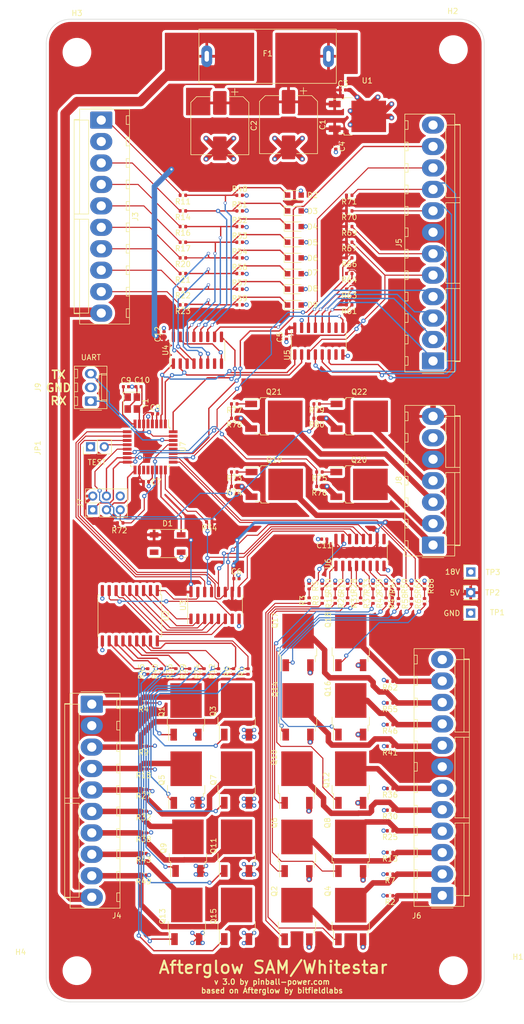
<source format=kicad_pcb>
(kicad_pcb (version 20211014) (generator pcbnew)
  (title_block (title "afterglow WHITESTAR 2.1") (company "morbid cornflakes"))
  (layers (0 "F.Cu" signal) (1 "In1.Cu" signal) (2 "In2.Cu" signal) (31 "B.Cu" signal) (34 "B.Paste" user) (35 "F.Paste" user) (36 "B.SilkS" user "B.Silkscreen") (37 "F.SilkS" user "F.Silkscreen") (38 "B.Mask" user) (39 "F.Mask" user) (44 "Edge.Cuts" user))
  (net 0 "")
  (net 1 "/18V")
  (net 2 "GND")
  (net 3 "/RI1")
  (net 4 "/RI2")
  (net 5 "/RI3")
  (net 6 "/RI4")
  (net 7 "/RI5")
  (net 8 "/RI6")
  (net 9 "/RI7")
  (net 10 "/RI8")
  (net 11 "/RO1")
  (net 12 "/RO2")
  (net 13 "/RO3")
  (net 14 "/RO4")
  (net 15 "/RO5")
  (net 16 "/RO6")
  (net 17 "/RO7")
  (net 18 "/RO8")
  (net 19 "/CI1")
  (net 20 "/CI2")
  (net 21 "/CI3")
  (net 22 "/CI4")
  (net 23 "/CI5")
  (net 24 "/CI6")
  (net 25 "/CI7")
  (net 26 "/CI8")
  (net 27 "/CO1")
  (net 28 "/CO2")
  (net 29 "/CO3")
  (net 30 "/CO4")
  (net 31 "/CO5")
  (net 32 "/CO6")
  (net 33 "/CO7")
  (net 34 "/CO8")
  (net 35 "/IN_LOAD")
  (net 36 "/IN_DATA")
  (net 37 "/IN_CLK")
  (net 38 "/OUT_DATA")
  (net 39 "/OUT_CLK")
  (net 40 "/OUT_LOAD")
  (net 41 "Net-(J3-Pad1)")
  (net 42 "Net-(Q10-Pad1)")
  (net 43 "Net-(J3-Pad3)")
  (net 44 "Net-(Q12-Pad1)")
  (net 45 "Net-(J3-Pad4)")
  (net 46 "Net-(Q14-Pad1)")
  (net 47 "Net-(J3-Pad5)")
  (net 48 "Net-(Q16-Pad1)")
  (net 49 "/arduinonano/A0")
  (net 50 "/arduinonano/A1")
  (net 51 "/arduinonano/D11")
  (net 52 "/arduinonano/D10")
  (net 53 "/arduinonano/D9")
  (net 54 "Net-(J3-Pad6)")
  (net 55 "/arduinonano/D8")
  (net 56 "/RO9")
  (net 57 "/RO1O")
  (net 58 "/RI9")
  (net 59 "/RI10")
  (net 60 "/18V_IN")
  (net 61 "Net-(J3-Pad7)")
  (net 62 "Net-(J3-Pad8)")
  (net 63 "Net-(J3-Pad9)")
  (net 64 "Net-(Q2-Pad1)")
  (net 65 "/J12_RO1")
  (net 66 "/J12_RO2")
  (net 67 "/J12_RO3")
  (net 68 "/J12_RO4")
  (net 69 "/J12_RO5")
  (net 70 "/J12_RO6")
  (net 71 "/J12_RO7")
  (net 72 "/J12_RO8")
  (net 73 "/J12_RO9")
  (net 74 "/J12_RO10")
  (net 75 "/J13_CO8")
  (net 76 "/J13_CO7")
  (net 77 "/J13_CO6")
  (net 78 "/J13_CO5")
  (net 79 "/J13_CO4")
  (net 80 "/J13_CO3")
  (net 81 "/J13_CO2")
  (net 82 "/J13_CO1")
  (net 83 "Net-(Q17-Pad1)")
  (net 84 "Net-(Q18-Pad1)")
  (net 86 "/arduinonano/A6")
  (net 87 "/arduinonano/A7")
  (net 88 "Net-(Q4-Pad1)")
  (net 89 "Net-(Q6-Pad1)")
  (net 91 "Net-(Q8-Pad1)")
  (net 92 "Net-(J8-Pad1)")
  (net 93 "/arduinonano/D13")
  (net 94 "Net-(J8-Pad2)")
  (net 95 "/arduinonano/A5")
  (net 96 "/arduinonano/D0")
  (net 97 "/arduinonano/D1")
  (net 98 "+5V")
  (net 99 "Net-(U2-Pad1)")
  (net 100 "Net-(U2-Pad2)")
  (net 101 "Net-(U2-Pad3)")
  (net 102 "Net-(U2-Pad4)")
  (net 103 "Net-(U2-Pad5)")
  (net 104 "Net-(U2-Pad6)")
  (net 105 "Net-(U2-Pad7)")
  (net 106 "Net-(U2-Pad8)")
  (net 107 "Net-(U3-Pad9)")
  (net 109 "Net-(U4-Pad10)")
  (net 112 "/switcher/18V")
  (net 113 "Net-(C9-Pad1)")
  (net 114 "Net-(J8-Pad4)")
  (net 115 "Net-(C10-Pad1)")
  (net 116 "Net-(J8-Pad3)")
  (net 118 "Net-(Q19-Pad1)")
  (net 119 "Net-(Q20-Pad1)")
  (net 120 "Net-(Q21-Pad1)")
  (net 121 "Net-(Q22-Pad1)")
  (net 122 "/arduinonano/RESET")
  (footprint "Resistor_SMD:R_0402_1005Metric" (layer "F.Cu") (at 82.075 57.62 180)
    (fp_text reference "R20")
    (fp_text value "1k")
  )
  (footprint "Package_TO_SOT_SMD:TO-252-2" (layer "F.Cu") (at 113.105 141.44 90)
    (fp_text reference "Q16")
    (fp_text value "IRFR3910")
  )
  (footprint "Diodes_SMD:D_SOD-323_HandSoldering" (layer "F.Cu") (at 102.691666 66.325)
    (fp_text reference "D9")
    (fp_text value "4.7V")
  )
  (footprint "Diodes_SMD:D_SOD-323_HandSoldering" (layer "F.Cu") (at 102.675 63.4)
    (fp_text reference "D8")
    (fp_text value "4.7V")
  )
  (footprint "Diodes_SMD:D_SOD-323_HandSoldering" (layer "F.Cu") (at 102.691666 60.545)
    (fp_text reference "D7")
    (fp_text value "4.7V")
  )
  (footprint "Diodes_SMD:D_SOD-323_HandSoldering" (layer "F.Cu") (at 102.691666 57.62)
    (fp_text reference "D6")
    (fp_text value "4.7V")
  )
  (footprint "Resistor_SMD:R_0402_1005Metric" (layer "F.Cu") (at 92.55 63.4)
    (fp_text reference "R57")
    (fp_text value "1k")
  )
  (footprint "Resistor_SMD:R_0402_1005Metric" (layer "F.Cu") (at 92.558333 60.51)
    (fp_text reference "R56")
    (fp_text value "1k")
  )
  (footprint "Resistor_SMD:R_0402_1005Metric" (layer "F.Cu") (at 92.558333 57.62)
    (fp_text reference "R54")
    (fp_text value "1k")
  )
  (footprint "Resistor_SMD:R_0402_1005Metric" (layer "F.Cu") (at 92.558333 54.73)
    (fp_text reference "R53")
    (fp_text value "1k")
  )
  (footprint "Resistor_SMD:R_0402_1005Metric" (layer "F.Cu") (at 92.558333 51.84)
    (fp_text reference "R52")
    (fp_text value "1k")
  )
  (footprint "Resistor_SMD:R_0402_1005Metric" (layer "F.Cu") (at 92.558333 48.95)
    (fp_text reference "R51")
    (fp_text value "1k")
  )
  (footprint "Resistor_SMD:R_0402_1005Metric" (layer "F.Cu") (at 92.558333 46.06)
    (fp_text reference "R48")
    (fp_text value "1k")
  )
  (footprint "Capacitor_SMD:C_0402_1005Metric" (layer "F.Cu") (at 110.3376 37.0586 -90)
    (fp_text reference "C4")
    (fp_text value "0.1u")
  )
  (footprint "Capacitor_SMD:C_0402_1005Metric" (layer "F.Cu") (at 111.6584 26.6192)
    (fp_text reference "C3")
    (fp_text value "0.33")
  )
  (footprint "Resistor_SMD:R_0402_1005Metric" (layer "F.Cu") (at 120.375 135.8 180)
    (fp_text reference "R62")
    (fp_text value "10k")
  )
  (footprint "LEDs:LED_WS2812B-PLCC4" (layer "F.Cu") (at 79.248 110.363)
    (fp_text reference "D1")
    (fp_text value "WS2812B")
  )
  (footprint "Resistor_SMD:R_0402_1005Metric" (layer "F.Cu") (at 82.075 46.06 180)
    (fp_text reference "R11")
    (fp_text value "1k")
  )
  (footprint "Resistor_SMD:R_0402_1005Metric" (layer "F.Cu") (at 82.075 66.29 180)
    (fp_text reference "R23")
    (fp_text value "1k")
  )
  (footprint "Resistor_SMD:R_0402_1005Metric" (layer "F.Cu") (at 75.565 133.985 90)
    (fp_text reference "R45")
    (fp_text value "2k")
  )
  (footprint "Resistor_SMD:R_0402_1005Metric" (layer "F.Cu") (at 78.105 133.985 90)
    (fp_text reference "R40")
    (fp_text value "2k")
  )
  (footprint "Resistor_SMD:R_0402_1005Metric" (layer "F.Cu") (at 110.236 118.239 -90)
    (fp_text reference "R19")
    (fp_text value "10k")
  )
  (footprint "Resistor_SMD:R_0402_1005Metric" (layer "F.Cu") (at 110.236 120.902 90)
    (fp_text reference "R15")
    (fp_text value "220")
  )
  (footprint "Package_SO:SOIC-16_3.9x9.9mm_P1.27mm" (layer "F.Cu") (at 107.2 73 90)
    (fp_text reference "U5")
    (fp_text value "74LS165")
  )
  (footprint "Package_SO:SOIC-16_3.9x9.9mm_P1.27mm" (layer "F.Cu") (at 114.808 112.014 90)
    (fp_text reference "U6")
    (fp_text value "74HC595")
  )
  (footprint "Resistor_SMD:R_0402_1005Metric" (layer "F.Cu") (at 82.075 60.51 180)
    (fp_text reference "R21")
    (fp_text value "1k")
  )
  (footprint "Resistor_SMD:R_0402_1005Metric" (layer "F.Cu") (at 105.41 120.902 90)
    (fp_text reference "R3")
    (fp_text value "220")
  )
  (footprint "Diodes_SMD:D_SOD-323_HandSoldering" (layer "F.Cu") (at 102.691666 54.73)
    (fp_text reference "D5")
    (fp_text value "4.7V")
  )
  (footprint "Diodes_SMD:D_SOD-323_HandSoldering" (layer "F.Cu") (at 102.691666 51.84)
    (fp_text reference "D4")
    (fp_text value "4.7V")
  )
  (footprint "Diodes_SMD:D_SOD-323_HandSoldering" (layer "F.Cu") (at 102.691666 48.95)
    (fp_text reference "D3")
    (fp_text value "4.7V")
  )
  (footprint "Diodes_SMD:D_SOD-323_HandSoldering" (layer "F.Cu") (at 102.691666 46.025)
    (fp_text reference "D2")
    (fp_text value "4.7V")
  )
  (footprint "Resistor_SMD:R_0402_1005Metric" (layer "F.Cu") (at 120.375 143.8 180)
    (fp_text reference "R46")
    (fp_text value "10k")
  )
  (footprint "Resistor_SMD:R_0402_1005Metric" (layer "F.Cu") (at 120.375 147.8 180)
    (fp_text reference "R41")
    (fp_text value "10k")
  )
  (footprint "Resistor_SMD:R_0402_1005Metric" (layer "F.Cu") (at 120.375 155.6 180)
    (fp_text reference "R36")
    (fp_text value "10k")
  )
  (footprint "Resistor_SMD:R_0402_1005Metric" (layer "F.Cu") (at 120.375 159.6 180)
    (fp_text reference "R30")
    (fp_text value "10k")
  )
  (footprint "Resistor_SMD:R_0402_1005Metric" (layer "F.Cu") (at 120.375 163.4 180)
    (fp_text reference "R25")
    (fp_text value "10k")
  )
  (footprint "Resistor_SMD:R_0402_1005Metric" (layer "F.Cu") (at 120.375 167.4 180)
    (fp_text reference "R13")
    (fp_text value "10k")
  )
  (footprint "Resistor_SMD:R_0402_1005Metric" (layer "F.Cu") (at 120.375 171.4 180)
    (fp_text reference "R7")
    (fp_text value "10k")
  )
  (footprint "Resistor_SMD:R_0402_1005Metric" (layer "F.Cu") (at 120.375 175.4 180)
    (fp_text reference "R2")
    (fp_text value "10k")
  )
  (footprint "Resistor_SMD:R_0402_1005Metric" (layer "F.Cu") (at 117.221 120.904 90)
    (fp_text reference "R37")
    (fp_text value "220")
  )
  (footprint "Resistor_SMD:R_0402_1005Metric" (layer "F.Cu") (at 114.935 120.904 90)
    (fp_text reference "R31")
    (fp_text value "220")
  )
  (footprint "Resistor_SMD:R_0402_1005Metric" (layer "F.Cu") (at 83.312 133.985 90)
    (fp_text reference "R29")
    (fp_text value "2k")
  )
  (footprint "Resistor_SMD:R_0402_1005Metric" (layer "F.Cu") (at 94.107 133.985 90)
    (fp_text reference "R1")
    (fp_text value "2k")
  )
  (footprint "Resistor_SMD:R_0402_1005Metric" (layer "F.Cu") (at 74.79 171.6 180)
    (fp_text reference "R49")
    (fp_text value "10k")
  )
  (footprint "Resistor_SMD:R_0402_1005Metric" (layer "F.Cu") (at 74.79 167.6 180)
    (fp_text reference "R43")
    (fp_text value "10k")
  )
  (footprint "Resistor_SMD:R_0402_1005Metric" (layer "F.Cu") (at 74.79 163.8 180)
    (fp_text reference "R38")
    (fp_text value "10k")
  )
  (footprint "Resistor_SMD:R_0402_1005Metric" (layer "F.Cu") (at 74.79 159.8 180)
    (fp_text reference "R32")
    (fp_text value "10k")
  )
  (footprint "Resistor_SMD:R_0402_1005Metric" (layer "F.Cu") (at 74.79 155.8 180)
    (fp_text reference "R27")
    (fp_text value "10k")
  )
  (footprint "Resistor_SMD:R_0402_1005Metric" (layer "F.Cu") (at 74.79 152 180)
    (fp_text reference "R18")
    (fp_text value "10k")
  )
  (footprint "Resistor_SMD:R_0402_1005Metric" (layer "F.Cu") (at 74.79 147.8 180)
    (fp_text reference "R9")
    (fp_text value "10k")
  )
  (footprint "Resistor_SMD:R_0402_1005Metric" (layer "F.Cu") (at 74.79 139.8 180)
    (fp_text reference "R4")
    (fp_text value "10k")
  )
  (footprint "Resistor_SMD:R_0402_1005Metric" (layer "F.Cu") (at 112.825 46.06 180)
    (fp_text reference "R71")
    (fp_text value "1k")
  )
  (footprint "Resistor_SMD:R_0402_1005Metric" (layer "F.Cu") (at 112.825 48.95 180)
    (fp_text reference "R70")
    (fp_text value "1k")
  )
  (footprint "Resistor_SMD:R_0402_1005Metric" (layer "F.Cu") (at 112.825 51.84 180)
    (fp_text reference "R69")
    (fp_text value "1k")
  )
  (footprint "Resistor_SMD:R_0402_1005Metric" (layer "F.Cu") (at 112.825 57.62 180)
    (fp_text reference "R66")
    (fp_text value "1k")
  )
  (footprint "Resistor_SMD:R_0402_1005Metric" (layer "F.Cu") (at 112.825 60.51 180)
    (fp_text reference "R64")
    (fp_text value "1k")
  )
  (footprint "Resistor_SMD:R_0402_1005Metric" (layer "F.Cu") (at 112.825 63.4 180)
    (fp_text reference "R63")
    (fp_text value "1k")
  )
  (footprint "Resistor_SMD:R_0402_1005Metric" (layer "F.Cu") (at 112.825 66.29 180)
    (fp_text reference "R61")
    (fp_text value "1k")
  )
  (footprint "Resistor_SMD:R_0402_1005Metric" (layer "F.Cu") (at 112.825 54.73 180)
    (fp_text reference "R67")
    (fp_text value "1k")
  )
  (footprint "Package_TO_SOT_SMD:TO-252-2" (layer "F.Cu") (at 82.65 141.45 90)
    (fp_text reference "Q1")
    (fp_text value "IRFR5505")
  )
  (footprint "Package_TO_SOT_SMD:TO-252-2" (layer "F.Cu") (at 92.005 141.45 90)
    (fp_text reference "Q3")
    (fp_text value "IRFR5505")
  )
  (footprint "Package_TO_SOT_SMD:TO-252-2" (layer "F.Cu") (at 82.678 154.0442 90)
    (fp_text reference "Q5")
    (fp_text value "IRFR5505")
  )
  (footprint "Package_TO_SOT_SMD:TO-252-2" (layer "F.Cu") (at 92.005 154.033333 90)
    (fp_text reference "Q7")
    (fp_text value "IRFR5505")
  )
  (footprint "Package_TO_SOT_SMD:TO-252-2" (layer "F.Cu") (at 83 166.616666 90)
    (fp_text reference "Q9")
    (fp_text value "IRFR5505")
  )
  (footprint "Package_TO_SOT_SMD:TO-252-2" (layer "F.Cu") (at 92.005 166.616666 90)
    (fp_text reference "Q11")
    (fp_text value "IRFR5505")
  )
  (footprint "Package_TO_SOT_SMD:TO-252-2" (layer "F.Cu") (at 82.8 179.2 90)
    (fp_text reference "Q13")
    (fp_text value "IRFR5505")
  )
  (footprint "Package_TO_SOT_SMD:TO-252-2" (layer "F.Cu") (at 92.005 179.2 90)
    (fp_text reference "Q15")
    (fp_text value "IRFR5505")
  )
  (footprint "Package_TO_SOT_SMD:TO-252-2" (layer "F.Cu") (at 103.165 179.24 90)
    (fp_text reference "Q2")
    (fp_text value "IRFR3910")
  )
  (footprint "Package_TO_SOT_SMD:TO-252-2" (layer "F.Cu") (at 113.105 179.24 90)
    (fp_text reference "Q4")
    (fp_text value "IRFR3910")
  )
  (footprint "Package_TO_SOT_SMD:TO-252-2" (layer "F.Cu") (at 103.165 166.64 90)
    (fp_text reference "Q6")
    (fp_text value "IRFR3910")
  )
  (footprint "Package_TO_SOT_SMD:TO-252-2" (layer "F.Cu") (at 113.105 166.64 90)
    (fp_text reference "Q8")
    (fp_text value "IRFR3910")
  )
  (footprint "Package_TO_SOT_SMD:TO-252-2" (layer "F.Cu") (at 103.165 154.04 90)
    (fp_text reference "Q10")
    (fp_text value "IRFR3910")
  )
  (footprint "Resistor_SMD:R_0402_1005Metric" (layer "F.Cu") (at 82.075 54.73 180)
    (fp_text reference "R17")
    (fp_text value "1k")
  )
  (footprint "Resistor_SMD:R_0402_1005Metric" (layer "F.Cu") (at 86.95 106.35 180)
    (fp_text reference "R34")
    (fp_text value "10k")
  )
  (footprint "Package_SO:SOIC-16_3.9x9.9mm_P1.27mm" (layer "F.Cu") (at 88.011 121.793 90)
    (fp_text reference "U3")
    (fp_text value "74HC595")
  )
  (footprint "Resistor_SMD:R_0402_1005Metric" (layer "F.Cu") (at 120.375 139.8 180)
    (fp_text reference "R55")
    (fp_text value "10k")
  )
  (footprint "Resistor_SMD:R_0402_1005Metric" (layer "F.Cu") (at 121.92 118.239 -90)
    (fp_text reference "R50")
    (fp_text value "10k")
  )
  (footprint "Resistor_SMD:R_0402_1005Metric" (layer "F.Cu") (at 121.92 121.031 90)
    (fp_text reference "R47")
    (fp_text value "220")
  )
  (footprint "Resistor_SMD:R_0402_1005Metric" (layer "F.Cu") (at 119.634 118.239 -90)
    (fp_text reference "R44")
    (fp_text value "10k")
  )
  (footprint "Resistor_SMD:R_0402_1005Metric" (layer "F.Cu") (at 119.634 120.906 90)
    (fp_text reference "R42")
    (fp_text value "220")
  )
  (footprint "Resistor_SMD:R_0402_1005Metric" (layer "F.Cu") (at 117.221 118.239 -90)
    (fp_text reference "R39")
    (fp_text value "10k")
  )
  (footprint "Resistor_SMD:R_0402_1005Metric" (layer "F.Cu") (at 114.935 118.239 -90)
    (fp_text reference "R33")
    (fp_text value "10k")
  )
  (footprint "Resistor_SMD:R_0402_1005Metric" (layer "F.Cu") (at 112.522 118.239 -90)
    (fp_text reference "R28")
    (fp_text value "10k")
  )
  (footprint "Resistor_SMD:R_0402_1005Metric" (layer "F.Cu") (at 112.522 120.902 90)
    (fp_text reference "R26")
    (fp_text value "220")
  )
  (footprint "Capacitor_SMD:C_0402_1005Metric" (layer "F.Cu") (at 91.976 116.84)
    (fp_text reference "C6")
    (fp_text value "0.1u")
  )
  (footprint "Package_TO_SOT_SMD:TO-252-2" (layer "F.Cu") (at 114.335 31.495)
    (fp_text reference "U1")
    (fp_text value "5V_Regulator")
  )
  (footprint "Resistor_SMD:R_0402_1005Metric" (layer "F.Cu") (at 82.075 48.95 180)
    (fp_text reference "R14")
    (fp_text value "1k")
  )
  (footprint "Package_TO_SOT_SMD:TO-252-2" (layer "F.Cu") (at 113.105 154.04 90)
    (fp_text reference "Q12")
    (fp_text value "IRFR3910")
  )
  (footprint "Resistor_SMD:R_0402_1005Metric" (layer "F.Cu") (at 82.075 51.84 180)
    (fp_text reference "R16")
    (fp_text value "1k")
  )
  (footprint "Resistor_SMD:R_0402_1005Metric" (layer "F.Cu") (at 105.41 118.235 -90)
    (fp_text reference "R5")
    (fp_text value "10k")
  )
  (footprint "Resistor_SMD:R_0402_1005Metric" (layer "F.Cu") (at 92.558333 66.29)
    (fp_text reference "R59")
    (fp_text value "1k")
  )
  (footprint "Resistor_SMD:R_0402_1005Metric" (layer "F.Cu") (at 82.075 63.4 180)
    (fp_text reference "R22")
    (fp_text value "1k")
  )
  (footprint "Resistor_SMD:R_0402_1005Metric" (layer "F.Cu") (at 91.44 133.985 90)
    (fp_text reference "R6")
    (fp_text value "2k")
  )
  (footprint "Package_TO_SOT_SMD:TO-252-2" (layer "F.Cu") (at 103.365 128.64 90)
    (fp_text reference "Q17")
    (fp_text value "IRFR3910")
  )
  (footprint "Resistor_SMD:R_0402_1005Metric" (layer "F.Cu") (at 85.979 133.985 90)
    (fp_text reference "R24")
    (fp_text value "2k")
  )
  (footprint "Resistor_SMD:R_0402_1005Metric" (layer "F.Cu") (at 88.646 133.985 90)
    (fp_text reference "R12")
    (fp_text value "2k")
  )
  (footprint "Resistor_SMD:R_0402_1005Metric" (layer "F.Cu") (at 107.823 118.237 -90)
    (fp_text reference "R10")
    (fp_text value "10k")
  )
  (footprint "Resistor_SMD:R_0402_1005Metric" (layer "F.Cu") (at 107.823 120.902 90)
    (fp_text reference "R8")
    (fp_text value "220")
  )
  (footprint "Resistor_SMD:R_0402_1005Metric" (layer "F.Cu") (at 80.772 133.985 90)
    (fp_text reference "R35")
    (fp_text value "2k")
  )
  (footprint "Resistor_SMD:R_0402_1005Metric" (layer "F.Cu") (at 126.746 118.239 -90)
    (fp_text reference "R68")
    (fp_text value "10k")
  )
  (footprint "Resistor_SMD:R_0402_1005Metric" (layer "F.Cu") (at 126.746 121.031 90)
    (fp_text reference "R65")
    (fp_text value "220")
  )
  (footprint "Resistor_SMD:R_0402_1005Metric" (layer "F.Cu") (at 124.333 118.239 -90)
    (fp_text reference "R60")
    (fp_text value "10k")
  )
  (footprint "Resistor_SMD:R_0402_1005Metric" (layer "F.Cu") (at 124.333 121.031 90)
    (fp_text reference "R58")
    (fp_text value "220")
  )
  (footprint "Package_TO_SOT_SMD:TO-252-2" (layer "F.Cu") (at 113.1062 128.6256 90)
    (fp_text reference "Q18")
    (fp_text value "IRFR3910")
  )
  (footprint "Capacitor_SMD:CP_Elec_10x10.5" (layer "F.Cu") (at 88.9 33.2137 -90)
    (fp_text reference "C2")
    (fp_text value "470uF/25V")
  )
  (footprint "Package_TO_SOT_SMD:TO-252-2" (layer "F.Cu") (at 103.365 141.44 90)
    (fp_text reference "Q14")
    (fp_text value "IRFR3910")
  )
  (footprint "Package_SO:SOIC-16_3.9x9.9mm_P1.27mm" (layer "F.Cu") (at 84.7598 74.676 90)
    (fp_text reference "U4")
    (fp_text value "74LS165")
  )
  (footprint "Connector_PinHeader_2.54mm:PinHeader_1x01_P2.54mm_Vertical" (layer "F.Cu") (at 135.3058 115.6208)
    (fp_text reference "TP3")
    (fp_text value "18V")
  )
  (footprint "Capacitor_SMD:C_0402_1005Metric" (layer "F.Cu") (at 76.9366 86.4108)
    (fp_text reference "C8")
    (fp_text value "0.1u")
  )
  (footprint "Connector_PinHeader_2.54mm:PinHeader_1x01_P2.54mm_Vertical" (layer "F.Cu") (at 135.2804 123.2154)
    (fp_text reference "TP1")
    (fp_text value "GND")
  )
  (footprint "Resistor_SMD:R_0402_1005Metric" (layer "F.Cu") (at 91.567 97.155 180)
    (fp_text reference "R73")
    (fp_text value "220")
  )
  (footprint "Package_TO_SOT_SMD:TO-252-2" (layer "F.Cu") (at 98.889 86.867)
    (fp_text reference "Q21")
    (fp_text value "IRFR3910")
  )
  (footprint "Capacitor_SMD:C_0402_1005Metric" (layer "F.Cu") (at 71.5492 81.407)
    (fp_text reference "C9")
    (fp_text value "22p")
  )
  (footprint "Capacitor_SMD:C_0402_1005Metric" (layer "F.Cu") (at 78.5876 71.7296 90)
    (fp_text reference "C12")
    (fp_text value "0.1u")
  )
  (footprint "Package_SO:SOIC-18W_7.5x11.6mm_P1.27mm" (layer "F.Cu") (at 72.263 123.698 -90)
    (fp_text reference "U2")
    (fp_text value "ULN2803A")
  )
  (footprint "Connector_PinHeader_2.54mm:PinHeader_1x01_P2.54mm_Vertical" (layer "F.Cu") (at 135.2804 119.4308)
    (fp_text reference "TP2")
    (fp_text value "5V")
  )
  (footprint "Package_QFP:TQFP-32_7x7mm_P0.8mm" (layer "F.Cu") (at 76.0222 92.5322 -90)
    (fp_text reference "U7")
    (fp_text value "ATmega328-A")
  )
  (footprint "Capacitor_SMD:C_0402_1005Metric" (layer "F.Cu") (at 75.2602 98.933)
    (fp_text reference "C7")
    (fp_text value "0.1u")
  )
  (footprint "MountingHole:MountingHole_4.3mm_M4" (layer "F.Cu") (at 62.484 19.685)
    (fp_text reference "H3")
    (fp_text value "MountingHole")
  )
  (footprint "Resistor_SMD:R_0402_1005Metric" (layer "F.Cu") (at 91.567 87.249 180)
    (fp_text reference "R78")
    (fp_text value "10k")
  )
  (footprint "MountingHole:MountingHole_4.3mm_M4" (layer "F.Cu") (at 132.08 19.177)
    (fp_text reference "H2")
    (fp_text value "MountingHole")
  )
  (footprint "Connector_Molex:Molex_KK-396_A-41791-0010_1x10_P3.96mm_Vertical" (layer "F.Cu") (at 66.9798 32.1818 -90)
    (fp_text reference "J3")
    (fp_text value "J13_IN_C")
  )
  (footprint "Connector_PinHeader_2.54mm:PinHeader_1x02_P2.54mm_Vertical" (layer "F.Cu") (at 65 92.5 90)
    (fp_text reference "JP1")
    (fp_text value "TEST")
  )
  (footprint "Resistor_SMD:R_0402_1005Metric" (layer "F.Cu") (at 107.315 99.822 180)
    (fp_text reference "R76")
    (fp_text value "10k")
  )
  (footprint "Connector_Molex:Molex_KK-254_AE-6410-03A_1x03_P2.54mm_Vertical" (layer "F.Cu") (at 65.044 84.074 90)
    (fp_text reference "J9")
    (fp_text value "UART")
  )
  (footprint "Crystal:Crystal_SMD_3225-4Pin_3.2x2.5mm" (layer "F.Cu") (at 72.7202 84.4296 -90)
    (fp_text reference "Y1")
    (fp_text value "16MHz")
  )
  (footprint "Connector_Molex:Molex_KK-396_A-41791-0012_1x12_P3.96mm_Vertical" (layer "F.Cu") (at 128.3208 76.6572 90)
    (fp_text reference "J5")
    (fp_text value "J12_IN_R")
  )
  (footprint "Capacitor_SMD:C_0402_1005Metric" (layer "F.Cu") (at 101.219 72.136 -90)
    (fp_text reference "C5")
    (fp_text value "0.1u")
  )
  (footprint "Package_TO_SOT_SMD:TO-252-2" (layer "F.Cu") (at 114.681 86.868)
    (fp_text reference "Q22")
    (fp_text value "IRFR3910")
  )
  (footprint "MountingHole:MountingHole_4.3mm_M4" (layer "F.Cu") (at 132.08 189.23)
    (fp_text reference "H1")
    (fp_text value "MountingHole")
  )
  (footprint "Fuse_Holder:Fuse_C58066_XS1033_1" (layer "F.Cu") (at 97.7392 20.3962)
    (fp_text reference "F1")
    (fp_text value "Fuse")
  )
  (footprint "Resistor_SMD:R_0402_1005Metric" (layer "F.Cu") (at 91.569 99.822 180)
    (fp_text reference "R74")
    (fp_text value "10k")
  )
  (footprint "Package_TO_SOT_SMD:TO-252-2" (layer "F.Cu") (at 98.968 99.442)
    (fp_text reference "Q19")
    (fp_text value "IRFR3910")
  )
  (footprint "Connector_PinHeader_2.54mm:PinHeader_2x03_P2.54mm_Vertical" (layer "F.Cu") (at 65.405 104.14 90)
    (fp_text reference "J7")
    (fp_text value "Conn_02x03_Odd_Even")
  )
  (footprint "Capacitor_SMD:C_0402_1005Metric" (layer "F.Cu") (at 73.8632 81.407 180)
    (fp_text reference "C10")
    (fp_text value "22p")
  )
  (footprint "Resistor_SMD:R_0402_1005Metric" (layer "F.Cu") (at 91.567 84.582 180)
    (fp_text reference "R77")
    (fp_text value "220")
  )
  (footprint "Resistor_SMD:R_0402_1005Metric" (layer "F.Cu") (at 107.317 97.155 180)
    (fp_text reference "R75")
    (fp_text value "220")
  )
  (footprint "Package_TO_SOT_SMD:TO-252-2" (layer "F.Cu") (at 114.637 99.442)
    (fp_text reference "Q20")
    (fp_text value "IRFR3910")
  )
  (footprint "Resistor_SMD:R_0402_1005Metric" (layer "F.Cu") (at 106.807 87.249 180)
    (fp_text reference "R80")
    (fp_text value "10k")
  )
  (footprint "Resistor_SMD:R_0402_1005Metric" (layer "F.Cu") (at 70.485 106.553)
    (fp_text reference "R72")
    (fp_text value "100k")
  )
  (footprint "Connector_Molex:Molex_KK-396_A-41791-0010_1x10_P3.96mm_Vertical" (layer "F.Cu") (at 65.2272 140.0302 -90)
    (fp_text reference "J4")
    (fp_text value "J13_OUT_C")
  )
  (footprint "Capacitor_SMD:CP_Elec_10x10.5" (layer "F.Cu") (at 101.6 33.02 -90)
    (fp_text reference "C1")
    (fp_text value "470uF/25V")
  )
  (footprint "Connector_Molex:Molex_KK-396_A-41791-0007_1x07_P3.96mm_Vertical" (layer "F.Cu") (at 128.3208 110.6424 90)
    (fp_text reference "J8")
    (fp_text value "Conn_01x07_Male")
  )
  (footprint "Connector_Molex:Molex_KK-396_A-41791-0012_1x12_P3.96mm_Vertical" (layer "F.Cu") (at 130.026 175.3484 90)
    (fp_text reference "J6")
    (fp_text value "J12_OUT_R")
  )
  (footprint "Capacitor_SMD:C_0402_1005Metric" (layer "F.Cu") (at 108.2014 109.5502 180)
    (fp_text reference "C11")
    (fp_text value "0.1u")
  )
  (footprint "Resistor_SMD:R_0402_1005Metric" (layer "F.Cu") (at 106.805 84.582 180)
    (fp_text reference "R79")
    (fp_text value "220")
  )
  (footprint "MountingHole:MountingHole_4.3mm_M4" (layer "F.Cu") (at 62.484 189.23)
    (fp_text reference "H4")
    (fp_text value "MountingHole")
  )
  (gr_line locked (start 61.3 195) (end 132.3 195) (layer "Edge.Cuts") (width 0.1))
  (gr_arc locked (start 61.3 195) (mid 58.118019 193.681981) (end 56.8 190.5) (layer "Edge.Cuts") (width 0.1))
  (gr_arc locked (start 137.8 190.5) (mid 136.481981 193.681981) (end 133.3 195) (layer "Edge.Cuts") (width 0.1))
  (gr_line locked (start 132.3 195) (end 133.3 195) (layer "Edge.Cuts") (width 0.1))
  (gr_line locked (start 137.8 190.5) (end 137.8 189.5) (layer "Edge.Cuts") (width 0.1))
  (gr_line locked (start 56.8 190.5) (end 56.8 189.5) (layer "Edge.Cuts") (width 0.1))
  (gr_line locked (start 56.8 189.5) (end 56.8 18.05) (layer "Edge.Cuts") (width 0.1))
  (gr_line locked (start 137.8 189.5) (end 137.8 18.05) (layer "Edge.Cuts") (width 0.1))
  (gr_line locked (start 61.3 13.55) (end 133.3 13.55) (layer "Edge.Cuts") (width 0.1))
  (gr_arc locked (start 56.8 18.05) (mid 58.118019 14.868019) (end 61.3 13.55) (layer "Edge.Cuts") (width 0.1))
  (gr_arc locked (start 133.3 13.55) (mid 136.481981 14.868019) (end 137.8 18.05) (layer "Edge.Cuts") (width 0.1))
  (gr_text "v 3.0 by pinball-power.com\nbased on Afterglow by bitfieldlabs" (at 98.552 192.1002) (layer "F.SilkS") (effects (font (size 1 1) (thickness 0.2))))
  (gr_text "Afterglow SAM/Whitestar" (at 98.7552 188.6204) (layer "F.SilkS") (effects (font (size 2.286 2.286) (thickness 0.381))))
  (gr_text "TX\nGND\nRX" (at 59.0804 81.6102) (layer "F.SilkS") (effects (font (size 1.5 1.5) (thickness 0.3))))
  (segment (start 119.3288 155.6) (end 119.2784 155.5496) (width 0.25) (layer "F.Cu") (net 1))
  (segment (start 94.496667 158.233333) (end 95.25 157.48) (width 0.25) (layer "F.Cu") (net 1))
  (segment (start 91.44 134.495) (end 94.107 134.495) (width 0.25) (layer "F.Cu") (net 1))
  (segment (start 94.285 170.816666) (end 94.285 170.485) (width 0.25) (layer "F.Cu") (net 1))
  (segment (start 84.3598 145.65) (end 84.328 145.6182) (width 0.25) (layer "F.Cu") (net 1))
  (segment (start 93.978334 170.816666) (end 93.345 171.45) (width 0.25) (layer "F.Cu") (net 1))
  (segment (start 94.285 170.816666) (end 93.978334 170.816666) (width 0.25) (layer "F.Cu") (net 1))
  (segment (start 119.865 135.8) (end 119.4678 135.8) (width 0.25) (layer "F.Cu") (net 1))
  (segment (start 94.215 145.65) (end 93.345 144.78) (width 0.25) (layer "F.Cu") (net 1))
  (segment (start 85.726666 170.816666) (end 86.36 171.45) (width 0.25) (layer "F.Cu") (net 1))
  (segment (start 119.217 143.8) (end 119.2022 143.8148) (width 0.25) (layer "F.Cu") (net 1))
  (segment (start 119.865 163.4) (end 119.204 163.4) (width 0.25) (layer "F.Cu") (net 1))
  (segment (start 119.865 139.8) (end 119.2514 139.8) (width 0.25) (layer "F.Cu") (net 1))
  (segment (start 85.979 134.495) (end 88.646 134.495) (width 0.25) (layer "F.Cu") (net 1))
  (segment (start 119.2666 159.6) (end 119.253 159.6136) (width 0.25) (layer "F.Cu") (net 1))
  (segment (start 119.2758 147.8) (end 119.253 147.7772) (width 0.25) (layer "F.Cu") (net 1))
  (segment (start 84.3598 145.65) (end 84.93 145.65) (width 0.25) (layer "F.Cu") (net 1))
  (segment (start 119.2514 139.8) (end 119.2276 139.7762) (width 0.25) (layer "F.Cu") (net 1))
  (segment (start 119.865 147.8) (end 119.2758 147.8) (width 0.25) (layer "F.Cu") (net 1))
  (segment (start 84.9608 158.2442) (end 85.725 157.48) (width 0.25) (layer "F.Cu") (net 1))
  (segment (start 94.85 145.65) (end 95.25 146.05) (width 0.25) (layer "F.Cu") (net 1))
  (segment (start 85.08 182.89) (end 85.725 182.245) (width 0.25) (layer "F.Cu") (net 1))
  (segment (start 85.08 183.4) (end 85.08 182.89) (width 0.25) (layer "F.Cu") (net 1))
  (segment (start 67.183 128.348) (end 67.183 130.048) (width 0.2032) (layer "F.Cu") (net 1))
  (segment (start 94.733333 158.233333) (end 95.25 158.75) (width 0.25) (layer "F.Cu") (net 1))
  (segment (start 119.176 171.4) (end 119.1514 171.4246) (width 0.25) (layer "F.Cu") (net 1))
  (segment (start 119.865 159.6) (end 119.2666 159.6) (width 0.25) (layer "F.Cu") (net 1))
  (segment (start 119.865 143.8) (end 119.217 143.8) (width 0.25) (layer "F.Cu") (net 1))
  (segment (start 94.095 183.4) (end 93.345 184.15) (width 0.25) (layer "F.Cu") (net 1))
  (segment (start 85.08 183.4) (end 85.08 183.455011) (width 0.25) (layer "F.Cu") (net 1))
  (segment (start 93.745 145.65) (end 93.345 146.05) (width 0.25) (layer "F.Cu") (net 1))
  (segment (start 75.565 134.495) (end 78.105 134.495) (width 0.25) (layer "F.Cu") (net 1))
  (segment (start 84.3258 158.2442) (end 84.958 158.2442) (width 0.25) (layer "F.Cu") (net 1))
  (segment (start 93.745 145.65) (end 94.285 145.65) (width 0.25) (layer "F.Cu") (net 1))
  (segment (start 85.28 170.816666) (end 85.28 170.700211) (width 0.25) (layer "F.Cu") (net 1))
  (segment (start 80.772 134.495) (end 83.312 134.495) (width 0.25) (layer "F.Cu") (net 1))
  (segment (start 85.28 170.816666) (end 85.726666 170.816666) (width 0.25) (layer "F.Cu") (net 1))
  (segment (start 94.285 183.4) (end 94.285 183.185) (width 0.25) (layer "F.Cu") (net 1))
  (segment (start 94.616666 170.816666) (end 95.25 171.45) (width 0.25) (layer "F.Cu") (net 1))
  (segment (start 94.285 170.51) (end 95.25 169.545) (width 0.25) (layer "F.Cu") (net 1))
  (segment (start 85.08 183.455011) (end 85.725 184.100011) (width 0.25) (layer "F.Cu") (net 1))
  (segment (start 94.285 183.4) (end 94.095 183.4) (width 0.25) (layer "F.Cu") (net 1))
  (segment (start 85.088334 170.816666) (end 84.455 171.45) (width 0.25) (layer "F.Cu") (net 1))
  (segment (start 94.38 145.65) (end 95.25 144.78) (width 0.25) (layer "F.Cu") (net 1))
  (segment (start 75.565 134.495) (end 74.932 134.495) (width 0.25) (layer "F.Cu") (net 1))
  (segment (start 94.285 170.485) (end 93.345 169.545) (width 0.25) (layer "F.Cu") (net 1))
  (segment (start 84.520011 183.4) (end 83.82 184.100011) (width 0.25) (layer "F.Cu") (net 1))
  (segment (start 84.958 158.2442) (end 85.2192 158.2442) (width 0.25) (layer "F.Cu") (net 1))
  (segment (start 119.865 175.4) (end 119.1898 175.4) (width 0.25) (layer "F.Cu") (net 1))
  (segment (start 88.646 134.495) (end 91.44 134.495) (width 0.25) (layer "F.Cu") (net 1))
  (segment (start 94.285 158.233333) (end 94.733333 158.233333) (width 0.25) (layer "F.Cu") (net 1))
  (segment (start 85.28 170.700211) (end 84.455 169.875211) (width 0.25) (layer "F.Cu") (net 1))
  (segment (start 119.865 167.4) (end 119.2136 167.4) (width 0.25) (layer "F.Cu") (net 1))
  (segment (start 119.4678 135.8) (end 119.2276 135.5598) (width 0.25) (layer "F.Cu") (net 1))
  (segment (start 119.865 155.6) (end 119.3288 155.6) (width 0.25) (layer "F.Cu") (net 1))
  (segment (start 84.3258 158.2442) (end 83.82 158.75) (width 0.25) (layer "F.Cu") (net 1))
  (segment (start 83.312 134.495) (end 85.979 134.495) (width 0.25) (layer "F.Cu") (net 1))
  (segment (start 85.2192 158.2442) (end 85.725 158.75) (width 0.25) (layer "F.Cu") (net 1))
  (segment (start 94.098333 158.233333) (end 93.345 157.48) (width 0.25) (layer "F.Cu") (net 1))
  (segment (start 119.2136 167.4) (end 119.2022 167.4114) (width 0.25) (layer "F.Cu") (net 1))
  (segment (start 119.204 163.4) (end 119.1768 163.3728) (width 0.25) (layer "F.Cu") (net 1))
  (segment (start 93.861667 158.233333) (end 93.345 158.75) (width 0.25) (layer "F.Cu") (net 1))
  (segment (start 94.285 183.185) (end 93.345 182.245) (width 0.25) (layer "F.Cu") (net 1))
  (segment (start 94.285 183.21) (end 95.25 182.245) (width 0.25) (layer "F.Cu") (net 1))
  (segment (start 74.932 134.495) (end 74.93 134.493) (width 0.25) (layer "F.Cu") (net 1))
  (segment (start 119.865 171.4) (end 119.176 171.4) (width 0.25) (layer "F.Cu") (net 1))
  (segment (start 80.645 134.495) (end 80.772 134.368) (width 0.25) (layer "F.Cu") (net 1))
  (segment (start 93.861667 158.233333) (end 94.285 158.233333) (width 0.25) (layer "F.Cu") (net 1))
  (segment (start 94.285 145.65) (end 94.85 145.65) (width 0.25) (layer "F.Cu") (net 1))
  (segment (start 84.975 183.4) (end 83.82 182.245) (width 0.25) (layer "F.Cu") (net 1))
  (segment (start 94.285 170.816666) (end 94.616666 170.816666) (width 0.25) (layer "F.Cu") (net 1))
  (segment (start 85.418545 170.816666) (end 86.36 169.875211) (width 0.25) (layer "F.Cu") (net 1))
  (segment (start 85.28 170.816666) (end 85.088334 170.816666) (width 0.25) (layer "F.Cu") (net 1))
  (segment (start 119.1898 175.4) (end 119.1514 175.3616) (width 0.25) (layer "F.Cu") (net 1))
  (segment (start 84.520011 183.4) (end 85.08 183.4) (width 0.25) (layer "F.Cu") (net 1))
  (segment (start 84.5842 158.2442) (end 83.82 157.48) (width 0.25) (layer "F.Cu") (net 1))
  (segment (start 78.105 134.495) (end 80.645 134.495) (width 0.25) (layer "F.Cu") (net 1))
  (via (at 93.345 169.545) (size 0.8) (drill 0.4) (layers "F.Cu" "B.Cu") (net 1))
  (via (at 95.25 158.75) (size 0.8) (drill 0.4) (layers "F.Cu" "B.Cu") (net 1))
  (via (at 95.25 157.48) (size 0.8) (drill 0.4) (layers "F.Cu" "B.Cu") (net 1))
  (via (at 93.345 184.15) (size 0.8) (drill 0.4) (layers "F.Cu" "B.Cu") (net 1))
  (via (at 67.183 130.048) (size 0.8) (drill 0.4) (layers "F.Cu" "B.Cu") (net 1))
  (via (at 119.2276 139.7762) (size 0.8) (drill 0.4) (layers "F.Cu" "B.Cu") (net 1))
  (via (at 95.25 171.45) (size 0.8) (drill 0.4) (layers "F.Cu" "B.Cu") (net 1))
  (via (at 83.82 158.75) (size 0.8) (drill 0.4) (layers "F.Cu" "B.Cu") (net 1))
  (via (at 119.2022 167.4114) (size 0.8) (drill 0.4) (layers "F.Cu" "B.Cu") (net 1))
  (via (at 119.253 159.6136) (size 0.8) (drill 0.4) (layers "F.Cu" "B.Cu") (net 1))
  (via (at 119.2784 155.5496) (size 0.8) (drill 0.4) (layers "F.Cu" "B.Cu") (net 1))
  (via (at 119.1768 163.3728) (size 0.8) (drill 0.4) (layers "F.Cu" "B.Cu") (net 1))
  (via (at 84.455 171.45) (size 0.8) (drill 0.4) (layers "F.Cu" "B.Cu") (net 1))
  (via (at 95.25 146.05) (size 0.8) (drill 0.4) (layers "F.Cu" "B.Cu") (net 1))
  (via (at 93.345 157.48) (size 0.8) (drill 0.4) (layers "F.Cu" "B.Cu") (net 1))
  (via (at 93.345 158.75) (size 0.8) (drill 0.4) (layers "F.Cu" "B.Cu") (net 1))
  (via (at 83.82 184.100011) (size 0.8) (drill 0.4) (layers "F.Cu" "B.Cu") (net 1))
  (via (at 84.455 169.875211) (size 0.8) (drill 0.4) (layers "F.Cu" "B.Cu") (net 1))
  (via (at 93.345 144.78) (size 0.8) (drill 0.4) (layers "F.Cu" "B.Cu") (net 1))
  (via (at 74.93 134.493) (size 0.8) (drill 0.4) (layers "F.Cu" "B.Cu") (net 1))
  (via (at 83.82 182.245) (size 0.8) (drill 0.4) (layers "F.Cu" "B.Cu") (net 1))
  (via (at 86.36 169.875211) (size 0.8) (drill 0.4) (layers "F.Cu" "B.Cu") (net 1))
  (via (at 119.1514 175.3616) (size 0.8) (drill 0.4) (layers "F.Cu" "B.Cu") (net 1))
  (via (at 119.1514 171.4246) (size 0.8) (drill 0.4) (layers "F.Cu" "B.Cu") (net 1))
  (via (at 93.345 171.45) (size 0.8) (drill 0.4) (layers "F.Cu" "B.Cu") (net 1))
  (via (at 85.725 184.100011) (size 0.8) (drill 0.4) (layers "F.Cu" "B.Cu") (net 1))
  (via (at 85.725 182.245) (size 0.8) (drill 0.4) (layers "F.Cu" "B.Cu") (net 1))
  (via (at 119.2022 143.8148) (size 0.8) (drill 0.4) (layers "F.Cu" "B.Cu") (net 1))
  (via (at 95.25 182.245) (size 0.8) (drill 0.4) (layers "F.Cu" "B.Cu") (net 1))
  (via (at 84.328 145.6182) (size 0.8) (drill 0.4) (layers "F.Cu" "B.Cu") (net 1))
  (via (at 93.345 182.245) (size 0.8) (drill 0.4) (layers "F.Cu" "B.Cu") (net 1))
  (via (at 83.82 157.48) (size 0.8) (drill 0.4) (layers "F.Cu" "B.Cu") (net 1))
  (via (at 95.25 169.545) (size 0.8) (drill 0.4) (layers "F.Cu" "B.Cu") (net 1))
  (via (at 85.725 158.75) (size 0.8) (drill 0.4) (layers "F.Cu" "B.Cu") (net 1))
  (via (at 85.725 157.48) (size 0.8) (drill 0.4) (layers "F.Cu" "B.Cu") (net 1))
  (via (at 95.25 144.78) (size 0.8) (drill 0.4) (layers "F.Cu" "B.Cu") (net 1))
  (via (at 86.36 171.45) (size 0.8) (drill 0.4) (layers "F.Cu" "B.Cu") (net 1))
  (via (at 119.253 147.7772) (size 0.8) (drill 0.4) (layers "F.Cu" "B.Cu") (net 1))
  (via (at 119.2276 135.5598) (size 0.8) (drill 0.4) (layers "F.Cu" "B.Cu") (net 1))
  (via (at 93.345 146.05) (size 0.8) (drill 0.4) (layers "F.Cu" "B.Cu") (net 1))
  (segment (start 93.826 63.4) (end 93.853 63.373) (width 0.2032) (layer "F.Cu") (net 2))
  (segment (start 76.15358 155.8) (end 76.43658 156.083) (width 0.2032) (layer "F.Cu") (net 2))
  (segment (start 88.2137 37.4137) (end 86.36 35.56) (width 1.016) (layer "F.Cu") (net 2))
  (segment (start 114.045 31.495) (end 120.395 31.495) (width 1.016) (layer "F.Cu") (net 2))
  (segment (start 119.634 117.729) (end 119.634 117.221) (width 0.2032) (layer "F.Cu") (net 2))
  (segment (start 117.221 117.729) (end 117.221 117.221) (width 0.2032) (layer "F.Cu") (net 2))
  (segment (start 75.7402 98.933) (end 75.7402 99.7432) (width 0.25) (layer "F.Cu") (net 2))
  (segment (start 73.152 83.7478) (end 73.5702 83.3296) (width 0.25) (layer "F.Cu") (net 2))
  (segment (start 103.941666 66.325) (end 104.617 66.325) (width 0.25) (layer "F.Cu") (net 2))
  (segment (start 93.798 48.95) (end 93.853 48.895) (width 0.2032) (layer "F.Cu") (net 2))
  (segment (start 75.76706 159.8) (end 75.98706 160.02) (width 0.2032) (layer "F.Cu") (net 2))
  (segment (start 104.847 48.95) (end 104.902 48.895) (width 0.2032) (layer "F.Cu") (net 2))
  (segment (start 75.6222 86.944867) (end 75.655298 86.911769) (width 0.25) (layer "F.Cu") (net 2))
  (segment (start 103.941666 60.545) (end 104.868 60.545) (width 0.2032) (layer "F.Cu") (net 2))
  (segment (start 103.941666 51.84) (end 104.751 51.84) (width 0.2032) (layer "F.Cu") (net 2))
  (segment (start 108.712 99.822) (end 108.712 99.997) (width 1.016) (layer "F.Cu") (net 2))
  (segment (start 112.5554 75.7) (end 112.5728 75.7174) (width 0.25) (layer "F.Cu") (net 2))
  (segment (start 111.645 75.7) (end 112.5554 75.7) (width 0.25) (layer "F.Cu") (net 2))
  (segment (start 115.3862 132.8256) (end 114.5196 132.8256) (width 1.016) (layer "F.Cu") (net 2))
  (segment (start 76.80612 152) (end 76.8861 152.07998) (width 0.25) (layer "F.Cu") (net 2))
  (segment (start 93.068333 66.29) (end 93.849 66.29) (width 0.2032) (layer "F.Cu") (net 2))
  (segment (start 115.385 158.24) (end 114.429 158.24) (width 1.016) (layer "F.Cu") (net 2))
  (segment (start 75.796 171.6) (end 75.819 171.577) (width 0.25) (layer "F.Cu") (net 2))
  (segment (start 105.645 132.84) (end 105.645 134.1818) (width 1.016) (layer "F.Cu") (net 2))
  (segment (start 75.3 139.8) (end 77.75814 139.8) (width 0.25) (layer "F.Cu") (net 2))
  (segment (start 107.317 87.249) (end 108.582 87.249) (width 1.016) (layer "F.Cu") (net 2))
  (segment (start 93.846 54.73) (end 93.853 54.737) (width 0.2032) (layer "F.Cu") (net 2))
  (segment (start 107.823 117.727) (end 107.823 117.221) (width 0.2032) (layer "F.Cu") (net 2))
  (segment (start 75.7402 99.7432) (end 75.7682 99.7712) (width 0.25) (layer "F.Cu") (net 2))
  (segment (start 75.3 147.8) (end 76.7871 147.8) (width 0.25) (layer "F.Cu") (net 2))
  (segment (start 75.3 152) (end 76.80612 152) (width 0.25) (layer "F.Cu") (net 2))
  (segment (start 89.195 77.625) (end 89.195 75.1742) (width 0.25) (layer "F.Cu") (net 2))
  (segment (start 105.445 172.3548) (end 105.41 172.3898) (width 1.016) (layer "F.Cu") (net 2))
  (segment (start 77.2222 88.2822) (end 77.2222 86.6052) (width 0.25) (layer "F.Cu") (net 2))
  (segment (start 89.5863 37.4137) (end 91.44 35.56) (width 1.016) (layer "F.Cu") (net 2))
  (segment (start 75.3 159.8) (end 75.76706 159.8) (width 0.2032) (layer "F.Cu") (net 2))
  (segment (start 119.253 114.554) (end 120.015 115.316) (width 0.2032) (layer "F.Cu") (net 2))
  (segment (start 101.6 37.22) (end 102.48 37.22) (width 1.016) (layer "F.Cu") (net 2))
  (segment (start 102.48 37.22) (end 104.14 35.56) (width 1.016) (layer "F.Cu") (net 2))
  (segment (start 75.3 167.6) (end 75.389402 167.6) (width 0.25) (layer "F.Cu") (net 2))
  (segment (start 77.4166 86.4108) (end 77.4166 85.8185) (width 0.25) (layer "F.Cu") (net 2))
  (segment (start 76.103 163.8) (end 76.2 163.703) (width 0.25) (layer "F.Cu") (net 2))
  (segment (start 81.575 72.225) (end 81.575 72.675) (width 0.25) (layer "F.Cu") (net 2))
  (segment (start 75.389402 167.6) (end 75.687701 167.898299) (width 0.25) (layer "F.Cu") (net 2))
  (segment (start 81.748 111.963) (end 81.748 112.863) (width 0.2032) (layer "F.Cu") (net 2))
  (segment (start 114.5196 132.8256) (end 114.5032 132.842) (width 1.016) (layer "F.Cu") (net 2))
  (segment (start 89.195 75.1742) (end 89.0778 75.057) (width 0.25) (layer "F.Cu") (net 2))
  (segment (start 93.812 46.06) (end 93.853 46.101) (width 0.2032) (layer "F.Cu") (net 2))
  (segment (start 92.077 87.249) (end 92.791 87.249) (width 1.016) (layer "F.Cu") (net 2))
  (segment (start 93.75 51.84) (end 93.853 51.943) (width 0.2032) (layer "F.Cu") (net 2))
  (segment (start 104.737 57.62) (end 104.775 57.658) (width 0.2032) (layer "F.Cu") (net 2))
  (segment (start 93.068333 46.06) (end 93.812 46.06) (width 0.2032) (layer "F.Cu") (net 2))
  (segment (start 103.941666 48.95) (end 104.847 48.95) (width 0.2032) (layer "F.Cu") (net 2))
  (segment (start 101.21 37.22) (end 99.06 39.37) (width 1.016) (layer "F.Cu") (net 2))
  (segment (start 75.3 163.8) (end 76.103 163.8) (width 0.25) (layer "F.Cu") (net 2))
  (segment (start 73.5702 81.594) (end 73.3832 81.407) (width 0.25) (layer "F.Cu") (net 2))
  (segment (start 89.4837 37.4137) (end 91.44 39.37) (width 1.016) (layer "F.Cu") (net 2))
  (segment (start 101.219 72.616) (end 101.219 73.152) (width 0.2032) (layer "F.Cu") (net 2))
  (segment (start 75.3 171.6) (end 75.796 171.6) (width 0.25) (layer "F.Cu") (net 2))
  (segment (start 73.152 84.074) (end 73.152 83.7478) (width 0.25) (layer "F.Cu") (net 2))
  (segment (start 67.183 119.048) (end 67.183 120.523) (width 0.2032) (layer "F.Cu") (net 2))
  (segment (start 105.445 158.24) (end 105.445 159.6548) (width 1.016) (layer "F.Cu") (net 2))
  (segment (start 93.815 57.62) (end 93.853 57.658) (width 0.2032) (layer "F.Cu") (net 2))
  (segment (start 114.935 117.729) (end 114.935 117.221) (width 0.2032) (layer "F.Cu") (net 2))
  (segment (start 116.435 29.615) (end 118.11 27.94) (width 1.016) (layer "F.Cu") (net 2))
  (segment (start 72.0292 81.407) (end 73.3832 81.407) (width 0.25) (layer "F.Cu") (net 2))
  (segment (start 100.72 37.22) (end 101.6 37.22) (width 1.016) (layer "F.Cu") (net 2))
  (segment (start 93.849 66.29) (end 93.853 66.294) (width 0.2032) (layer "F.Cu") (net 2))
  (segment (start 71.8702 85.5296) (end 71.8702 85.3558) (width 0.25) (layer "F.Cu") (net 2))
  (segment (start 82.40052 73.50052) (end 87.52132 73.50052) (width 0.25) (layer "F.Cu") (net 2))
  (segment (start 115.385 170.84) (end 115.385 172.4842) (width 1.016) (layer "F.Cu") (net 2))
  (segment (start 101.99 37.22) (end 104.14 39.37) (width 1.016) (layer "F.Cu") (net 2))
  (segment (start 104.025 69.1379) (end 104.0384 69.1245) (width 0.25) (layer "F.Cu") (net 2))
  (segment (start 93.068333 51.84) (end 93.75 51.84) (width 0.2032) (layer "F.Cu") (net 2))
  (segment (start 103.941666 45.267666) (end 103.886 45.212) (width 0.2032) (layer "F.Cu") (net 2))
  (segment (start 116.435 30.075) (end 114.3 27.94) (width 1.016) (layer "F.Cu") (net 2))
  (segment (start 114.045 31.495) (end 113.03 30.48) (width 1.016) (layer "F.Cu") (net 2))
  (segment (start 105.445 183.44) (end 105.445 184.8516) (width 1.016) (layer "F.Cu") (net 2))
  (segment (start 108.712 99.997) (end 110.437 101.722) (width 1.016) (layer "F.Cu") (net 2))
  (segment (start 78.5876 70.612) (end 78.5622 70.5866) (width 0.25) (layer "F.Cu") (net 2))
  (segment (start 81.575 72.675) (end 82.40052 73.50052) (width 0.25) (layer "F.Cu") (net 2))
  (segment (start 88.2137 37.4137) (end 89.5863 37.4137) (width 1.016) (layer "F.Cu") (net 2))
  (segment (start 105.41 117.725) (end 105.41 117.221) (width 0.2032) (layer "F.Cu") (net 2))
  (segment (start 92.079 99.822) (end 92.964 99.822) (width 1.016) (layer "F.Cu") (net 2))
  (segment (start 114.4996 145.64) (end 114.4778 145.6182) (width 1.016) (layer "F.Cu") (net 2))
  (segment (start 104.748 63.4) (end 104.775 63.373) (width 0.2032) (layer "F.Cu") (net 2))
  (segment (start 107.7214 109.5502) (end 107.061 109.5502) (width 0.2) (layer "F.Cu") (net 2))
  (segment (start 93.068333 57.62) (end 93.815 57.62) (width 0.2032) (layer "F.Cu") (net 2))
  (segment (start 78.5876 71.2496) (end 78.5876 70.612) (width 0.25) (layer "F.Cu") (net 2))
  (segment (start 124.333 117.729) (end 124.333 117.221) (width 0.2032) (layer "F.Cu") (net 2))
  (segment (start 112.6959 26.6192) (end 112.9792 26.6192) (width 0.762) (layer "F.Cu") (net 2))
  (segment (start 112.522 117.729) (end 112.522 117.221) (width 0.2032) (layer "F.Cu") (net 2))
  (segment (start 103.941666 54.73) (end 104.895 54.73) (width 0.2032) (layer "F.Cu") (net 2))
  (segment (start 75.6222 88.2822) (end 75.6222 86.944867) (width 0.25) (layer "F.Cu") (net 2))
  (segment (start 71.8702 85.3558) (end 73.152 84.074) (width 0.25) (layer "F.Cu") (net 2))
  (segment (start 119.253 114.489) (end 119.253 114.554) (width 0.2032) (layer "F.Cu") (net 2))
  (segment (start 115.385 184.843) (end 115.3668 184.8612) (width 1.016) (layer "F.Cu") (net 2))
  (segment (start 118.365 31.495) (end 120.65 29.21) (width 1.016) (layer "F.Cu") (net 2))
  (segment (start 81.748 112.863) (end 81.788 112.903) (width 0.2032) (layer "F.Cu") (net 2))
  (segment (start 105.445 170.84) (end 105.445 172.3548) (width 1.016) (layer "F.Cu") (net 2))
  (segment (start 112.9792 26.6192) (end 114.3 27.94) (width 0.762) (layer "F.Cu") (net 2))
  (segment (start 107.825 99.822) (end 108.712 99.822) (width 1.016) (layer "F.Cu") (net 2))
  (segment (start 126.746 117.729) (end 126.746 117.221) (width 0.2032) (layer "F.Cu") (net 2))
  (segment (start 103.925 63.4) (end 104.748 63.4) (width 0.2032) (layer "F.Cu") (net 2))
  (segment (start 120.395 31.495) (end 120.65 31.75) (width 1.016) (layer "F.Cu") (net 2))
  (segment (start 92.964 99.918) (end 94.768 101.722) (width 1.016) (layer "F.Cu") (net 2))
  (segment (start 92.964 99.822) (end 92.964 99.918) (width 1.016) (layer "F.Cu") (net 2))
  (segment (start 92.456 116.84) (end 92.456 116.332) (width 0.2032) (layer "F.Cu") (net 2))
  (segment (start 75.3 155.8) (end 76.15358 155.8) (width 0.2032) (layer "F.Cu") (net 2))
  (segment (start 104.025 70.3) (end 104.025 69.1379) (width 0.25) (layer "F.Cu") (net 2))
  (segment (start 105.645 146.9834) (end 105.6132 147.0152) (width 1.016) (layer "F.Cu") (net 2))
  (segment (start 103.941666 46.025) (end 103.941666 45.267666) (width 0.2032) (layer "F.Cu") (net 2))
  (segment (start 93.784 60.51) (end 93.853 60.579) (width 0.2032) (layer "F.Cu") (net 2))
  (segment (start 93.068333 60.51) (end 93.784 60.51) (width 0.2032) (layer "F.Cu") (net 2))
  (segment (start 105.645 145.64) (end 105.645 146.9834) (width 1.016) (layer "F.Cu") (net 2))
  (segment (start 73.5702 83.3296) (end 73.5702 81.594) (width 0.25) (layer "F.Cu") (net 2))
  (segment (start 76.4222 98.251) (end 75.7402 98.933) (width 0.25) (layer "F.Cu") (net 2))
  (segment (start 114.555 31.495) (end 113.03 33.02) (width 1.016) (layer "F.Cu") (net 2))
  (segment (start 103.941666 57.62) (end 104.737 57.62) (width 0.2032) (layer "F.Cu") (net 2))
  (segment (start 77.4166 85.8185) (end 77.2977 85.6996) (width 0.25) (layer "F.Cu") (net 2))
  (segment (start 105.645 134.1818) (end 105.6132 134.2136) (width 1.016) (layer "F.Cu") (net 2))
  (segment (start 104.617 66.325) (end 104.775 66.167) (width 0.25) (layer "F.Cu") (net 2))
  (segment (start 115.385 145.64) (end 114.4996 145.64) (width 1.016) (layer "F.Cu") (net 2))
  (segment (start 104.895 54.73) (end 104.902 54.737) (width 0.2032) (layer "F.Cu") (net 2))
  (segment (start 115.385 172.4842) (end 115.3922 172.4914) (width 1.016) (layer "F.Cu") (net 2))
  (segment (start 76.7871 147.8) (end 76.8861 147.701) (width 0.25) (layer "F.Cu") (net 2))
  (segment (start 121.92 117.729) (end 121.92 117.221) (width 0.2032) (layer "F.Cu") (net 2))
  (segment (start 110.3376 38.0746) (end 110.363 38.1) (width 0.508) (layer "F.Cu") (net 2))
  (segment (start 105.445 159.6548) (end 105.3592 159.7406) (width 1.016) (layer "F.Cu") (net 2))
  (segment (start 88.3163 37.4137) (end 86.36 39.37) (width 1.016) (layer "F.Cu") (net 2))
  (segment (start 93.068333 54.73) (end 93.846 54.73) (width 0.2032) (layer "F.Cu") (net 2))
  (segment (start 93.06 63.4) (end 93.826 63.4) (width 0.2032) (layer "F.Cu") (net 2))
  (segment (start 87.52132 73.50052) (end 89.0778 75.057) (width 0.25) (layer "F.Cu") (net 2))
  (segment (start 110.236 117.729) (end 110.236 117.221) (width 0.2032) (layer "F.Cu") (net 2))
  (segment (start 93.068333 48.95) (end 93.798 48.95) (width 0.2032) (layer "F.Cu") (net 2))
  (segment (start 110.481 89.148) (end 108.582 87.249) (width 1.016) (layer "F.Cu") (net 2))
  (segment (start 104.751 51.84) (end 104.775 51.816) (width 0.2032) (layer "F.Cu") (net 2))
  (segment (start 92.456 116.332) (end 92.329 116.205) (width 0.2032) (layer "F.Cu") (net 2))
  (segment (start 92.456 124.268) (end 92.456 125.603) (width 0.2032) (layer "F.Cu") (net 2))
  (segment (start 76.4222 96.7822) (end 76.4222 98.251) (width 0.25) (layer "F.Cu") (net 2))
  (segment (start 100.72 37.22) (end 99.06 35.56) (width 1.016) (layer "F.Cu") (net 2))
  (segment (start 105.445 184.8516) (end 105.41 184.8866) (width 1.016) (layer "F.Cu") (net 2))
  (segment (start 104.868 60.545) (end 104.902 60.579) (width 0.2032) (layer "F.Cu") (net 2))
  (segment (start 116.435 31.495) (end 116.435 29.615) (width 1.016) (layer "F.Cu") (net 2))
  (segment (start 77.2222 86.6052) (end 77.4166 86.4108) (width 0.25) (layer "F.Cu") (net 2))
  (segment (start 114.429 158.24) (end 114.427 158.242) (width 1.016) (layer "F.Cu") (net 2))
  (segment (start 110.3376 37.5386) (end 110.3376 38.0746) (width 0.508) (layer "F.Cu") (net 2))
  (segment (start 92.791 87.249) (end 94.689 89.147) (width 1.016) (layer "F.Cu") (net 2))
  (segment (start 77.75814 139.8) (end 77.78514 139.827) (width 0.25) (layer "F.Cu") (net 2))
  (segment (start 115.385 183.44) (end 115.385 184.843) (width 1.016) (layer "F.Cu") (net 2))
  (via (at 91.44 39.37) (size 0.8) (drill 0.4) (layers "F.Cu" "B.Cu") (net 2))
  (via (at 118.11 27.94) (size 0.8) (drill 0.4) (layers "F.Cu" "B.Cu") (net 2))
  (via (at 93.853 63.373) (size 0.8) (drill 0.4) (layers "F.Cu" "B.Cu") (net 2))
  (via (at 105.3592 159.7406) (size 0.8) (drill 0.4) (layers "F.Cu" "B.Cu") (net 2))
  (via (at 113.03 33.02) (size 0.8) (drill 0.4) (layers "F.Cu" "B.Cu") (net 2))
  (via (at 92.791 87.249) (size 0.8) (drill 0.4) (layers "F.Cu" "B.Cu") (net 2))
  (via (at 104.902 60.579) (size 0.8) (drill 0.4) (layers "F.Cu" "B.Cu") (net 2))
  (via (at 108.712 99.822) (size 0.8) (drill 0.4) (layers "F.Cu" "B.Cu") (net 2))
  (via (at 93.853 48.895) (size 0.8) (drill 0.4) (layers "F.Cu" "B.Cu") (net 2))
  (via (at 91.44 35.56) (size 0.8) (drill 0.4) (layers "F.Cu" "B.Cu") (net 2))
  (via (at 110.363 38.1) (size 0.8) (drill 0.4) (layers "F.Cu" "B.Cu") (net 2))
  (via (at 93.853 51.943) (size 0.8) (drill 0.4) (layers "F.Cu" "B.Cu") (net 2))
  (via (at 107.823 117.221) (size 0.8) (drill 0.4) (layers "F.Cu" "B.Cu") (net 2))
  (via (at 115.3922 172.4914) (size 0.8) (drill 0.4) (layers "F.Cu" "B.Cu") (net 2))
  (via (at 75.7682 99.7712) (size 0.8) (drill 0.4) (layers "F.Cu" "B.Cu") (net 2))
  (via (at 93.853 46.101) (size 0.8) (drill 0.4) (layers "F.Cu" "B.Cu") (net 2))
  (via (at 103.886 45.212) (size 0.8) (drill 0.4) (layers "F.Cu" "B.Cu") (net 2))
  (via (at 101.219 73.152) (size 0.8) (drill 0.4) (layers "F.Cu" "B.Cu") (net 2))
  (via (at 114.5032 132.842) (size 0.8) (drill 0.4) (layers "F.Cu" "B.Cu") (net 2))
  (via (at 105.41 117.221) (size 0.8) (drill 0.4) (layers "F.Cu" "B.Cu") (net 2))
  (via (at 77.2977 85.6996) (size 0.8) (drill 0.4) (layers "F.Cu" "B.Cu") (net 2))
  (via (at 75.655298 86.911769) (size 0.8) (drill 0.4) (layers "F.Cu" "B.Cu") (net 2))
  (via (at 76.8861 152.07998) (size 0.8) (drill 0.4) (layers "F.Cu" "B.Cu") (net 2))
  (via (at 112.5728 75.7174) (size 0.8) (drill 0.4) (layers "F.Cu" "B.Cu") (net 2))
  (via (at 104.902 48.895) (size 0.8) (drill 0.4) (layers "F.Cu" "B.Cu") (net 2))
  (via (at 75.687701 167.898299) (size 0.8) (drill 0.4) (layers "F.Cu" "B.Cu") (net 2))
  (via (at 93.853 60.579) (size 0.8) (drill 0.4) (layers "F.Cu" "B.Cu") (net 2))
  (via (at 86.36 35.56) (size 0.8) (drill 0.4) (layers "F.Cu" "B.Cu") (net 2))
  (via (at 92.964 99.822) (size 0.8) (drill 0.4) (layers "F.Cu" "B.Cu") (net 2))
  (via (at 104.14 35.56) (size 0.8) (drill 0.4) (layers "F.Cu" "B.Cu") (net 2))
  (via (at 93.853 54.737) (size 0.8) (drill 0.4) (layers "F.Cu" "B.Cu") (net 2))
  (via (at 104.775 57.658) (size 0.8) (drill 0.4) (layers "F.Cu" "B.Cu") (net 2))
  (via (at 126.746 117.221) (size 0.8) (drill 0.4) (layers "F.Cu" "B.Cu") (net 2))
  (via (at 105.6132 147.0152) (size 0.8) (drill 0.4) (layers "F.Cu" "B.Cu") (net 2))
  (via (at 114.3 27.94) (size 0.8) (drill 0.4) (layers "F.Cu" "B.Cu") (net 2))
  (via (at 117.221 117.221) (size 0.8) (drill 0.4) (layers "F.Cu" "B.Cu") (net 2))
  (via (at 86.36 39.37) (size 0.8) (drill 0.4) (layers "F.Cu" "B.Cu") (net 2))
  (via (at 105.41 172.3898) (size 0.8) (drill 0.4) (layers "F.Cu" "B.Cu") (net 2))
  (via (at 107.061 109.5502) (size 0.8) (drill 0.4) (layers "F.Cu" "B.Cu") (net 2))
  (via (at 108.582 87.249) (size 0.8) (drill 0.4) (layers "F.Cu" "B.Cu") (net 2))
  (via (at 105.6132 134.2136) (size 0.8) (drill 0.4) (layers "F.Cu" "B.Cu") (net 2))
  (via (at 114.4778 145.6182) (size 0.8) (drill 0.4) (layers "F.Cu" "B.Cu") (net 2))
  (via (at 92.329 116.205) (size 0.8) (drill 0.4) (layers "F.Cu" "B.Cu") (net 2))
  (via (at 93.853 66.294) (size 0.8) (drill 0.4) (layers "F.Cu" "B.Cu") (net 2))
  (via (at 76.8861 147.701) (size 0.8) (drill 0.4) (layers "F.Cu" "B.Cu") (net 2))
  (via (at 93.853 57.658) (size 0.8) (drill 0.4) (layers "F.Cu" "B.Cu") (net 2))
  (via (at 77.78514 139.827) (size 0.8) (drill 0.4) (layers "F.Cu" "B.Cu") (net 2))
  (via (at 120.015 115.316) (size 0.8) (drill 0.4) (layers "F.Cu" "B.Cu") (net 2))
  (via (at 99.06 35.56) (size 0.8) (drill 0.4) (layers "F.Cu" "B.Cu") (net 2))
  (via (at 89.0778 75.057) (size 0.8) (drill 0.4) (layers "F.Cu" "B.Cu") (net 2))
  (via (at 99.06 39.37) (size 0.8) (drill 0.4) (layers "F.Cu" "B.Cu") (net 2))
  (via (at 75.98706 160.02) (size 0.8) (drill 0.4) (layers "F.Cu" "B.Cu") (net 2))
  (via (at 72.6694 81.407) (size 0.8) (drill 0.4) (layers "F.Cu" "B.Cu") (net 2))
  (via (at 76.43658 156.083) (size 0.8) (drill 0.4) (layers "F.Cu" "B.Cu") (net 2))
  (via (at 110.236 117.221) (size 0.8) (drill 0.4) (layers "F.Cu" "B.Cu") (net 2))
  (via (at 76.2 163.703) (size 0.8) (drill 0.4) (layers "F.Cu" "B.Cu") (net 2))
  (via (at 104.775 51.816) (size 0.8) (drill 0.4) (layers "F.Cu" "B.Cu") (net 2))
  (via (at 104.902 54.737) (size 0.8) (drill 0.4) (layers "F.Cu" "B.Cu") (net 2))
  (via (at 75.819 171.577) (size 0.8) (drill 0.4) (layers "F.Cu" "B.Cu") (net 2))
  (via (at 121.92 117.221) (size 0.8) (drill 0.4) (layers "F.Cu" "B.Cu") (net 2))
  (via (at 119.634 117.221) (size 0.8) (drill 0.4) (layers "F.Cu" "B.Cu") (net 2))
  (via (at 120.65 29.21) (size 0.8) (drill 0.4) (layers "F.Cu" "B.Cu") (net 2))
  (via (at 104.775 63.373) (size 0.8) (drill 0.4) (layers "F.Cu" "B.Cu") (net 2))
  (via (at 105.41 184.8866) (size 0.8) (drill 0.4) (layers "F.Cu" "B.Cu") (net 2))
  (via (at 112.522 117.221) (size 0.8) (drill 0.4) (layers "F.Cu" "B.Cu") (net 2))
  (via (at 114.427 158.242) (size 0.8) (drill 0.4) (layers "F.Cu" "B.Cu") (net 2))
  (via (at 67.183 120.523) (size 0.8) (drill 0.4) (layers "F.Cu" "B.Cu") (net 2))
  (via (at 78.5622 70.5866) (size 0.8) (drill 0.4) (layers "F.Cu" "B.Cu") (net 2))
  (via (at 92.456 125.603) (size 0.8) (drill 0.4) (layers "F.Cu" "B.Cu") (net 2))
  (via (at 104.0384 69.1245) (size 0.8) (drill 0.4) (layers "F.Cu" "B.Cu") (net 2))
  (via (at 120.65 31.75) (size 0.8) (drill 0.4) (layers "F.Cu" "B.Cu") (net 2))
  (via (at 104.775 66.167) (size 0.8) (drill 0.4) (layers "F.Cu" "B.Cu") (net 2))
  (via (at 104.14 39.37) (size 0.8) (drill 0.4) (layers "F.Cu" "B.Cu") (net 2))
  (via (at 115.3668 184.8612) (size 0.8) (drill 0.4) (layers "F.Cu" "B.Cu") (net 2))
  (via (at 113.03 30.48) (size 0.8) (drill 0.4) (layers "F.Cu" "B.Cu") (net 2))
  (via (at 114.935 117.221) (size 0.8) (drill 0.4) (layers "F.Cu" "B.Cu") (net 2))
  (via (at 124.333 117.221) (size 0.8) (drill 0.4) (layers "F.Cu" "B.Cu") (net 2))
  (via (at 81.788 112.903) (size 0.8) (drill 0.4) (layers "F.Cu" "B.Cu") (net 2))
  (segment (start 109.695996 67.195996) (end 112.429004 67.195996) (width 0.25) (layer "F.Cu") (net 3))
  (segment (start 109.105 67.786992) (end 109.105 70.3) (width 0.25) (layer "F.Cu") (net 3))
  (segment (start 109.695996 67.195996) (end 109.105 67.786992) (width 0.25) (layer "F.Cu") (net 3))
  (segment (start 112.429004 67.195996) (end 113.335 66.29) (width 0.25) (layer "F.Cu") (net 3))
  (via (at 109.695996 67.195996) (size 0.6) (drill 0.4) (layers "F.Cu" "B.Cu") (net 3))
  (segment (start 111.030632 65.86136) (end 117.86136 65.86136) (width 0.25) (layer "B.Cu") (net 3))
  (segment (start 127.5 75.5) (end 117.86136 65.86136) (width 0.25) (layer "B.Cu") (net 3))
  (segment (start 111.030632 65.86136) (end 109.695996 67.195996) (width 0.25) (layer "B.Cu") (net 3))
  (segment (start 112.649 64.262) (end 113.335 63.576) (width 0.25) (layer "F.Cu") (net 4))
  (segment (start 107.835 67.926328) (end 107.835 70.3) (width 0.25) (layer "F.Cu") (net 4))
  (segment (start 111.499328 64.262) (end 112.649 64.262) (width 0.25) (layer "F.Cu") (net 4))
  (segment (start 108.630664 67.130664) (end 111.499328 64.262) (width 0.25) (layer "F.Cu") (net 4))
  (segment (start 113.335 63.576) (end 113.335 63.4) (width 0.25) (layer "F.Cu") (net 4))
  (segment (start 108.630664 67.130664) (end 107.835 67.926328) (width 0.25) (layer "F.Cu") (net 4))
  (via (at 108.630664 67.130664) (size 0.6) (drill 0.4) (layers "F.Cu" "B.Cu") (net 4))
  (segment (start 110.649488 65.11184) (end 108.630664 67.130664) (width 0.25) (layer "B.Cu") (net 4))
  (segment (start 127.5 71.5376) (end 121.07424 65.11184) (width 0.25) (layer "B.Cu") (net 4))
  (segment (start 110.649488 65.11184) (end 121.07424 65.11184) (width 0.25) (layer "B.Cu") (net 4))
  (segment (start 106.565 68.065664) (end 106.565 70.3) (width 0.25) (layer "F.Cu") (net 5))
  (segment (start 107.629809 67.115332) (end 113.335 61.410141) (width 0.25) (layer "F.Cu") (net 5))
  (segment (start 107.515332 67.115332) (end 107.629809 67.115332) (width 0.25) (layer "F.Cu") (net 5))
  (segment (start 113.335 61.410141) (end 113.335 60.51) (width 0.25) (layer "F.Cu") (net 5))
  (segment (start 107.515332 67.115332) (end 106.565 68.065664) (width 0.25) (layer "F.Cu") (net 5))
  (via (at 107.515332 67.115332) (size 0.6) (drill 0.4) (layers "F.Cu" "B.Cu") (net 5))
  (segment (start 127.5 67.5752) (end 124.91288 67.5752) (width 0.25) (layer "B.Cu") (net 5))
  (segment (start 124.91288 67.5752) (end 121.7 64.36232) (width 0.25) (layer "B.Cu") (net 5))
  (segment (start 110.268344 64.36232) (end 107.515332 67.115332) (width 0.25) (layer "B.Cu") (net 5))
  (segment (start 121.7 64.36232) (end 110.268344 64.36232) (width 0.25) (layer "B.Cu") (net 5))
  (segment (start 105.295 68.205) (end 105.295 70.3) (width 0.25) (layer "F.Cu") (net 6))
  (segment (start 106.4 67.1) (end 111.633 61.867) (width 0.25) (layer "F.Cu") (net 6))
  (segment (start 111.633 59.322) (end 113.335 57.62) (width 0.25) (layer "F.Cu") (net 6))
  (segment (start 106.4 67.1) (end 105.295 68.205) (width 0.25) (layer "F.Cu") (net 6))
  (segment (start 111.633 61.867) (end 111.633 59.322) (width 0.25) (layer "F.Cu") (net 6))
  (via (at 106.4 67.1) (size 0.6) (drill 0.4) (layers "F.Cu" "B.Cu") (net 6))
  (segment (start 109.8872 63.6128) (end 106.4 67.1) (width 0.25) (layer "B.Cu") (net 6))
  (segment (start 127.5 63.6128) (end 109.8872 63.6128) (width 0.25) (layer "B.Cu") (net 6))
  (segment (start 107.78302 72.644) (end 112.268 72.644) (width 0.2032) (layer "F.Cu") (net 7))
  (segment (start 105.295 75.475) (end 105.295 75.13202) (width 0.2032) (layer "F.Cu") (net 7))
  (segment (start 115.446499 69.236901) (end 119.4222 65.2612) (width 0.2032) (layer "F.Cu") (net 7))
  (segment (start 105.295 75.13202) (end 107.78302 72.644) (width 0.2032) (layer "F.Cu") (net 7))
  (segment (start 128.3208 60.8172) (end 119.4222 60.8172) (width 0.2032) (layer "F.Cu") (net 7))
  (segment (start 119.4222 60.8172) (end 113.335 54.73) (width 0.2032) (layer "F.Cu") (net 7))
  (segment (start 119.4222 65.2612) (end 119.4222 60.8172) (width 0.2032) (layer "F.Cu") (net 7))
  (segment (start 112.268 72.644) (end 114.173 70.739) (width 0.2032) (layer "F.Cu") (net 7))
  (via (at 115.446499 69.236901) (size 0.8) (drill 0.4) (layers "F.Cu" "B.Cu") (net 7))
  (via (at 114.173 70.739) (size 0.8) (drill 0.4) (layers "F.Cu" "B.Cu") (net 7))
  (segment (start 114.173 70.5104) (end 115.446499 69.236901) (width 0.2032) (layer "B.Cu") (net 7))
  (segment (start 114.173 70.739) (end 114.173 70.5104) (width 0.2032) (layer "B.Cu") (net 7))
  (segment (start 106.565 77.465) (end 106.6 77.5) (width 0.25) (layer "F.Cu") (net 8))
  (segment (start 106.565 75.7) (end 106.565 77.465) (width 0.25) (layer "F.Cu") (net 8))
  (segment (start 128.3208 56.8572) (end 118.3522 56.8572) (width 0.2032) (layer "F.Cu") (net 8))
  (segment (start 118.3522 56.8572) (end 113.335 51.84) (width 0.2032) (layer "F.Cu") (net 8))
  (via (at 106.6 77.5) (size 0.8) (drill 0.4) (layers "F.Cu" "B.Cu") (net 8))
  (segment (start 127.5 55.688) (end 130 55.688) (width 0.25) (layer "B.Cu") (net 8))
  (segment (start 130 55.688) (end 130.97644 56.66444) (width 0.25) (layer "B.Cu") (net 8))
  (segment (start 130.97644 56.66444) (end 130.97644 77.980202) (width 0.25) (layer "B.Cu") (net 8))
  (segment (start 107.66172 78.56172) (end 106.6 77.5) (width 0.25) (layer "B.Cu") (net 8))
  (segment (start 130.97644 77.980202) (end 130.394922 78.56172) (width 0.25) (layer "B.Cu") (net 8))
  (segment (start 130.394922 78.56172) (end 107.66172 78.56172) (width 0.25) (layer "B.Cu") (net 8))
  (segment (start 107.835 76.835) (end 107.835 75.7) (width 0.25) (layer "F.Cu") (net 9))
  (segment (start 128.3208 48.9372) (end 113.3478 48.9372) (width 0.2032) (layer "F.Cu") (net 9))
  (segment (start 118.3 78.712079) (end 109.712079 78.712079) (width 0.25) (layer "F.Cu") (net 9))
  (segment (start 118.874141 79.28622) (end 118.3 78.712079) (width 0.25) (layer "F.Cu") (net 9))
  (segment (start 109.712079 78.712079) (end 107.835 76.835) (width 0.25) (layer "F.Cu") (net 9))
  (segment (start 113.3478 48.9372) (end 113.335 48.95) (width 0.2032) (layer "F.Cu") (net 9))
  (via (at 118.874141 79.28622) (size 0.8) (drill 0.4) (layers "F.Cu" "B.Cu") (net 9))
  (segment (start 127.5 47.7632) (end 129.8632 47.7632) (width 0.25) (layer "B.Cu") (net 9))
  (segment (start 119.149121 79.01124) (end 130.808723 79.01124) (width 0.25) (layer "B.Cu") (net 9))
  (segment (start 119.149121 79.01124) (end 118.874141 79.28622) (width 0.25) (layer "B.Cu") (net 9))
  (segment (start 131.725959 78.094004) (end 130.808723 79.01124) (width 0.25) (layer "B.Cu") (net 9))
  (segment (start 131.72596 49.62596) (end 131.725959 78.094004) (width 0.25) (layer "B.Cu") (net 9))
  (segment (start 129.8632 47.7632) (end 131.72596 49.62596) (width 0.25) (layer "B.Cu") (net 9))
  (segment (start 109.105 76.95) (end 109.455 77.3) (width 0.25) (layer "F.Cu") (net 10))
  (segment (start 114.4178 44.9772) (end 113.335 46.06) (width 0.2032) (layer "F.Cu") (net 10))
  (segment (start 109.105 75.7) (end 109.105 76.95) (width 0.25) (layer "F.Cu") (net 10))
  (segment (start 128.3208 44.9772) (end 114.4178 44.9772) (width 0.2032) (layer "F.Cu") (net 10))
  (segment (start 120.5 79.66932) (end 118.13068 77.3) (width 0.25) (layer "F.Cu") (net 10))
  (segment (start 109.455 77.3) (end 118.13068 77.3) (width 0.25) (layer "F.Cu") (net 10))
  (via (at 120.4976 79.73574) (size 0.8) (drill 0.4) (layers "F.Cu" "B.Cu") (net 10))
  (segment (start 132.47548 78.404464) (end 131.144204 79.73574) (width 0.25) (layer "B.Cu") (net 10))
  (segment (start 132.47548 45.8) (end 132.47548 78.404464) (width 0.25) (layer "B.Cu") (net 10))
  (segment (start 130.47628 43.8008) (end 127.5 43.8008) (width 0.25) (layer "B.Cu") (net 10))
  (segment (start 131.144204 79.73574) (end 120.4976 79.73574) (width 0.25) (layer "B.Cu") (net 10))
  (segment (start 132.47548 45.8) (end 130.47628 43.8008) (width 0.25) (layer "B.Cu") (net 10))
  (segment (start 107.315 115.57) (end 107.121889 115.763111) (width 0.2032) (layer "F.Cu") (net 11))
  (segment (start 107.315 115.062) (end 107.315 115.57) (width 0.2032) (layer "F.Cu") (net 11))
  (segment (start 105.41 120.392) (end 105.41 118.745) (width 0.2032) (layer "F.Cu") (net 11))
  (segment (start 107.121889 117.033111) (end 107.121889 115.763111) (width 0.2032) (layer "F.Cu") (net 11))
  (segment (start 111.633 109.539) (end 111.633 110.1699) (width 0.2032) (layer "F.Cu") (net 11))
  (segment (start 105.41 118.745) (end 107.121889 117.033111) (width 0.2032) (layer "F.Cu") (net 11))
  (segment (start 111.633 110.1699) (end 111.887 110.4239) (width 0.2032) (layer "F.Cu") (net 11))
  (via (at 107.315 115.062) (size 0.8) (drill 0.4) (layers "F.Cu" "B.Cu") (net 11))
  (via (at 111.887 110.4239) (size 0.8) (drill 0.4) (layers "F.Cu" "B.Cu") (net 11))
  (segment (start 111.887 110.4239) (end 107.315 114.9959) (width 0.2032) (layer "B.Cu") (net 11))
  (segment (start 107.315 114.9959) (end 107.315 115.062) (width 0.2032) (layer "B.Cu") (net 11))
  (segment (start 109.22 117.35) (end 109.22 115.57) (width 0.2032) (layer "F.Cu") (net 12))
  (segment (start 107.823 118.747) (end 109.22 117.35) (width 0.2032) (layer "F.Cu") (net 12))
  (segment (start 110.301 114.489) (end 110.363 114.489) (width 0.2032) (layer "F.Cu") (net 12))
  (segment (start 109.22 115.57) (end 110.301 114.489) (width 0.2032) (layer "F.Cu") (net 12))
  (segment (start 107.823 118.747) (end 107.823 120.392) (width 0.2032) (layer "F.Cu") (net 12))
  (segment (start 110.236 120.392) (end 110.236 118.749) (width 0.2032) (layer "F.Cu") (net 13))
  (segment (start 111.633 117.352) (end 111.633 114.489) (width 0.2032) (layer "F.Cu") (net 13))
  (segment (start 110.236 118.749) (end 111.633 117.352) (width 0.2032) (layer "F.Cu") (net 13))
  (segment (start 112.522 118.749) (end 112.522 120.392) (width 0.2032) (layer "F.Cu") (net 14))
  (segment (start 113.223111 118.047889) (end 113.223111 114.809111) (width 0.2032) (layer "F.Cu") (net 14))
  (segment (start 113.223111 114.809111) (end 112.903 114.489) (width 0.2032) (layer "F.Cu") (net 14))
  (segment (start 112.522 118.749) (end 113.223111 118.047889) (width 0.2032) (layer "F.Cu") (net 14))
  (segment (start 114.148522 117.962522) (end 114.148522 114.513478) (width 0.2032) (layer "F.Cu") (net 15))
  (segment (start 114.148522 114.513478) (end 114.173 114.489) (width 0.2032) (layer "F.Cu") (net 15))
  (segment (start 114.935 118.749) (end 114.935 120.394) (width 0.2032) (layer "F.Cu") (net 15))
  (segment (start 114.935 118.749) (end 114.148522 117.962522) (width 0.2032) (layer "F.Cu") (net 15))
  (segment (start 115.443 115.316) (end 115.443 114.489) (width 0.2032) (layer "F.Cu") (net 16))
  (segment (start 116.519889 118.047889) (end 116.519889 116.392889) (width 0.2032) (layer "F.Cu") (net 16))
  (segment (start 117.221 118.749) (end 116.519889 118.047889) (width 0.2032) (layer "F.Cu") (net 16))
  (segment (start 116.519889 116.392889) (end 115.443 115.316) (width 0.2032) (layer "F.Cu") (net 16))
  (segment (start 117.221 118.749) (end 117.221 120.394) (width 0.2032) (layer "F.Cu") (net 16))
  (segment (start 119.634 118.749) (end 118.932889 118.047889) (width 0.2032) (layer "F.Cu") (net 17))
  (segment (start 118.932889 117.916889) (end 116.713 115.697) (width 0.2032) (layer "F.Cu") (net 17))
  (segment (start 118.932889 118.047889) (end 118.932889 117.916889) (width 0.2032) (layer "F.Cu") (net 17))
  (segment (start 119.634 118.749) (end 119.634 120.396) (width 0.2032) (layer "F.Cu") (net 17))
  (segment (start 116.713 115.697) (end 116.713 114.489) (width 0.2032) (layer "F.Cu") (net 17))
  (segment (start 119.609522 116.205) (end 118.618 116.205) (width 0.2032) (layer "F.Cu") (net 18))
  (segment (start 117.983 115.57) (end 117.983 114.489) (width 0.2032) (layer "F.Cu") (net 18))
  (segment (start 121.92 120.521) (end 121.92 118.749) (width 0.2032) (layer "F.Cu") (net 18))
  (segment (start 118.618 116.205) (end 117.983 115.57) (width 0.2032) (layer "F.Cu") (net 18))
  (segment (start 121.29888 117.894358) (end 119.609522 116.205) (width 0.2032) (layer "F.Cu") (net 18))
  (segment (start 121.92 118.749) (end 121.29888 118.12788) (width 0.2032) (layer "F.Cu") (net 18))
  (segment (start 121.29888 118.12788) (end 121.29888 117.894358) (width 0.2032) (layer "F.Cu") (net 18))
  (segment (start 91.240166 46.028166) (end 92.607844 44.660489) (width 0.25) (layer "F.Cu") (net 19))
  (segment (start 89.94 47.46) (end 89.9 47.5) (width 0.25) (layer "F.Cu") (net 19))
  (segment (start 86.655 72.225) (end 86.655 70.845) (width 0.25) (layer "F.Cu") (net 19))
  (segment (start 89.94 46.06) (end 91.208333 46.06) (width 0.25) (layer "F.Cu") (net 19))
  (segment (start 92.016499 46.028166) (end 92.048333 46.06) (width 0.25) (layer "F.Cu") (net 19))
  (segment (start 86.655 70.845) (end 87.5 70) (width 0.25) (layer "F.Cu") (net 19))
  (segment (start 89.94 46.06) (end 82.585 46.06) (width 0.25) (layer "F.Cu") (net 19))
  (segment (start 91.208333 46.06) (end 91.240166 46.028166) (width 0.25) (layer "F.Cu") (net 19))
  (segment (start 92.607844 44.660489) (end 100.077155 44.660489) (width 0.25) (layer "F.Cu") (net 19))
  (segment (start 100.077155 44.660489) (end 101.441666 46.025) (width 0.25) (layer "F.Cu") (net 19))
  (segment (start 89.94 46.06) (end 89.94 47.46) (width 0.25) (layer "F.Cu") (net 19))
  (segment (start 91.240166 46.028166) (end 92.016499 46.028166) (width 0.25) (layer "F.Cu") (net 19))
  (via (at 87.5 70) (size 0.6) (drill 0.4) (layers "F.Cu" "B.Cu") (net 19))
  (via (at 89.9 47.5) (size 0.6) (drill 0.4) (layers "F.Cu" "B.Cu") (net 19))
  (segment (start 89.9 48.8) (end 91 49.9) (width 0.25) (layer "B.Cu") (net 19))
  (segment (start 91 66.5) (end 87.5 70) (width 0.25) (layer "B.Cu") (net 19))
  (segment (start 89.9 47.5) (end 89.9 48.8) (width 0.25) (layer "B.Cu") (net 19))
  (segment (start 91 49.9) (end 91 66.5) (width 0.25) (layer "B.Cu") (net 19))
  (segment (start 88.574 48.95) (end 91.208333 48.95) (width 0.25) (layer "F.Cu") (net 20))
  (segment (start 92.607844 47.550489) (end 100.042155 47.550489) (width 0.25) (layer "F.Cu") (net 20))
  (segment (start 91.288166 48.870166) (end 92.607844 47.550489) (width 0.25) (layer "F.Cu") (net 20))
  (segment (start 88.574 48.95) (end 82.585 48.95) (width 0.25) (layer "F.Cu") (net 20))
  (segment (start 85.3948 70.8152) (end 86.233 69.977) (width 0.25) (layer "F.Cu") (net 20))
  (segment (start 91.208333 48.95) (end 92.274 48.95) (width 0.25) (layer "F.Cu") (net 20))
  (segment (start 91.208333 48.95) (end 91.288166 48.870166) (width 0.25) (layer "F.Cu") (net 20))
  (segment (start 85.3948 72.201) (end 85.3948 70.8152) (width 0.25) (layer "F.Cu") (net 20))
  (segment (start 100.042155 47.550489) (end 101.441666 48.95) (width 0.25) (layer "F.Cu") (net 20))
  (via (at 86.233 69.977) (size 0.8) (drill 0.4) (layers "F.Cu" "B.Cu") (net 20))
  (via (at 88.574 48.95) (size 0.8) (drill 0.4) (layers "F.Cu" "B.Cu") (net 20))
  (segment (start 90.17 66.294) (end 90.17 50.546) (width 0.25) (layer "B.Cu") (net 20))
  (segment (start 90.17 50.546) (end 88.574 48.95) (width 0.25) (layer "B.Cu") (net 20))
  (segment (start 86.233 69.977) (end 89.281 66.929) (width 0.25) (layer "B.Cu") (net 20))
  (segment (start 89.281 66.929) (end 89.535 66.929) (width 0.25) (layer "B.Cu") (net 20))
  (segment (start 89.535 66.929) (end 90.17 66.294) (width 0.25) (layer "B.Cu") (net 20))
  (segment (start 89.06 51.84) (end 82.585 51.84) (width 0.25) (layer "F.Cu") (net 21))
  (segment (start 91.208333 51.84) (end 92.048333 51.84) (width 0.25) (layer "F.Cu") (net 21))
  (segment (start 100.042155 50.440489) (end 101.441666 51.84) (width 0.25) (layer "F.Cu") (net 21))
  (segment (start 85 70) (end 84.115 70.885) (width 0.25) (layer "F.Cu") (net 21))
  (segment (start 84.115 70.885) (end 84.115 72.225) (width 0.25) (layer "F.Cu") (net 21))
  (segment (start 92.607844 50.440489) (end 100.042155 50.440489) (width 0.25) (layer "F.Cu") (net 21))
  (segment (start 89.06 51.84) (end 89.06 53.84) (width 0.25) (layer "F.Cu") (net 21))
  (segment (start 91.208333 51.84) (end 92.607844 50.440489) (width 0.25) (layer "F.Cu") (net 21))
  (segment (start 89.06 51.84) (end 91.208333 51.84) (width 0.25) (layer "F.Cu") (net 21))
  (segment (start 89.06 53.84) (end 89 53.9) (width 0.25) (layer "F.Cu") (net 21))
  (via (at 89 53.9) (size 0.6) (drill 0.4) (layers "F.Cu" "B.Cu") (net 21))
  (via (at 85 70) (size 0.6) (drill 0.4) (layers "F.Cu" "B.Cu") (net 21))
  (segment (start 89 66) (end 85 70) (width 0.25) (layer "B.Cu") (net 21))
  (segment (start 89 53.9) (end 89 66) (width 0.25) (layer "B.Cu") (net 21))
  (segment (start 88.07 54.73) (end 91.208333 54.73) (width 0.25) (layer "F.Cu") (net 22))
  (segment (start 100.042155 53.330489) (end 101.441666 54.73) (width 0.25) (layer "F.Cu") (net 22))
  (segment (start 83.7 70) (end 82.845 70.855) (width 0.25) (layer "F.Cu") (net 22))
  (segment (start 88.07 54.73) (end 88.07 56.7505) (width 0.25) (layer "F.Cu") (net 22))
  (segment (start 92.607844 53.330489) (end 100.042155 53.330489) (width 0.25) (layer "F.Cu") (net 22))
  (segment (start 88.07 54.73) (end 82.585 54.73) (width 0.25) (layer "F.Cu") (net 22))
  (segment (start 91.208333 54.73) (end 92.048333 54.73) (width 0.25) (layer "F.Cu") (net 22))
  (segment (start 82.845 70.855) (end 82.845 72.225) (width 0.25) (layer "F.Cu") (net 22))
  (segment (start 88.07 56.7505) (end 88 56.8205) (width 0.25) (layer "F.Cu") (net 22))
  (segment (start 91.208333 54.73) (end 92.607844 53.330489) (width 0.25) (layer "F.Cu") (net 22))
  (via (at 83.7 70) (size 0.6) (drill 0.4) (layers "F.Cu" "B.Cu") (net 22))
  (via (at 88 56.8205) (size 0.6) (drill 0.4) (layers "F.Cu" "B.Cu") (net 22))
  (segment (start 88 56.8205) (end 88 65.7) (width 0.25) (layer "B.Cu") (net 22))
  (segment (start 88 65.7) (end 83.7 70) (width 0.25) (layer "B.Cu") (net 22))
  (segment (start 87.02 57.62) (end 91.208333 57.62) (width 0.25) (layer "F.Cu") (net 23))
  (segment (start 80.483838 74.683497) (end 80.881097 74.683497) (width 0.25) (layer "F.Cu") (net 23))
  (segment (start 91.208333 57.62) (end 92.048333 57.62) (width 0.25) (layer "F.Cu") (net 23))
  (segment (start 92.607844 56.220489) (end 100.042155 56.220489) (width 0.25) (layer "F.Cu") (net 23))
  (segment (start 86.8 57.4) (end 87.02 57.62) (width 0.25) (layer "F.Cu") (net 23))
  (segment (start 86.8 56.8) (end 86.8 57.4) (width 0.25) (layer "F.Cu") (net 23))
  (segment (start 82.585 57.62) (end 87.02 57.62) (width 0.2032) (layer "F.Cu") (net 23))
  (segment (start 80.881097 74.683497) (end 82.8548 76.6572) (width 0.25) (layer "F.Cu") (net 23))
  (segment (start 91.208333 57.62) (end 92.607844 56.220489) (width 0.25) (layer "F.Cu") (net 23))
  (segment (start 100.042155 56.220489) (end 101.441666 57.62) (width 0.25) (layer "F.Cu") (net 23))
  (segment (start 82.8548 76.6572) (end 82.8548 77.151) (width 0.25) (layer "F.Cu") (net 23))
  (via (at 80.483838 74.683497) (size 0.8) (drill 0.4) (layers "F.Cu" "B.Cu") (net 23))
  (via (at 86.8 56.8) (size 0.6) (drill 0.4) (layers "F.Cu" "B.Cu") (net 23))
  (segment (start 80.3 74.499659) (end 80.483838 74.683497) (width 0.25) (layer "B.Cu") (net 23))
  (segment (start 80.3 63.3) (end 86.8 56.8) (width 0.25) (layer "B.Cu") (net 23))
  (segment (start 80.3 63.3) (end 80.3 74.499659) (width 0.25) (layer "B.Cu") (net 23))
  (segment (start 91.226166 60.492166) (end 92.030499 60.492166) (width 0.25) (layer "F.Cu") (net 24))
  (segment (start 86.69 60.51) (end 82.585 60.51) (width 0.25) (layer "F.Cu") (net 24))
  (segment (start 86.69 60.51) (end 91.208333 60.51) (width 0.25) (layer "F.Cu") (net 24))
  (segment (start 91.208333 60.51) (end 91.226166 60.492166) (width 0.25) (layer "F.Cu") (net 24))
  (segment (start 81.2038 73.9902) (end 81.340072 73.9902) (width 0.25) (layer "F.Cu") (net 24))
  (segment (start 92.618333 59.1) (end 99.996666 59.1) (width 0.25) (layer "F.Cu") (net 24))
  (segment (start 91.226166 60.492166) (end 92.618333 59.1) (width 0.25) (layer "F.Cu") (net 24))
  (segment (start 86.8 59.7) (end 86.8 60.4) (width 0.25) (layer "F.Cu") (net 24))
  (segment (start 92.030499 60.492166) (end 92.048333 60.51) (width 0.25) (layer "F.Cu") (net 24))
  (segment (start 86.8 60.4) (end 86.69 60.51) (width 0.25) (layer "F.Cu") (net 24))
  (segment (start 81.340072 73.9902) (end 84.1248 76.774928) (width 0.25) (layer "F.Cu") (net 24))
  (segment (start 84.1248 76.774928) (end 84.1248 77.151) (width 0.25) (layer "F.Cu") (net 24))
  (segment (start 99.996666 59.1) (end 101.441666 60.545) (width 0.25) (layer "F.Cu") (net 24))
  (via (at 81.2038 73.9902) (size 0.8) (drill 0.4) (layers "F.Cu" "B.Cu") (net 24))
  (via (at 86.8 59.7) (size 0.6) (drill 0.4) (layers "F.Cu" "B.Cu") (net 24))
  (segment (start 81.2 74) (end 81.2 65.3) (width 0.25) (layer "B.Cu") (net 24))
  (segment (start 81.2 65.3) (end 86.8 59.7) (width 0.25) (layer "B.Cu") (net 24))
  (segment (start 81.2 73.994) (end 81.2038 73.9902) (width 0.25) (layer "B.Cu") (net 24))
  (segment (start 85.344 75.3618) (end 85.344 77.1002) (width 0.25) (layer "F.Cu") (net 25))
  (segment (start 85.385 76.622) (end 85.385 77.625) (width 0.25) (layer "F.Cu") (net 25))
  (segment (start 86.7 63.4) (end 82.585 63.4) (width 0.25) (layer "F.Cu") (net 25))
  (segment (start 100.025489 62.000489) (end 101.425 63.4) (width 0.25) (layer "F.Cu") (net 25))
  (segment (start 85.344 77.1002) (end 85.3948 77.151) (width 0.25) (layer "F.Cu") (net 25))
  (segment (start 91.2 63.4) (end 92.04 63.4) (width 0.25) (layer "F.Cu") (net 25))
  (segment (start 92.599511 62.000489) (end 100.025489 62.000489) (width 0.25) (layer "F.Cu") (net 25))
  (segment (start 86.8 62.6) (end 86.8 63.3) (width 0.25) (layer "F.Cu") (net 25))
  (segment (start 91.2 63.4) (end 92.599511 62.000489) (width 0.25) (layer "F.Cu") (net 25))
  (segment (start 86.7 63.4) (end 91.2 63.4) (width 0.25) (layer "F.Cu") (net 25))
  (segment (start 86.8 63.3) (end 86.7 63.4) (width 0.25) (layer "F.Cu") (net 25))
  (via (at 86.8 62.6) (size 0.6) (drill 0.4) (layers "F.Cu" "B.Cu") (net 25))
  (via (at 85.344 75.3618) (size 0.8) (drill 0.4) (layers "F.Cu" "B.Cu") (net 25))
  (segment (start 82.150969 73.997569) (end 82.8548 74.7014) (width 0.25) (layer "B.Cu") (net 25))
  (segment (start 82.150969 67.249031) (end 82.150969 73.997569) (width 0.25) (layer "B.Cu") (net 25))
  (segment (start 84.7344 74.7014) (end 85.344 75.311) (width 0.25) (layer "B.Cu") (net 25))
  (segment (start 82.150969 67.249031) (end 86.8 62.6) (width 0.25) (layer "B.Cu") (net 25))
  (segment (start 85.344 75.311) (end 85.344 75.3618) (width 0.25) (layer "B.Cu") (net 25))
  (segment (start 82.8548 74.7014) (end 84.7344 74.7014) (width 0.25) (layer "B.Cu") (net 25))
  (segment (start 86.8 65.4) (end 86.8 66.2) (width 0.25) (layer "F.Cu") (net 26))
  (segment (start 86.7156 77.1002) (end 86.6648 77.151) (width 0.25) (layer "F.Cu") (net 26))
  (segment (start 86.8 66.2) (end 86.89 66.29) (width 0.25) (layer "F.Cu") (net 26))
  (segment (start 91.208333 66.29) (end 91.258666 66.239666) (width 0.25) (layer "F.Cu") (net 26))
  (segment (start 86.7156 75.311) (end 86.7156 77.1002) (width 0.25) (layer "F.Cu") (net 26))
  (segment (start 86.8 66.2) (end 82.675 66.2) (width 0.25) (layer "F.Cu") (net 26))
  (segment (start 86.89 66.29) (end 91.208333 66.29) (width 0.25) (layer "F.Cu") (net 26))
  (segment (start 100.007155 64.890489) (end 101.441666 66.325) (width 0.25) (layer "F.Cu") (net 26))
  (segment (start 82.675 66.2) (end 82.585 66.29) (width 0.25) (layer "F.Cu") (net 26))
  (segment (start 91.997999 66.239666) (end 92.048333 66.29) (width 0.25) (layer "F.Cu") (net 26))
  (segment (start 91.258666 66.239666) (end 91.997999 66.239666) (width 0.25) (layer "F.Cu") (net 26))
  (segment (start 91.258666 66.239666) (end 92.607844 64.890489) (width 0.25) (layer "F.Cu") (net 26))
  (segment (start 92.607844 64.890489) (end 100.007155 64.890489) (width 0.25) (layer "F.Cu") (net 26))
  (via (at 86.7156 75.311) (size 0.8) (drill 0.4) (layers "F.Cu" "B.Cu") (net 26))
  (via (at 86.8 65.4) (size 0.6) (drill 0.4) (layers "F.Cu" "B.Cu") (net 26))
  (segment (start 85.5859 74.1813) (end 86.7156 75.311) (width 0.25) (layer "B.Cu") (net 26))
  (segment (start 82.900489 73.600489) (end 82.900489 69.299511) (width 0.25) (layer "B.Cu") (net 26))
  (segment (start 83.3882 74.1813) (end 85.5859 74.1813) (width 0.25) (layer "B.Cu") (net 26))
  (segment (start 82.900489 69.299511) (end 86.8 65.4) (width 0.25) (layer "B.Cu") (net 26))
  (segment (start 82.900489 73.693589) (end 83.3882 74.1813) (width 0.25) (layer "B.Cu") (net 26))
  (segment (start 92.964 133.477) (end 94.105 133.477) (width 0.25) (layer "F.Cu") (net 27))
  (segment (start 77.343 128.348) (end 91.264 128.348) (width 0.2032) (layer "F.Cu") (net 27))
  (segment (start 80.37 145.65) (end 77.959 145.65) (width 0.25) (layer "F.Cu") (net 27))
  (segment (start 94.105 133.477) (end 94.107 133.475) (width 0.25) (layer "F.Cu") (net 27))
  (segment (start 77.959 145.65) (end 77.724 145.415) (width 0.25) (layer "F.Cu") (net 27))
  (segment (start 94.107 131.191) (end 94.107 133.475) (width 0.2032) (layer "F.Cu") (net 27))
  (segment (start 91.264 128.348) (end 94.107 131.191) (width 0.2032) (layer "F.Cu") (net 27))
  (via (at 77.724 145.415) (size 0.8) (drill 0.4) (layers "F.Cu" "B.Cu") (net 27))
  (via (at 92.964 133.477) (size 0.8) (drill 0.4) (layers "F.Cu" "B.Cu") (net 27))
  (segment (start 77.724 145.415) (end 77.06064 144.75164) (width 0.25) (layer "B.Cu") (net 27))
  (segment (start 77.06064 138.83936) (end 77.851 138.049) (width 0.25) (layer "B.Cu") (net 27))
  (segment (start 88.392 138.049) (end 92.964 133.477) (width 0.25) (layer "B.Cu") (net 27))
  (segment (start 77.06064 144.75164) (end 77.06064 138.83936) (width 0.25) (layer "B.Cu") (net 27))
  (segment (start 77.851 138.049) (end 88.392 138.049) (width 0.25) (layer "B.Cu") (net 27))
  (segment (start 76.073 129.159) (end 76.073 128.348) (width 0.25) (layer "F.Cu") (net 28))
  (segment (start 91.438 133.477) (end 91.44 133.475) (width 0.25) (layer "F.Cu") (net 28))
  (segment (start 91.44 133.475) (end 91.821 133.094) (width 0.25) (layer "F.Cu") (net 28))
  (segment (start 78.87088 128.77412) (end 77.94748 129.69752) (width 0.25) (layer "F.Cu") (net 28))
  (segment (start 76.61152 129.69752) (end 76.073 129.159) (width 0.25) (layer "F.Cu") (net 28))
  (segment (start 89.725 146.114) (end 88.138 147.701) (width 0.25) (layer "F.Cu") (net 28))
  (segment (start 77.94748 129.69752) (end 76.61152 129.69752) (width 0.25) (layer "F.Cu") (net 28))
  (segment (start 91.821 129.507624) (end 91.087496 128.77412) (width 0.25) (layer "F.Cu") (net 28))
  (segment (start 91.821 133.094) (end 91.821 129.507624) (width 0.25) (layer "F.Cu") (net 28))
  (segment (start 90.17 133.477) (end 91.438 133.477) (width 0.25) (layer "F.Cu") (net 28))
  (segment (start 89.725 145.65) (end 89.725 146.114) (width 0.25) (layer "F.Cu") (net 28))
  (segment (start 91.087496 128.77412) (end 78.87088 128.77412) (width 0.25) (layer "F.Cu") (net 28))
  (via (at 90.17 133.477) (size 0.8) (drill 0.4) (layers "F.Cu" "B.Cu") (net 28))
  (via (at 88.138 147.701) (size 0.8) (drill 0.4) (layers "F.Cu" "B.Cu") (net 28))
  (segment (start 76.61112 145.57212) (end 76.61112 138.52688) (width 0.25) (layer "B.Cu") (net 28))
  (segment (start 77.597 137.551758) (end 86.095242 137.551758) (width 0.25) (layer "B.Cu") (net 28))
  (segment (start 78.74 147.701) (end 76.61112 145.57212) (width 0.25) (layer "B.Cu") (net 28))
  (segment (start 76.61112 138.52688) (end 77.586242 137.551758) (width 0.25) (layer "B.Cu") (net 28))
  (segment (start 88.138 147.701) (end 78.74 147.701) (width 0.25) (layer "B.Cu") (net 28))
  (segment (start 77.586242 137.551758) (end 77.597 137.551758) (width 0.25) (layer "B.Cu") (net 28))
  (segment (start 86.095242 137.551758) (end 90.17 133.477) (width 0.25) (layer "B.Cu") (net 28))
  (segment (start 87.755 133.475) (end 87.63 133.35) (width 0.25) (layer "F.Cu") (net 29))
  (segment (start 88.646 133.475) (end 87.755 133.475) (width 0.25) (layer "F.Cu") (net 29))
  (segment (start 79.375 156.591) (end 79.375 157.2212) (width 0.25) (layer "F.Cu") (net 29))
  (segment (start 79.375 157.2212) (end 80.398 158.2442) (width 0.25) (layer "F.Cu") (net 29))
  (segment (start 88.646 132.461) (end 88.646 133.475) (width 0.2032) (layer "F.Cu") (net 29))
  (segment (start 76.185659 130.123639) (end 86.308639 130.123639) (width 0.2032) (layer "F.Cu") (net 29))
  (segment (start 86.308639 130.123639) (end 88.646 132.461) (width 0.2032) (layer "F.Cu") (net 29))
  (segment (start 74.803 128.348) (end 74.803 128.74098) (width 0.2032) (layer "F.Cu") (net 29))
  (segment (start 74.803 128.74098) (end 76.185659 130.123639) (width 0.2032) (layer "F.Cu") (net 29))
  (via (at 79.375 156.591) (size 0.8) (drill 0.4) (layers "F.Cu" "B.Cu") (net 29))
  (via (at 87.63 133.35) (size 0.8) (drill 0.4) (layers "F.Cu" "B.Cu") (net 29))
  (segment (start 76.1616 153.3776) (end 79.375 156.591) (width 0.25) (layer "B.Cu") (net 29))
  (segment (start 76.1616 138.216554) (end 76.1616 153.3776) (width 0.25) (layer "B.Cu") (net 29))
  (segment (start 87.63 133.35) (end 83.877762 137.102238) (width 0.25) (layer "B.Cu") (net 29))
  (segment (start 77.275916 137.102238) (end 83.877762 137.102238) (width 0.25) (layer "B.Cu") (net 29))
  (segment (start 76.1616 138.216554) (end 77.275916 137.102238) (width 0.25) (layer "B.Cu") (net 29))
  (segment (start 85.977 133.477) (end 85.979 133.475) (width 0.25) (layer "F.Cu") (net 30))
  (segment (start 83.058 130.549759) (end 75.308687 130.549759) (width 0.25) (layer "F.Cu") (net 30))
  (segment (start 89.725 158.233333) (end 89.670667 158.233333) (width 0.25) (layer "F.Cu") (net 30))
  (segment (start 73.533 128.774072) (end 73.533 128.348) (width 0.25) (layer "F.Cu") (net 30))
  (segment (start 83.058 130.554) (end 83.058 130.549759) (width 0.25) (layer "F.Cu") (net 30))
  (segment (start 84.582 133.477) (end 85.977 133.477) (width 0.25) (layer "F.Cu") (net 30))
  (segment (start 85.979 133.475) (end 83.058 130.554) (width 0.25) (layer "F.Cu") (net 30))
  (segment (start 75.308687 130.549759) (end 73.533 128.774072) (width 0.25) (layer "F.Cu") (net 30))
  (segment (start 89.670667 158.233333) (end 88.138 159.766) (width 0.25) (layer "F.Cu") (net 30))
  (via (at 88.138 159.766) (size 0.8) (drill 0.4) (layers "F.Cu" "B.Cu") (net 30))
  (via (at 84.582 133.477) (size 0.8) (drill 0.4) (layers "F.Cu" "B.Cu") (net 30))
  (segment (start 75.71208 138.030356) (end 77.089718 136.652718) (width 0.25) (layer "B.Cu") (net 30))
  (segment (start 77.089718 136.652718) (end 81.406282 136.652718) (width 0.25) (layer "B.Cu") (net 30))
  (segment (start 88.138 159.766) (end 77.343 159.766) (width 0.25) (layer "B.Cu") (net 30))
  (segment (start 81.406282 136.652718) (end 84.582 133.477) (width 0.25) (layer "B.Cu") (net 30))
  (segment (start 75.71208 158.13508) (end 75.71208 158.115) (width 0.25) (layer "B.Cu") (net 30))
  (segment (start 75.71208 158.115) (end 75.71208 138.030356) (width 0.25) (layer "B.Cu") (net 30))
  (segment (start 77.343 159.766) (end 75.71208 158.13508) (width 0.25) (layer "B.Cu") (net 30))
  (segment (start 72.263 128.774072) (end 74.488207 130.999279) (width 0.25) (layer "F.Cu") (net 31))
  (segment (start 81.917 133.475) (end 81.915 133.477) (width 0.25) (layer "F.Cu") (net 31))
  (segment (start 78.867 170.053) (end 79.956334 170.053) (width 0.25) (layer "F.Cu") (net 31))
  (segment (start 74.488207 130.999279) (end 79.437279 130.999279) (width 0.25) (layer "F.Cu") (net 31))
  (segment (start 72.263 128.348) (end 72.263 128.774072) (width 0.25) (layer "F.Cu") (net 31))
  (segment (start 79.437279 130.999279) (end 81.915 133.477) (width 0.25) (layer "F.Cu") (net 31))
  (segment (start 83.312 133.475) (end 81.917 133.475) (width 0.25) (layer "F.Cu") (net 31))
  (segment (start 79.956334 170.053) (end 80.72 170.816666) (width 0.25) (layer "F.Cu") (net 31))
  (via (at 81.915 133.477) (size 0.8) (drill 0.4) (layers "F.Cu" "B.Cu") (net 31))
  (via (at 78.867 170.053) (size 0.8) (drill 0.4) (layers "F.Cu" "B.Cu") (net 31))
  (segment (start 75.26256 137.844158) (end 75.26256 166.44856) (width 0.25) (layer "B.Cu") (net 31))
  (segment (start 78.232718 134.874) (end 80.518 134.874) (width 0.25) (layer "B.Cu") (net 31))
  (segment (start 75.26256 166.44856) (end 78.867 170.053) (width 0.25) (layer "B.Cu") (net 31))
  (segment (start 75.26256 137.844158) (end 78.232718 134.874) (width 0.25) (layer "B.Cu") (net 31))
  (segment (start 81.915 133.477) (end 80.518 134.874) (width 0.25) (layer "B.Cu") (net 31))
  (segment (start 79.121 133.35) (end 80.647 133.35) (width 0.25) (layer "F.Cu") (net 32))
  (segment (start 77.3176 131.5466) (end 79.121 133.35) (width 0.25) (layer "F.Cu") (net 32))
  (segment (start 89.725 170.816666) (end 89.533334 170.816666) (width 0.25) (layer "F.Cu") (net 32))
  (segment (start 89.533334 170.816666) (end 87.376 172.974) (width 0.25) (layer "F.Cu") (net 32))
  (segment (start 73.765528 131.5466) (end 77.3176 131.5466) (width 0.25) (layer "F.Cu") (net 32))
  (segment (start 80.647 133.35) (end 80.772 133.475) (width 0.25) (layer "F.Cu") (net 32))
  (segment (start 70.993 128.348) (end 70.993 128.774072) (width 0.25) (layer "F.Cu") (net 32))
  (segment (start 70.993 128.774072) (end 73.765528 131.5466) (width 0.25) (layer "F.Cu") (net 32))
  (segment (start 87.376 172.974) (end 86.995 172.974) (width 0.25) (layer "F.Cu") (net 32))
  (via (at 79.121 133.35) (size 0.8) (drill 0.4) (layers "F.Cu" "B.Cu") (net 32))
  (via (at 86.995 172.974) (size 0.8) (drill 0.4) (layers "F.Cu" "B.Cu") (net 32))
  (segment (start 86.995 172.974) (end 76.191386 172.974) (width 0.25) (layer "B.Cu") (net 32))
  (segment (start 74.81304 137.65796) (end 79.121 133.35) (width 0.25) (layer "B.Cu") (net 32))
  (segment (start 76.191386 172.974) (end 74.81304 171.595654) (width 0.25) (layer "B.Cu") (net 32))
  (segment (start 74.81304 171.595654) (end 74.81304 137.65796) (width 0.25) (layer "B.Cu") (net 32))
  (segment (start 75.950299 183.764701) (end 76.315 183.4) (width 0.25) (layer "F.Cu") (net 33))
  (segment (start 77.091 133.475) (end 77.089 133.477) (width 0.25) (layer "F.Cu") (net 33))
  (segment (start 72.945048 131.99612) (end 75.60812 131.99612) (width 0.25) (layer "F.Cu") (net 33))
  (segment (start 69.723 128.348) (end 69.723 128.774072) (width 0.25) (layer "F.Cu") (net 33))
  (segment (start 76.315 183.4) (end 80.52 183.4) (width 0.25) (layer "F.Cu") (net 33))
  (segment (start 78.105 133.475) (end 77.091 133.475) (width 0.25) (layer "F.Cu") (net 33))
  (segment (start 69.723 128.774072) (end 72.945048 131.99612) (width 0.25) (layer "F.Cu") (net 33))
  (segment (start 75.60812 131.99612) (end 77.089 133.477) (width 0.25) (layer "F.Cu") (net 33))
  (via (at 77.089 133.477) (size 0.8) (drill 0.4) (layers "F.Cu" "B.Cu") (net 33))
  (via (at 75.950299 183.764701) (size 0.8) (drill 0.4) (layers "F.Cu" "B.Cu") (net 33))
  (segment (start 75.950299 183.519299) (end 75.950299 183.764701) (width 0.25) (layer "B.Cu") (net 33))
  (segment (start 74.36352 181.93252) (end 75.950299 183.519299) (width 0.25) (layer "B.Cu") (net 33))
  (segment (start 77.089 133.477) (end 74.36352 136.20248) (width 0.25) (layer "B.Cu") (net 33))
  (segment (start 74.36352 136.20248) (end 74.36352 181.93252) (width 0.25) (layer "B.Cu") (net 33))
  (segment (start 89.725 183.4) (end 87.578 185.547) (width 0.25) (layer "F.Cu") (net 34))
  (segment (start 74.676 133.477) (end 75.563 133.477) (width 0.25) (layer "F.Cu") (net 34))
  (segment (start 74.676 133.477) (end 73.155928 133.477) (width 0.25) (layer "F.Cu") (net 34))
  (segment (start 76.708 185.547) (end 87.578 185.547) (width 0.25) (layer "F.Cu") (net 34))
  (segment (start 73.155928 133.477) (end 68.453 128.774072) (width 0.25) (layer "F.Cu") (net 34))
  (segment (start 68.453 128.774072) (end 68.453 128.348) (width 0.25) (layer "F.Cu") (net 34))
  (segment (start 75.563 133.477) (end 75.565 133.475) (width 0.25) (layer "F.Cu") (net 34))
  (segment (start 76.708 185.547) (end 73.914 182.753) (width 0.25) (layer "F.Cu") (net 34))
  (via (at 73.914 182.753) (size 0.8) (drill 0.4) (layers "F.Cu" "B.Cu") (net 34))
  (via (at 74.676 133.477) (size 0.8) (drill 0.4) (layers "F.Cu" "B.Cu") (net 34))
  (segment (start 73.914 182.753) (end 73.914 134.239) (width 0.25) (layer "B.Cu") (net 34))
  (segment (start 73.914 134.239) (end 74.676 133.477) (width 0.25) (layer "B.Cu") (net 34))
  (segment (start 78.0222 86.6968) (end 78.232 86.487) (width 0.25) (layer "F.Cu") (net 35))
  (segment (start 102.755 77.331) (end 101.346 78.74) (width 0.25) (layer "F.Cu") (net 35))
  (segment (start 102.755 75.475) (end 102.755 77.331) (width 0.25) (layer "F.Cu") (net 35))
  (segment (start 101.346 78.74) (end 101.346 78.79848) (width 0.25) (layer "F.Cu") (net 35))
  (segment (start 78.232 79.2338) (end 80.3148 77.151) (width 0.25) (layer "F.Cu") (net 35))
  (segment (start 78.0222 88.2822) (end 78.0222 86.6968) (width 0.25) (layer "F.Cu") (net 35))
  (segment (start 101.346 78.79848) (end 90.95298 78.79848) (width 0.25) (layer "F.Cu") (net 35))
  (segment (start 90.95298 78.79848) (end 90.678 78.5235) (width 0.25) (layer "F.Cu") (net 35))
  (segment (start 78.232 86.487) (end 78.232 79.2338) (width 0.25) (layer "F.Cu") (net 35))
  (via (at 78.232 79.2338) (size 0.8) (drill 0.4) (layers "F.Cu" "B.Cu") (net 35))
  (via (at 90.678 78.5235) (size 0.8) (drill 0.4) (layers "F.Cu" "B.Cu") (net 35))
  (segment (start 88.150089 79.997911) (end 79.743911 79.997911) (width 0.25) (layer "B.Cu") (net 35))
  (segment (start 79.743911 79.997911) (end 79.375 79.629) (width 0.25) (layer "B.Cu") (net 35))
  (segment (start 90.678 78.5235) (end 89.6995 79.502) (width 0.25) (layer "B.Cu") (net 35))
  (segment (start 78.6272 79.629) (end 78.232 79.2338) (width 0.25) (layer "B.Cu") (net 35))
  (segment (start 79.375 79.629) (end 78.6272 79.629) (width 0.25) (layer "B.Cu") (net 35))
  (segment (start 89.6995 79.502) (end 88.646 79.502) (width 0.25) (layer "B.Cu") (net 35))
  (segment (start 88.646 79.502) (end 88.150089 79.997911) (width 0.25) (layer "B.Cu") (net 35))
  (segment (start 91.694 74.6902) (end 89.2048 72.201) (width 0.25) (layer "F.Cu") (net 36))
  (segment (start 80.2722 86.0978) (end 86.614 79.756) (width 0.25) (layer "F.Cu") (net 36))
  (segment (start 86.614 79.756) (end 90.8425 79.756) (width 0.25) (layer "F.Cu") (net 36))
  (segment (start 80.2722 89.7322) (end 80.2722 86.0978) (width 0.25) (layer "F.Cu") (net 36))
  (segment (start 91.694 78.07398) (end 91.694 74.6902) (width 0.25) (layer "F.Cu") (net 36))
  (segment (start 90.8425 79.756) (end 91.059 79.9725) (width 0.25) (layer "F.Cu") (net 36))
  (via (at 91.694 78.07398) (size 0.8) (drill 0.4) (layers "F.Cu" "B.Cu") (net 36))
  (via (at 91.059 79.9725) (size 0.8) (drill 0.4) (layers "F.Cu" "B.Cu") (net 36))
  (segment (start 91.694 79.3375) (end 91.694 78.07398) (width 0.25) (layer "B.Cu") (net 36))
  (segment (start 91.059 79.9725) (end 91.694 79.3375) (width 0.25) (layer "B.Cu") (net 36))
  (segment (start 82.78428 79.248) (end 101.727 79.248) (width 0.25) (layer "F.Cu") (net 37))
  (segment (start 81.5848 78.04852) (end 82.3315 78.79522) (width 0.25) (layer "F.Cu") (net 37))
  (segment (start 101.727 79.248) (end 104.025 76.95) (width 0.25) (layer "F.Cu") (net 37))
  (segment (start 81.575 77.625) (end 81.575 78.075) (width 0.25) (layer "F.Cu") (net 37))
  (segment (start 82.3315 78.79522) (end 82.78428 79.248) (width 0.25) (layer "F.Cu") (net 37))
  (segment (start 78.8222 88.2822) (end 78.8222 80.512) (width 0.25) (layer "F.Cu") (net 37))
  (segment (start 78.8222 80.512) (end 80.0608 79.2734) (width 0.25) (layer "F.Cu") (net 37))
  (segment (start 104.025 76.95) (end 104.025 75.475) (width 0.25) (layer "F.Cu") (net 37))
  (segment (start 81.5848 77.151) (end 81.5848 78.04852) (width 0.25) (layer "F.Cu") (net 37))
  (via (at 82.3315 78.79522) (size 0.8) (drill 0.4) (layers "F.Cu" "B.Cu") (net 37))
  (via (at 80.0608 79.2734) (size 0.8) (drill 0.4) (layers "F.Cu" "B.Cu") (net 37))
  (segment (start 80.0608 79.2734) (end 81.85332 79.2734) (width 0.25) (layer "B.Cu") (net 37))
  (segment (start 81.85332 79.2734) (end 82.3315 78.79522) (width 0.25) (layer "B.Cu") (net 37))
  (segment (start 86.106 117.348) (end 86.106 119.318) (width 0.2032) (layer "F.Cu") (net 38))
  (segment (start 62.31356 96.81744) (end 62.31356 105.489624) (width 0.2032) (layer "F.Cu") (net 38))
  (segment (start 69.3988 89.7322) (end 64.338766 89.7322) (width 0.2) (layer "F.Cu") (net 38))
  (segment (start 85.26044 116.50244) (end 86.106 117.348) (width 0.2032) (layer "F.Cu") (net 38))
  (segment (start 62.31356 91.757406) (end 62.31356 96.81744) (width 0.2) (layer "F.Cu") (net 38))
  (segment (start 62.31356 105.489624) (end 73.326376 116.50244) (width 0.2032) (layer "F.Cu") (net 38))
  (segment (start 64.338766 89.7322) (end 62.31356 91.757406) (width 0.2) (layer "F.Cu") (net 38))
  (segment (start 73.326376 116.50244) (end 85.26044 116.50244) (width 0.2032) (layer "F.Cu") (net 38))
  (segment (start 71.7722 89.7322) (end 69.3988 89.7322) (width 0.2032) (layer "F.Cu") (net 38))
  (segment (start 64.103772 90.5322) (end 62.71628 91.919692) (width 0.2) (layer "F.Cu") (net 39))
  (segment (start 89.916 119.66098) (end 88.98286 120.59412) (width 0.2032) (layer "F.Cu") (net 39))
  (segment (start 88.98286 120.59412) (end 88.30914 120.59412) (width 0.2032) (layer "F.Cu") (net 39))
  (segment (start 88.011 117.790532) (end 86.320188 116.09972) (width 0.2032) (layer "F.Cu") (net 39))
  (segment (start 97.85516 106.86884) (end 114.48884 106.86884) (width 0.2032) (layer "F.Cu") (net 39))
  (segment (start 62.71628 105.322812) (end 62.71628 97.110898) (width 0.2032) (layer "F.Cu") (net 39))
  (segment (start 88.011 120.29598) (end 88.011 117.790532) (width 0.2032) (layer "F.Cu") (net 39))
  (segment (start 116.713 109.539) (end 116.713 109.093) (width 0.2032) (layer "F.Cu") (net 39))
  (segment (start 95.885 108.839) (end 93.9748 108.839) (width 0.2032) (layer "F.Cu") (net 39))
  (segment (start 86.320188 116.09972) (end 73.493188 116.09972) (width 0.2032) (layer "F.Cu") (net 39))
  (segment (start 90.424 113.792) (end 90.424 118.81) (width 0.2032) (layer "F.Cu") (net 39))
  (segment (start 114.48884 106.86884) (end 116.713 109.093) (width 0.2032) (layer "F.Cu") (net 39))
  (segment (start 71.7722 90.5322) (end 64.103772 90.5322) (width 0.2) (layer "F.Cu") (net 39))
  (segment (start 73.493188 116.09972) (end 62.71628 105.322812) (width 0.2032) (layer "F.Cu") (net 39))
  (segment (start 93.9748 108.839) (end 91.313 111.5008) (width 0.2032) (layer "F.Cu") (net 39))
  (segment (start 97.85516 106.86884) (end 95.885 108.839) (width 0.2032) (layer "F.Cu") (net 39))
  (segment (start 89.916 119.318) (end 89.916 119.66098) (width 0.2032) (layer "F.Cu") (net 39))
  (segment (start 88.30914 120.59412) (end 88.011 120.29598) (width 0.2032) (layer "F.Cu") (net 39))
  (segment (start 62.71628 91.919692) (end 62.71628 97.110898) (width 0.2) (layer "F.Cu") (net 39))
  (segment (start 90.424 118.81) (end 89.916 119.318) (width 0.2032) (layer "F.Cu") (net 39))
  (via (at 91.313 111.5008) (size 0.8) (drill 0.4) (layers "F.Cu" "B.Cu") (net 39))
  (via (at 90.424 113.792) (size 0.8) (drill 0.4) (layers "F.Cu" "B.Cu") (net 39))
  (segment (start 91.313 111.5008) (end 90.424 112.3898) (width 0.2032) (layer "B.Cu") (net 39))
  (segment (start 90.424 112.3898) (end 90.424 113.792) (width 0.2032) (layer "B.Cu") (net 39))
  (segment (start 113.56198 107.315) (end 113.538 107.315) (width 0.2032) (layer "F.Cu") (net 40))
  (segment (start 93.415036 112.2019) (end 98.345376 107.27156) (width 0.2032) (layer "F.Cu") (net 40))
  (segment (start 88.773 114.935) (end 88.646 115.062) (width 0.2032) (layer "F.Cu") (net 40))
  (segment (start 63.868778 91.3322) (end 63.119 92.081978) (width 0.2) (layer "F.Cu") (net 40))
  (segment (start 71.7722 91.3322) (end 63.868778 91.3322) (width 0.2) (layer "F.Cu") (net 40))
  (segment (start 63.119 105.123624) (end 71.882 113.886624) (width 0.2032) (layer "F.Cu") (net 40))
  (segment (start 86.487 115.697) (end 88.646 117.856) (width 0.2032) (layer "F.Cu") (net 40))
  (segment (start 71.882 113.919) (end 73.66 115.697) (width 0.2032) (layer "F.Cu") (net 40))
  (segment (start 113.49456 107.27156) (end 98.345376 107.27156) (width 0.2032) (layer "F.Cu") (net 40))
  (segment (start 113.538 107.315) (end 113.49456 107.27156) (width 0.2032) (layer "F.Cu") (net 40))
  (segment (start 71.882 113.886624) (end 71.882 113.919) (width 0.2032) (layer "F.Cu") (net 40))
  (segment (start 73.66 115.697) (end 86.487 115.697) (width 0.2032) (layer "F.Cu") (net 40))
  (segment (start 115.443 109.539) (end 115.443 109.19602) (width 0.2032) (layer "F.Cu") (net 40))
  (segment (start 93.415036 112.2019) (end 89.662 112.2019) (width 0.2032) (layer "F.Cu") (net 40))
  (segment (start 63.119 92.081978) (end 63.119 99.187) (width 0.2) (layer "F.Cu") (net 40))
  (segment (start 63.119 99.187) (end 63.119 105.123624) (width 0.2032) (layer "F.Cu") (net 40))
  (segment (start 88.646 115.062) (end 88.646 119.318) (width 0.2032) (layer "F.Cu") (net 40))
  (segment (start 115.443 109.19602) (end 113.56198 107.315) (width 0.2032) (layer "F.Cu") (net 40))
  (via (at 88.773 114.935) (size 0.8) (drill 0.4) (layers "F.Cu" "B.Cu") (net 40))
  (via (at 89.662 112.2019) (size 0.8) (drill 0.4) (layers "F.Cu" "B.Cu") (net 40))
  (segment (start 89.662 114.046) (end 88.773 114.935) (width 0.2032) (layer "B.Cu") (net 40))
  (segment (start 89.662 112.2019) (end 89.662 114.046) (width 0.2032) (layer "B.Cu") (net 40))
  (segment (start 67.9958 32.1818) (end 81.565 45.751) (width 0.2032) (layer "F.Cu") (net 41))
  (segment (start 66.9798 32.1818) (end 67.9958 32.1818) (width 0.2032) (layer "F.Cu") (net 41))
  (segment (start 81.565 45.751) (end 81.565 46.06) (width 0.2032) (layer "F.Cu") (net 41))
  (segment (start 99.77988 158.24) (end 100.885 158.24) (width 0.2032) (layer "F.Cu") (net 42))
  (segment (start 99.01988 129.07638) (end 99.01988 157.48) (width 0.2032) (layer "F.Cu") (net 42))
  (segment (start 113.917 121.414) (end 113.03 122.301) (width 0.2032) (layer "F.Cu") (net 42))
  (segment (start 99.31826 128.778) (end 99.01988 129.07638) (width 0.2032) (layer "F.Cu") (net 42))
  (segment (start 99.01988 157.48) (end 99.77988 158.24) (width 0.2032) (layer "F.Cu") (net 42))
  (segment (start 114.935 121.414) (end 113.917 121.414) (width 0.2032) (layer "F.Cu") (net 42))
  (via (at 113.03 122.301) (size 0.8) (drill 0.4) (layers "F.Cu" "B.Cu") (net 42))
  (via (at 99.31826 128.778) (size 0.8) (drill 0.4) (layers "F.Cu" "B.Cu") (net 42))
  (segment (start 113.03 122.301) (end 105.79526 122.301) (width 0.2032) (layer "B.Cu") (net 42))
  (segment (start 105.79526 122.301) (end 99.31826 128.778) (width 0.2032) (layer "B.Cu") (net 42))
  (segment (start 81.565 48.95) (end 72.7168 40.1018) (width 0.2032) (layer "F.Cu") (net 43))
  (segment (start 72.7168 40.1018) (end 66.9798 40.1018) (width 0.2032) (layer "F.Cu") (net 43))
  (segment (start 99.4226 130.21938) (end 99.72098 129.921) (width 0.2032) (layer "F.Cu") (net 44))
  (segment (start 116.967 122.428) (end 116.967 121.668) (width 0.2032) (layer "F.Cu") (net 44))
  (segment (start 100.180919 147.824319) (end 99.4226 147.066) (width 0.2032) (layer "F.Cu") (net 44))
  (segment (start 107.95 150.022778) (end 105.751541 147.824319) (width 0.2032) (layer "F.Cu") (net 44))
  (segment (start 116.967 121.668) (end 117.221 121.414) (width 0.2032) (layer "F.Cu") (net 44))
  (segment (start 110.825 158.24) (end 107.95 155.365) (width 0.2032) (layer "F.Cu") (net 44))
  (segment (start 107.95 155.365) (end 107.95 150.022778) (width 0.2032) (layer "F.Cu") (net 44))
  (segment (start 105.751541 147.824319) (end 100.180919 147.824319) (width 0.2032) (layer "F.Cu") (net 44))
  (segment (start 99.4226 147.066) (end 99.4226 130.21938) (width 0.2032) (layer "F.Cu") (net 44))
  (via (at 99.72098 129.921) (size 0.8) (drill 0.4) (layers "F.Cu" "B.Cu") (net 44))
  (via (at 116.967 122.428) (size 0.8) (drill 0.4) (layers "F.Cu" "B.Cu") (net 44))
  (segment (start 110.302111 123.002111) (end 116.392889 123.002111) (width 0.2032) (layer "B.Cu") (net 44))
  (segment (start 99.72098 129.921) (end 106.70598 122.936) (width 0.2032) (layer "B.Cu") (net 44))
  (segment (start 116.392889 123.002111) (end 116.967 122.428) (width 0.2032) (layer "B.Cu") (net 44))
  (segment (start 110.236 122.936) (end 110.302111 123.002111) (width 0.2032) (layer "B.Cu") (net 44))
  (segment (start 106.70598 122.936) (end 110.236 122.936) (width 0.2032) (layer "B.Cu") (net 44))
  (segment (start 81.565 51.84) (end 73.7868 44.0618) (width 0.2032) (layer "F.Cu") (net 45))
  (segment (start 73.7868 44.0618) (end 66.9798 44.0618) (width 0.2032) (layer "F.Cu") (net 45))
  (segment (start 119.634 121.92) (end 118.618 122.936) (width 0.2032) (layer "F.Cu") (net 46))
  (segment (start 119.634 121.416) (end 119.634 121.92) (width 0.2032) (layer "F.Cu") (net 46))
  (segment (start 100.33 144.018) (end 100.33 144.885) (width 0.2032) (layer "F.Cu") (net 46))
  (segment (start 100.33 144.885) (end 101.085 145.64) (width 0.2032) (layer "F.Cu") (net 46))
  (via (at 118.618 122.936) (size 0.8) (drill 0.4) (layers "F.Cu" "B.Cu") (net 46))
  (via (at 100.33 144.018) (size 0.8) (drill 0.4) (layers "F.Cu" "B.Cu") (net 46))
  (segment (start 118.618 122.936) (end 118.11 123.444) (width 0.2032) (layer "B.Cu") (net 46))
  (segment (start 99.822 130.937) (end 99.822 143.51) (width 0.2032) (layer "B.Cu") (net 46))
  (segment (start 107.315 123.444) (end 118.11 123.444) (width 0.2032) (layer "B.Cu") (net 46))
  (segment (start 99.822 130.937) (end 107.315 123.444) (width 0.2032) (layer "B.Cu") (net 46))
  (segment (start 99.822 143.51) (end 100.33 144.018) (width 0.2032) (layer "B.Cu") (net 46))
  (segment (start 74.8568 48.0218) (end 66.9798 48.0218) (width 0.2032) (layer "F.Cu") (net 47))
  (segment (start 81.565 54.73) (end 74.8568 48.0218) (width 0.2032) (layer "F.Cu") (net 47))
  (segment (start 121.92 122.174) (end 121.92 121.541) (width 0.2032) (layer "F.Cu") (net 48))
  (segment (start 110.825 145.64) (end 110.825 145.369) (width 0.2032) (layer "F.Cu") (net 48))
  (segment (start 121.158 122.936) (end 121.92 122.174) (width 0.2032) (layer "F.Cu") (net 48))
  (segment (start 110.825 145.369) (end 109.601 144.145) (width 0.2032) (layer "F.Cu") (net 48))
  (via (at 109.601 144.145) (size 0.8) (drill 0.4) (layers "F.Cu" "B.Cu") (net 48))
  (via (at 121.158 122.936) (size 0.8) (drill 0.4) (layers "F.Cu" "B.Cu") (net 48))
  (segment (start 109.601 144.145) (end 101.6 144.145) (width 0.2032) (layer "B.Cu") (net 48))
  (segment (start 100.22472 131.103812) (end 107.249532 124.079) (width 0.2032) (layer "B.Cu") (net 48))
  (segment (start 107.249532 124.079) (end 120.015 124.079) (width 0.2032) (layer "B.Cu") (net 48))
  (segment (start 120.015 124.079) (end 121.158 122.936) (width 0.2032) (layer "B.Cu") (net 48))
  (segment (start 100.22472 142.76972) (end 101.6 144.145) (width 0.2032) (layer "B.Cu") (net 48))
  (segment (start 100.22472 142.76972) (end 100.22472 131.103812) (width 0.2032) (layer "B.Cu") (net 48))
  (segment (start 78.0222 101.759) (end 78.0222 96.7822) (width 0.25) (layer "F.Cu") (net 49))
  (segment (start 78.0222 101.759) (end 81.748 105.4848) (width 0.25) (layer "F.Cu") (net 49))
  (segment (start 81.748 105.4848) (end 81.748 108.763) (width 0.25) (layer "F.Cu") (net 49))
  (segment (start 86.614 106.524) (end 86.44 106.35) (width 0.2032) (layer "F.Cu") (net 50))
  (segment (start 84.4961 104.4061) (end 82.931 104.4061) (width 0.2032) (layer "F.Cu") (net 50))
  (segment (start 93.283468 112.903) (end 86.741 112.903) (width 0.2032) (layer "F.Cu") (net 50))
  (segment (start 114.173 108.839) (end 113.00828 107.67428) (width 0.2032) (layer "F.Cu") (net 50))
  (segment (start 82.931 104.4061) (end 78.8222 100.2973) (width 0.2032) (layer "F.Cu") (net 50))
  (segment (start 86.614 108.077) (end 86.614 106.524) (width 0.2032) (layer "F.Cu") (net 50))
  (segment (start 86.44 106.35) (end 84.4961 104.4061) (width 0.2032) (layer "F.Cu") (net 50))
  (segment (start 86.741 112.903) (end 86.614 113.03) (width 0.2032) (layer "F.Cu") (net 50))
  (segment (start 78.8222 100.2973) (end 78.8222 96.7822) (width 0.2032) (layer "F.Cu") (net 50))
  (segment (start 113.00828 107.67428) (end 98.512188 107.67428) (width 0.2032) (layer "F.Cu") (net 50))
  (segment (start 87.376 119.318) (end 87.376 118.147038) (width 0.2032) (layer "F.Cu") (net 50))
  (segment (start 114.173 109.539) (end 114.173 108.839) (width 0.2032) (layer "F.Cu") (net 50))
  (segment (start 87.376 118.147038) (end 86.849481 117.620519) (width 0.2032) (layer "F.Cu") (net 50))
  (segment (start 98.512188 107.67428) (end 93.283468 112.903) (width 0.2032) (layer "F.Cu") (net 50))
  (via (at 86.849481 117.620519) (size 0.8) (drill 0.4) (layers "F.Cu" "B.Cu") (net 50))
  (via (at 86.614 108.077) (size 0.8) (drill 0.4) (layers "F.Cu" "B.Cu") (net 50))
  (via (at 86.614 113.03) (size 0.8) (drill 0.4) (layers "F.Cu" "B.Cu") (net 50))
  (segment (start 86.614 117.385038) (end 86.614 113.03) (width 0.2032) (layer "B.Cu") (net 50))
  (segment (start 86.614 113.03) (end 86.614 108.077) (width 0.2032) (layer "B.Cu") (net 50))
  (segment (start 86.849481 117.620519) (end 86.614 117.385038) (width 0.2032) (layer "B.Cu") (net 50))
  (segment (start 83.949751 94.356249) (end 91.057 87.249) (width 0.2) (layer "F.Cu") (net 51))
  (segment (start 69.9328 94.5322) (end 67.945 96.52) (width 0.25) (layer "F.Cu") (net 51))
  (segment (start 74.0769 94.5322) (end 74.1211 94.488) (width 0.2) (layer "F.Cu") (net 51))
  (segment (start 67.945 96.52) (end 67.945 101.6) (width 0.25) (layer "F.Cu") (net 51))
  (segment (start 69.9328 94.5322) (end 71.7722 94.5322) (width 0.25) (layer "F.Cu") (net 51))
  (segment (start 83.949751 94.456645) (end 83.949751 94.356249) (width 0.2) (layer "F.Cu") (net 51))
  (segment (start 71.7722 94.5322) (end 74.0769 94.5322) (width 0.2) (layer "F.Cu") (net 51))
  (segment (start 91.057 84.582) (end 91.057 87.249) (width 0.2032) (layer "F.Cu") (net 51))
  (via (at 74.1211 94.488) (size 0.8) (drill 0.4) (layers "F.Cu" "B.Cu") (net 51))
  (via (at 83.949751 94.456645) (size 0.8) (drill 0.4) (layers "F.Cu" "B.Cu") (net 51))
  (segment (start 74.150299 94.517199) (end 83.889197 94.517199) (width 0.2) (layer "B.Cu") (net 51))
  (segment (start 83.889197 94.517199) (end 83.949751 94.456645) (width 0.2) (layer "B.Cu") (net 51))
  (segment (start 74.1211 94.488) (end 74.150299 94.517199) (width 0.2) (layer "B.Cu") (net 51))
  (segment (start 106.807 99.82) (end 106.805 99.822) (width 0.2032) (layer "F.Cu") (net 52))
  (segment (start 104.902 94.742) (end 106.807 96.647) (width 0.2) (layer "F.Cu") (net 52))
  (segment (start 106.807 96.647) (end 106.807 97.155) (width 0.2) (layer "F.Cu") (net 52))
  (segment (start 93.853 94.742) (end 104.902 94.742) (width 0.2) (layer "F.Cu") (net 52))
  (segment (start 89.281 90.17) (end 93.853 94.742) (width 0.2) (layer "F.Cu") (net 52))
  (segment (start 72.898398 93.7322) (end 73.155299 93.475299) (width 0.2) (layer "F.Cu") (net 52))
  (segment (start 106.807 97.155) (end 106.807 99.82) (width 0.2032) (layer "F.Cu") (net 52))
  (segment (start 71.7722 93.7322) (end 72.898398 93.7322) (width 0.2) (layer "F.Cu") (net 52))
  (via (at 89.281 90.17) (size 0.8) (drill 0.4) (layers "F.Cu" "B.Cu") (net 52))
  (via (at 73.155299 93.475299) (size 0.8) (drill 0.4) (layers "F.Cu" "B.Cu") (net 52))
  (segment (start 87.545669 88.781828) (end 88.125165 88.781828) (width 0.2) (layer "B.Cu") (net 52))
  (segment (start 88.125165 88.781828) (end 89.281 89.937663) (width 0.2) (layer "B.Cu") (net 52))
  (segment (start 73.431118 93.19948) (end 83.128017 93.19948) (width 0.2) (layer "B.Cu") (net 52))
  (segment (start 73.155299 93.475299) (end 73.431118 93.19948) (width 0.2) (layer "B.Cu") (net 52))
  (segment (start 89.281 89.937663) (end 89.281 90.17) (width 0.2) (layer "B.Cu") (net 52))
  (segment (start 83.128017 93.19948) (end 87.545669 88.781828) (width 0.2) (layer "B.Cu") (net 52))
  (segment (start 65.816766 99.725766) (end 66.675 100.584) (width 0.2032) (layer "F.Cu") (net 53))
  (segment (start 91.057 99.82) (end 91.059 99.822) (width 0.2032) (layer "F.Cu") (net 53))
  (segment (start 65.816766 97.058766) (end 65.816766 99.725766) (width 0.2032) (layer "F.Cu") (net 53))
  (segment (start 90.805 101.092) (end 90.805 100.076) (width 0.2032) (layer "F.Cu") (net 53))
  (segment (start 71.7722 92.9322) (end 69.943332 92.9322) (width 0.2032) (layer "F.Cu") (net 53))
  (segment (start 69.943332 92.9322) (end 65.816766 97.058766) (width 0.2032) (layer "F.Cu") (net 53))
  (segment (start 91.057 97.155) (end 91.057 99.82) (width 0.2032) (layer "F.Cu") (net 53))
  (segment (start 90.805 100.076) (end 91.059 99.822) (width 0.2032) (layer "F.Cu") (net 53))
  (via (at 66.675 100.584) (size 0.8) (drill 0.4) (layers "F.Cu" "B.Cu") (net 53))
  (via (at 90.805 101.092) (size 0.8) (drill 0.4) (layers "F.Cu" "B.Cu") (net 53))
  (segment (start 85.253578 101.092) (end 90.805 101.092) (width 0.2032) (layer "B.Cu") (net 53))
  (segment (start 66.675 100.584) (end 66.675 102.322696) (width 0.2032) (layer "B.Cu") (net 53))
  (segment (start 67.126815 102.774511) (end 68.306711 102.774511) (width 0.25) (layer "B.Cu") (net 53))
  (segment (start 66.675 102.322696) (end 67.126815 102.774511) (width 0.25) (layer "B.Cu") (net 53))
  (segment (start 69.2912 104.8278) (end 69.858111 105.394711) (width 0.25) (layer "B.Cu") (net 53))
  (segment (start 69.2912 103.759) (end 69.2912 104.8278) (width 0.25) (layer "B.Cu") (net 53))
  (segment (start 68.306711 102.774511) (end 69.2912 103.759) (width 0.25) (layer "B.Cu") (net 53))
  (segment (start 80.927467 105.418111) (end 85.253578 101.092) (width 0.2032) (layer "B.Cu") (net 53))
  (segment (start 69.858111 105.418111) (end 80.927467 105.418111) (width 0.2032) (layer "B.Cu") (net 53))
  (segment (start 75.9268 51.9818) (end 66.9798 51.9818) (width 0.2032) (layer "F.Cu") (net 54))
  (segment (start 81.565 57.62) (end 75.9268 51.9818) (width 0.2032) (layer "F.Cu") (net 54))
  (segment (start 71.7722 92.1322) (end 67.9078 92.1322) (width 0.2) (layer "F.Cu") (net 55))
  (segment (start 67.9078 92.1322) (end 67.54 92.5) (width 0.2) (layer "F.Cu") (net 55))
  (segment (start 80.2722 95.3322) (end 81.4892 95.3322) (width 0.2032) (layer "F.Cu") (net 56))
  (segment (start 117.7931 106.46612) (end 123.317 111.99002) (width 0.2032) (layer "F.Cu") (net 56))
  (segment (start 124.333 118.749) (end 124.333 120.521) (width 0.2032) (layer "F.Cu") (net 56))
  (segment (start 123.317 111.99002) (end 123.317 117.733) (width 0.2032) (layer "F.Cu") (net 56))
  (segment (start 92.62312 106.46612) (end 117.7931 106.46612) (width 0.2032) (layer "F.Cu") (net 56))
  (segment (start 81.4892 95.3322) (end 92.62312 106.46612) (width 0.2032) (layer "F.Cu") (net 56))
  (segment (start 123.317 117.733) (end 124.333 118.749) (width 0.2032) (layer "F.Cu") (net 56))
  (segment (start 126.746 118.749) (end 125.034111 117.037111) (width 0.2032) (layer "F.Cu") (net 57))
  (segment (start 125.034111 113.137599) (end 117.959912 106.0634) (width 0.2032) (layer "F.Cu") (net 57))
  (segment (start 81.258732 94.5322) (end 80.2722 94.5322) (width 0.2032) (layer "F.Cu") (net 57))
  (segment (start 117.959912 106.0634) (end 92.789932 106.0634) (width 0.2032) (layer "F.Cu") (net 57))
  (segment (start 125.034111 117.037111) (end 125.034111 113.137599) (width 0.2032) (layer "F.Cu") (net 57))
  (segment (start 126.746 120.521) (end 126.746 118.749) (width 0.2032) (layer "F.Cu") (net 57))
  (segment (start 92.789932 106.0634) (end 81.258732 94.5322) (width 0.2032) (layer "F.Cu") (net 57))
  (segment (start 128.3208 41.0172) (end 116.3358 41.0172) (width 0.2) (layer "F.Cu") (net 58))
  (segment (start 69.215 96.52) (end 70.4028 95.3322) (width 0.25) (layer "F.Cu") (net 58))
  (segment (start 106.934 50.419) (end 106.934 65.659) (width 0.2) (layer "F.Cu") (net 58))
  (segment (start 92.075 81.915) (end 92.075 81.788) (width 0.2) (layer "F.Cu") (net 58))
  (segment (start 104.9175 67.6755) (end 106.934 65.659) (width 0.2) (layer "F.Cu") (net 58))
  (segment (start 104.9175 67.6755) (end 104.267 67.6755) (width 0.2) (layer "F.Cu") (net 58))
  (segment (start 106.934 50.419) (end 116.3358 41.0172) (width 0.2) (layer "F.Cu") (net 58))
  (segment (start 66.675 102.87) (end 68.58 102.87) (width 0.25) (layer "F.Cu") (net 58))
  (segment (start 71.7722 95.3322) (end 73.1785 95.3322) (width 0.2) (layer "F.Cu") (net 58))
  (segment (start 69.215 102.235) (end 69.215 96.52) (width 0.25) (layer "F.Cu") (net 58))
  (segment (start 65.405 104.14) (end 66.675 102.87) (width 0.25) (layer "F.Cu") (net 58))
  (segment (start 73.1785 95.3322) (end 73.279 95.2317) (width 0.2) (layer "F.Cu") (net 58))
  (segment (start 70.4028 95.3322) (end 71.7722 95.3322) (width 0.25) (layer "F.Cu") (net 58))
  (segment (start 88.392 85.598) (end 92.075 81.915) (width 0.2) (layer "F.Cu") (net 58))
  (segment (start 87.835417 89.481339) (end 88.392 88.924756) (width 0.2) (layer "F.Cu") (net 58))
  (segment (start 68.58 102.87) (end 69.215 102.235) (width 0.25) (layer "F.Cu") (net 58))
  (segment (start 88.392 88.924756) (end 88.392 85.598) (width 0.2) (layer "F.Cu") (net 58))
  (via (at 87.835417 89.481339) (size 0.8) (drill 0.4) (layers "F.Cu" "B.Cu") (net 58))
  (via (at 104.267 67.6755) (size 0.8) (drill 0.4) (layers "F.Cu" "B.Cu") (net 58))
  (via (at 92.075 81.788) (size 0.8) (drill 0.4) (layers "F.Cu" "B.Cu") (net 58))
  (via (at 73.279 95.2317) (size 0.8) (drill 0.4) (layers "F.Cu" "B.Cu") (net 58))
  (segment (start 83.717756 93.599) (end 87.835417 89.481339) (width 0.2) (layer "B.Cu") (net 58))
  (segment (start 73.279 94.340841) (end 74.020841 93.599) (width 0.2) (layer "B.Cu") (net 58))
  (segment (start 73.279 95.2317) (end 73.279 94.340841) (width 0.2) (layer "B.Cu") (net 58))
  (segment (start 98.298 72.898) (end 98.425 73.025) (width 0.2) (layer "B.Cu") (net 58))
  (segment (start 98.425 75.438) (end 92.075 81.788) (width 0.2) (layer "B.Cu") (net 58))
  (segment (start 101.4885 67.6755) (end 98.298 70.866) (width 0.2) (layer "B.Cu") (net 58))
  (segment (start 74.020841 93.599) (end 74.041 93.599) (width 0.2) (layer "B.Cu") (net 58))
  (segment (start 98.298 70.866) (end 98.298 72.898) (width 0.2) (layer "B.Cu") (net 58))
  (segment (start 74.041 93.599) (end 83.717756 93.599) (width 0.2) (layer "B.Cu") (net 58))
  (segment (start 98.425 73.025) (end 98.425 75.438) (width 0.2) (layer "B.Cu") (net 58))
  (segment (start 104.267 67.6755) (end 101.4885 67.6755) (width 0.2) (layer "B.Cu") (net 58))
  (segment (start 86.868 90.805) (end 83.9408 93.7322) (width 0.25) (layer "F.Cu") (net 59))
  (segment (start 92.008749 80.283919) (end 86.868 85.424668) (width 0.25) (layer "F.Cu") (net 59))
  (segment (start 94.488 71.12) (end 92.693503 72.914497) (width 0.25) (layer "F.Cu") (net 59))
  (segment (start 86.868 85.424668) (end 86.868 90.805) (width 0.25) (layer "F.Cu") (net 59))
  (segment (start 83.9408 93.7322) (end 80.2722 93.7322) (width 0.25) (layer "F.Cu") (net 59))
  (segment (start 102.489 68.494193) (end 99.863193 71.12) (width 0.25) (layer "F.Cu") (net 59))
  (segment (start 92.693503 72.914497) (end 92.693503 78.07398) (width 0.25) (layer "F.Cu") (net 59))
  (segment (start 104.401511 48.125489) (end 115.4698 37.0572) (width 0.25) (layer "F.Cu") (net 59))
  (segment (start 102.489 48.753644) (end 102.489 68.494193) (width 0.25) (layer "F.Cu") (net 59))
  (segment (start 104.401511 48.125489) (end 103.117155 48.125489) (width 0.25) (layer "F.Cu") (net 59))
  (segment (start 103.117155 48.125489) (end 102.489 48.753644) (width 0.25) (layer "F.Cu") (net 59))
  (segment (start 99.863193 71.12) (end 94.488 71.12) (width 0.25) (layer "F.Cu") (net 59))
  (segment (start 128.3208 37.0572) (end 115.4698 37.0572) (width 0.25) (layer "F.Cu") (net 59))
  (via (at 92.693503 78.07398) (size 0.8) (drill 0.4) (layers "F.Cu" "B.Cu") (net 59))
  (via (at 92.008749 80.283919) (size 0.8) (drill 0.4) (layers "F.Cu" "B.Cu") (net 59))
  (segment (start 92.693503 78.07398) (end 92.693503 79.599165) (width 0.25) (layer "B.Cu") (net 59))
  (segment (start 92.693503 79.599165) (end 92.008749 80.283919) (width 0.25) (layer "B.Cu") (net 59))
  (segment (start 67.5 67.6616) (end 60.85 67.6616) (width 1.75) (layer "F.Cu") (net 60))
  (segment (start 80.054457 22.9362) (end 88.8596 22.9362) (width 1.75) (layer "F.Cu") (net 60))
  (segment (start 62.47452 28.77548) (end 74.215177 28.77548) (width 1.75) (layer "F.Cu") (net 60))
  (segment (start 60.85 67.6616) (end 60.3 67.1116) (width 1.75) (layer "F.Cu") (net 60))
  (segment (start 61.4632 175.6616) (end 65.595 175.6616) (width 1.75) (layer "F.Cu") (net 60))
  (segment (start 74.215177 28.77548) (end 80.054457 22.9362) (width 1.75) (layer "F.Cu") (net 60))
  (segment (start 60.3 67.1116) (end 60.3 174.4984) (width 1.75) (layer "F.Cu") (net 60))
  (segment (start 60.3 30.95) (end 62.47452 28.77548) (width 1.75) (layer "F.Cu") (net 60))
  (segment (start 60.3 67.1116) (end 60.3 30.95) (width 1.75) (layer "F.Cu") (net 60))
  (segment (start 60.3 174.4984) (end 61.4632 175.6616) (width 1.75) (layer "F.Cu") (net 60))
  (segment (start 76.9968 55.9418) (end 66.9798 55.9418) (width 0.2032) (layer "F.Cu") (net 61))
  (segment (start 81.565 60.51) (end 76.9968 55.9418) (width 0.2032) (layer "F.Cu") (net 61))
  (segment (start 78.0668 59.9018) (end 66.9798 59.9018) (width 0.2032) (layer "F.Cu") (net 62))
  (segment (start 81.565 63.4) (end 78.0668 59.9018) (width 0.2032) (layer "F.Cu") (net 62))
  (segment (start 79.1368 63.8618) (end 66.9798 63.8618) (width 0.2032) (layer "F.Cu") (net 63))
  (segment (start 81.565 66.29) (end 79.1368 63.8618) (width 0.2032) (layer "F.Cu") (net 63))
  (segment (start 97.409 123.128468) (end 99.125468 121.412) (width 0.2032) (layer "F.Cu") (net 64))
  (segment (start 99.125468 121.412) (end 105.41 121.412) (width 0.2032) (layer "F.Cu") (net 64))
  (segment (start 100.885 183.44) (end 97.409 179.964) (width 0.2032) (layer "F.Cu") (net 64))
  (segment (start 97.409 179.964) (end 97.409 123.128468) (width 0.2032) (layer "F.Cu") (net 64))
  (segment (start 116.3066 181.3052) (end 121.5136 176.0982) (width 1.016) (layer "F.Cu") (net 65))
  (segment (start 109.22 181.3052) (end 116.3066 181.3052) (width 1.016) (layer "F.Cu") (net 65))
  (segment (start 103.165 177.14) (end 105.0548 177.14) (width 1.016) (layer "F.Cu") (net 65))
  (segment (start 105.0548 177.14) (end 109.22 181.3052) (width 1.016) (layer "F.Cu") (net 65))
  (segment (start 120.885 175.4) (end 121.725 175.4) (width 0.25) (layer "F.Cu") (net 65))
  (segment (start 121.725 175.4) (end 130.155 175.4) (width 1.016) (layer "F.Cu") (net 65))
  (segment (start 113.105 177.14) (end 117.2202 173.0248) (width 1.016) (layer "F.Cu") (net 66))
  (segment (start 121.7426 171.4176) (end 121.725 171.4) (width 1.016) (layer "F.Cu") (net 66))
  (segment (start 117.2202 173.0248) (end 120.1002 173.0248) (width 1.016) (layer "F.Cu") (net 66))
  (segment (start 120.1002 173.0248) (end 121.725 171.4) (width 1.016) (layer "F.Cu") (net 66))
  (segment (start 130.175 171.4176) (end 121.7426 171.4176) (width 1.016) (layer "F.Cu") (net 66))
  (segment (start 121.725 167.4) (end 130.1198 167.4) (width 1.016) (layer "F.Cu") (net 67))
  (segment (start 103.165 164.54) (end 105.3072 164.54) (width 1.016) (layer "F.Cu") (net 67))
  (segment (start 120.1642 168.9608) (end 121.725 167.4) (width 1.016) (layer "F.Cu") (net 67))
  (segment (start 105.3072 164.54) (end 109.728 168.9608) (width 1.016) (layer "F.Cu") (net 67))
  (segment (start 109.728 168.9608) (end 120.1642 168.9608) (width 1.016) (layer "F.Cu") (net 67))
  (segment (start 121.725 163.4) (end 130.0822 163.4) (width 1.016) (layer "F.Cu") (net 68))
  (segment (start 120.0976 161.7726) (end 121.725 163.4) (width 1.016) (layer "F.Cu") (net 68))
  (segment (start 113.105 164.54) (end 115.8724 161.7726) (width 1.016) (layer "F.Cu") (net 68))
  (segment (start 115.8724 161.7726) (end 120.0976 161.7726) (width 1.016) (layer "F.Cu") (net 68))
  (segment (start 103.165 151.94) (end 103.165 152.441) (width 1.016) (layer "F.Cu") (net 69))
  (segment (start 114.554 160.147) (end 116.593022 160.147) (width 1.016) (layer "F.Cu") (net 69))
  (segment (start 116.9416 159.798422) (end 116.9416 158.9532) (width 1.016) (layer "F.Cu") (net 69))
  (segment (start 116.9416 158.9532) (end 117.7544 158.1404) (width 1.016) (layer "F.Cu") (net 69))
  (segment (start 108.077 157.353) (end 108.077 158.75) (width 1.016) (layer "F.Cu") (net 69))
  (segment (start 103.165 152.441) (end 108.077 157.353) (width 1.016) (layer "F.Cu") (net 69))
  (segment (start 121.725 159.6) (end 130.1054 159.6) (width 1.016) (layer "F.Cu") (net 69))
  (segment (start 116.593022 160.147) (end 116.9416 159.798422) (width 1.016) (layer "F.Cu") (net 69))
  (segment (start 120.2654 158.1404) (end 121.725 159.6) (width 1.016) (layer "F.Cu") (net 69))
  (segment (start 114.5286 160.1724) (end 114.554 160.147) (width 1.016) (layer "F.Cu") (net 69))
  (segment (start 109.4994 160.1724) (end 114.5286 160.1724) (width 1.016) (layer "F.Cu") (net 69))
  (segment (start 117.7544 158.1404) (end 120.2654 158.1404) (width 1.016) (layer "F.Cu") (net 69))
  (segment (start 108.077 158.75) (end 109.4994 160.1724) (width 1.016) (layer "F.Cu") (net 69))
  (segment (start 121.725 155.6) (end 118.065 151.94) (width 1.016) (layer "F.Cu") (net 70))
  (segment (start 121.757 155.568) (end 121.725 155.6) (width 1.016) (layer "F.Cu") (net 70))
  (segment (start 130.175 155.568) (end 121.757 155.568) (width 1.016) (layer "F.Cu") (net 70))
  (segment (start 118.065 151.94) (end 113.105 151.94) (width 1.016) (layer "F.Cu") (net 70))
  (segment (start 130.0182 147.8) (end 130.175 147.6432) (width 1.016) (layer "F.Cu") (net 71))
  (segment (start 108.966 145.5166) (end 108.966 146.896022) (width 1.016) (layer "F.Cu") (net 71))
  (segment (start 120.367489 146.442489) (end 121.725 147.8) (width 1.016) (layer "F.Cu") (net 71))
  (segment (start 116.435978 147.574) (end 117.567489 146.442489) (width 1.016) (layer "F.Cu") (net 71))
  (segment (start 108.966 146.896022) (end 109.643978 147.574) (width 1.016) (layer "F.Cu") (net 71))
  (segment (start 121.725 147.8) (end 130.0182 147.8) (width 1.016) (layer "F.Cu") (net 71))
  (segment (start 103.365 139.34) (end 103.365 139.9156) (width 1.016) (layer "F.Cu") (net 71))
  (segment (start 109.643978 147.574) (end 116.435978 147.574) (width 1.016) (layer "F.Cu") (net 71))
  (segment (start 103.365 139.9156) (end 108.966 145.5166) (width 1.016) (layer "F.Cu") (net 71))
  (segment (start 117.567489 146.442489) (end 120.367489 146.442489) (width 1.016) (layer "F.Cu") (net 71))
  (segment (start 118.5164 141.7066) (end 119.6316 141.7066) (width 1.016) (layer "F.Cu") (net 72))
  (segment (start 116.1498 139.34) (end 118.5164 141.7066) (width 1.016) (layer "F.Cu") (net 72))
  (segment (start 119.6316 141.7066) (end 121.725 143.8) (width 1.016) (layer "F.Cu") (net 72))
  (segment (start 121.725 143.8) (end 130.0558 143.8) (width 1.016) (layer "F.Cu") (net 72))
  (segment (start 113.105 139.34) (end 116.1498 139.34) (width 1.016) (layer "F.Cu") (net 72))
  (segment (start 108.2802 130.0226) (end 108.2802 134.1882) (width 1.016) (layer "F.Cu") (net 73))
  (segment (start 117.2464 136.6012) (end 118.4148 137.7696) (width 1.016) (layer "F.Cu") (net 73))
  (segment (start 118.4148 137.7696) (end 119.6946 137.7696) (width 1.016) (layer "F.Cu") (net 73))
  (segment (start 108.2802 134.1882) (end 109.2454 135.1534) (width 1.016) (layer "F.Cu") (net 73))
  (segment (start 119.6946 137.7696) (end 121.725 139.8) (width 1.016) (layer "F.Cu") (net 73))
  (segment (start 109.2454 135.1534) (end 116.433422 135.1534) (width 1.016) (layer "F.Cu") (net 73))
  (segment (start 103.365 126.54) (end 104.7976 126.54) (width 1.016) (layer "F.Cu") (net 73))
  (segment (start 104.7976 126.54) (end 108.2802 130.0226) (width 1.016) (layer "F.Cu") (net 73))
  (segment (start 116.433422 135.1534) (end 117.2464 135.966378) (width 1.016) (layer "F.Cu") (net 73))
  (segment (start 121.725 139.8) (end 130.0934 139.8) (width 1.016) (layer "F.Cu") (net 73))
  (segment (start 117.2464 135.966378) (end 117.2464 136.6012) (width 1.016) (layer "F.Cu") (net 73))
  (segment (start 113.1062 126.5256) (end 113.1062 127.1812) (width 1.016) (layer "F.Cu") (net 74))
  (segment (start 113.1062 127.1812) (end 121.725 135.8) (width 1.016) (layer "F.Cu") (net 74))
  (segment (start 121.725 135.8) (end 130.1334 135.8) (width 1.016) (layer "F.Cu") (net 74))
  (segment (start 74.295 171.615) (end 74.295 177.038) (width 1.016) (layer "F.Cu") (net 75))
  (segment (start 92.005 177.997) (end 92.005 177.1) (width 1.016) (layer "F.Cu") (net 75))
  (segment (start 74.295 177.038) (end 78.359 181.102) (width 1.016) (layer "F.Cu") (net 75))
  (segment (start 74.28 171.6) (end 74.295 171.615) (width 1.016) (layer "F.Cu") (net 75))
  (segment (start 88.9 181.102) (end 92.005 177.997) (width 1.016) (layer "F.Cu") (net 75))
  (segment (start 65.2272 171.7102) (end 74.1698 171.7102) (width 1.016) (layer "F.Cu") (net 75))
  (segment (start 74.1698 171.7102) (end 74.28 171.6) (width 1.016) (layer "F.Cu") (net 75))
  (segment (start 78.359 181.102) (end 88.9 181.102) (width 1.016) (layer "F.Cu") (net 75))
  (segment (start 74.041 169.164) (end 75.438 169.164) (width 1.016) (layer "F.Cu") (net 76))
  (segment (start 65.2272 167.7502) (end 74.1298 167.7502) (width 1.016) (layer "F.Cu") (net 76))
  (segment (start 82.8 176.526) (end 82.8 177.1) (width 1.016) (layer "F.Cu") (net 76))
  (segment (start 75.438 169.164) (end 82.8 176.526) (width 1.016) (layer "F.Cu") (net 76))
  (segment (start 74.041 167.839) (end 74.041 169.164) (width 1.016) (layer "F.Cu") (net 76))
  (segment (start 74.041 167.839) (end 74.28 167.6) (width 1.016) (layer "F.Cu") (net 76))
  (segment (start 74.28 163.8) (end 74.28 164.323) (width 1.016) (layer "F.Cu") (net 77))
  (segment (start 74.2702 163.7902) (end 74.28 163.8) (width 1.016) (layer "F.Cu") (net 77))
  (segment (start 82.3113 168.7677) (end 87.753966 168.7677) (width 1.016) (layer "F.Cu") (net 77))
  (segment (start 82.296 168.783) (end 82.3113 168.7677) (width 1.016) (layer "F.Cu") (net 77))
  (segment (start 87.753966 168.7677) (end 92.005 164.516666) (width 1.016) (layer "F.Cu") (net 77))
  (segment (start 65.2272 163.7902) (end 74.2702 163.7902) (width 1.016) (layer "F.Cu") (net 77))
  (segment (start 78.74 168.783) (end 82.296 168.783) (width 1.016) (layer "F.Cu") (net 77))
  (segment (start 74.28 164.323) (end 78.74 168.783) (width 1.016) (layer "F.Cu") (net 77))
  (segment (start 74.041 160.039) (end 74.28 159.8) (width 1.016) (layer "F.Cu") (net 78))
  (segment (start 74.041 160.528) (end 76.108489 162.595489) (width 1.016) (layer "F.Cu") (net 78))
  (segment (start 76.108489 162.595489) (end 81.078823 162.595489) (width 1.016) (layer "F.Cu") (net 78))
  (segment (start 81.078823 162.595489) (end 83 164.516666) (width 1.016) (layer "F.Cu") (net 78))
  (segment (start 65.2272 159.8302) (end 74.2498 159.8302) (width 1.016) (layer "F.Cu") (net 78))
  (segment (start 74.041 160.039) (end 74.041 160.528) (width 1.016) (layer "F.Cu") (net 78))
  (segment (start 86.995 156.943333) (end 92.005 151.933333) (width 1.016) (layer "F.Cu") (net 79))
  (segment (start 65.2272 155.8702) (end 74.2098 155.8702) (width 1.016) (layer "F.Cu") (net 79))
  (segment (start 74.28 155.8) (end 74.28 156.291503) (width 1.016) (layer "F.Cu") (net 79))
  (segment (start 74.28 156.291503) (end 78.262497 160.274) (width 1.016) (layer "F.Cu") (net 79))
  (segment (start 86.106 160.274) (end 86.995 159.385) (width 1.016) (layer "F.Cu") (net 79))
  (segment (start 86.995 159.385) (end 86.995 156.943333) (width 1.016) (layer "F.Cu") (net 79))
  (segment (start 78.262497 160.274) (end 86.106 160.274) (width 1.016) (layer "F.Cu") (net 79))
  (segment (start 74.2098 155.8702) (end 74.28 155.8) (width 1.016) (layer "F.Cu") (net 79))
  (segment (start 74.816017 150.97248) (end 81.70628 150.97248) (width 1.016) (layer "F.Cu") (net 80))
  (segment (start 74.28 151.508497) (end 74.816017 150.97248) (width 1.016) (layer "F.Cu") (net 80))
  (segment (start 74.1902 151.9102) (end 74.28 152) (width 1.016) (layer "F.Cu") (net 80))
  (segment (start 65.2272 151.9102) (end 74.1902 151.9102) (width 1.016) (layer "F.Cu") (net 80))
  (segment (start 81.70628 150.97248) (end 82.678 151.9442) (width 1.016) (layer "F.Cu") (net 80))
  (segment (start 74.28 152) (end 74.28 151.508497) (width 1.016) (layer "F.Cu") (net 80))
  (segment (start 74.28 145.811) (end 74.28 147.8) (width 1.016) (layer "F.Cu") (net 81))
  (segment (start 74.1298 147.9502) (end 74.28 147.8) (width 1.016) (layer "F.Cu") (net 81))
  (segment (start 88.097489 143.257511) (end 76.833489 143.257511) (width 1.016) (layer "F.Cu") (net 81))
  (segment (start 92.005 139.35) (end 88.097489 143.257511) (width 1.016) (layer "F.Cu") (net 81))
  (segment (start 65.2272 147.9502) (end 74.1298 147.9502) (width 1.016) (layer "F.Cu") (net 81))
  (segment (start 76.833489 143.257511) (end 74.28 145.811) (width 1.016) (layer "F.Cu") (net 81))
  (segment (start 82.019489 138.719489) (end 74.869008 138.719489) (width 1.016) (layer "F.Cu") (net 82))
  (segment (start 74.869008 138.719489) (end 74.28 139.308497) (width 1.016) (layer "F.Cu") (net 82))
  (segment (start 74.28 139.8) (end 65.4574 139.8) (width 1.016) (layer "F.Cu") (net 82))
  (segment (start 74.28 139.308497) (end 74.28 139.8) (width 1.016) (layer "F.Cu") (net 82))
  (segment (start 65.4574 139.8) (end 65.2272 140.0302) (width 1.016) (layer "F.Cu") (net 82))
  (segment (start 82.65 139.35) (end 82.019489 138.719489) (width 1.016) (layer "F.Cu") (net 82))
  (segment (start 124.333 121.541) (end 124.333 122.047) (width 0.2032) (layer "F.Cu") (net 83))
  (segment (start 101.591 132.334) (end 101.085 132.84) (width 0.2032) (layer "F.Cu") (net 83))
  (segment (start 124.333 122.047) (end 123.444 122.936) (width 0.2032) (layer "F.Cu") (net 83))
  (segment (start 102.362 132.334) (end 101.591 132.334) (width 0.2032) (layer "F.Cu") (net 83))
  (via (at 102.362 132.334) (size 0.8) (drill 0.4) (layers "F.Cu" "B.Cu") (net 83))
  (via (at 123.444 122.936) (size 0.8) (drill 0.4) (layers "F.Cu" "B.Cu") (net 83))
  (segment (start 102.362 129.54) (end 107.42028 124.48172) (width 0.2032) (layer "B.Cu") (net 83))
  (segment (start 102.362 129.54) (end 102.362 132.334) (width 0.2032) (layer "B.Cu") (net 83))
  (segment (start 107.42028 124.48172) (end 121.89828 124.48172) (width 0.2032) (layer "B.Cu") (net 83))
  (segment (start 123.444 122.936) (end 121.89828 124.48172) (width 0.2032) (layer "B.Cu") (net 83))
  (segment (start 126.746 121.92) (end 126.746 121.541) (width 0.2032) (layer "F.Cu") (net 84))
  (segment (start 112.268 131.3838) (end 112.268 131.064) (width 0.2032) (layer "F.Cu") (net 84))
  (segment (start 110.8262 132.8256) (end 112.268 131.3838) (width 0.2032) (layer "F.Cu") (net 84))
  (segment (start 125.73 122.936) (end 126.746 121.92) (width 0.2032) (layer "F.Cu") (net 84))
  (via (at 125.73 122.936) (size 0.8) (drill 0.4) (layers "F.Cu" "B.Cu") (net 84))
  (via (at 112.268 131.064) (size 0.8) (drill 0.4) (layers "F.Cu" "B.Cu") (net 84))
  (segment (start 123.698 124.968) (end 125.73 122.936) (width 0.2032) (layer "B.Cu") (net 84))
  (segment (start 112.268 131.064) (end 118.364 124.968) (width 0.2032) (layer "B.Cu") (net 84))
  (segment (start 118.364 124.968) (end 123.698 124.968) (width 0.2032) (layer "B.Cu") (net 84))
  (segment (start 99.822 181.356) (end 97.81172 179.34572) (width 0.2032) (layer "F.Cu") (net 88))
  (segment (start 110.825 183.44) (end 110.0218 183.44) (width 0.2032) (layer "F.Cu") (net 88))
  (segment (start 107.9378 181.356) (end 99.822 181.356) (width 0.2032) (layer "F.Cu") (net 88))
  (segment (start 99.06 122.047) (end 107.188 122.047) (width 0.2032) (layer "F.Cu") (net 88))
  (segment (start 107.188 122.047) (end 107.823 121.412) (width 0.2032) (layer "F.Cu") (net 88))
  (segment (start 97.81172 179.34572) (end 97.81172 123.29528) (width 0.2032) (layer "F.Cu") (net 88))
  (segment (start 110.0218 183.44) (end 107.9378 181.356) (width 0.2032) (layer "F.Cu") (net 88))
  (segment (start 97.81172 123.29528) (end 99.06 122.047) (width 0.2032) (layer "F.Cu") (net 88))
  (segment (start 98.21444 123.462092) (end 98.21444 169.46144) (width 0.2032) (layer "F.Cu") (net 89))
  (segment (start 109.19828 122.44972) (end 99.226812 122.44972) (width 0.2032) (layer "F.Cu") (net 89))
  (segment (start 99.593 170.84) (end 100.885 170.84) (width 0.2032) (layer "F.Cu") (net 89))
  (segment (start 98.21444 169.46144) (end 99.593 170.84) (width 0.2032) (layer "F.Cu") (net 89))
  (segment (start 99.226812 122.44972) (end 98.21444 123.462092) (width 0.2032) (layer "F.Cu") (net 89))
  (segment (start 110.236 121.412) (end 109.19828 122.44972) (width 0.2032) (layer "F.Cu") (net 89))
  (segment (start 99.39756 122.85244) (end 111.08156 122.85244) (width 0.2032) (layer "F.Cu") (net 91))
  (segment (start 111.08156 122.85244) (end 112.522 121.412) (width 0.2032) (layer "F.Cu") (net 91))
  (segment (start 106.045 169.037) (end 100.26816 169.037) (width 0.2032) (layer "F.Cu") (net 91))
  (segment (start 110.825 170.84) (end 107.848 170.84) (width 0.2032) (layer "F.Cu") (net 91))
  (segment (start 100.26816 169.037) (end 98.61716 167.386) (width 0.2032) (layer "F.Cu") (net 91))
  (segment (start 98.61716 167.386) (end 98.61716 123.63284) (width 0.2032) (layer "F.Cu") (net 91))
  (segment (start 98.61716 123.63284) (end 99.39756 122.85244) (width 0.2032) (layer "F.Cu") (net 91))
  (segment (start 107.848 170.84) (end 106.045 169.037) (width 0.2032) (layer "F.Cu") (net 91))
  (segment (start 128.3208 110.6424) (end 122.8344 105.156) (width 1.016) (layer "F.Cu") (net 92))
  (segment (start 106.782 105.156) (end 101.068 99.442) (width 1.016) (layer "F.Cu") (net 92))
  (segment (start 122.8344 105.156) (end 106.782 105.156) (width 1.016) (layer "F.Cu") (net 92))
  (segment (start 106.297 88.775) (end 106.297 87.249) (width 0.2032) (layer "F.Cu") (net 93))
  (segment (start 69.342 102.87) (end 71.247 102.87) (width 0.25) (layer "F.Cu") (net 93))
  (segment (start 67.945 104.14) (end 68.072 104.14) (width 0.25) (layer "F.Cu") (net 93))
  (segment (start 71.247 102.87) (end 71.850489 102.266511) (width 0.25) (layer "F.Cu") (net 93))
  (segment (start 106.295 87.247) (end 106.297 87.249) (width 0.2032) (layer "F.Cu") (net 93))
  (segment (start 68.072 104.14) (end 69.342 102.87) (width 0.25) (layer "F.Cu") (net 93))
  (segment (start 71.850489 102.266511) (end 71.850489 98.153911) (width 0.25) (layer "F.Cu") (net 93))
  (segment (start 106.295 84.582) (end 106.295 87.247) (width 0.2032) (layer "F.Cu") (net 93))
  (segment (start 71.850489 98.153911) (end 73.2222 96.7822) (width 0.25) (layer "F.Cu") (net 93))
  (segment (start 105.41 89.662) (end 106.297 88.775) (width 0.2032) (layer "F.Cu") (net 93))
  (via (at 105.41 89.662) (size 0.8) (drill 0.4) (layers "F.Cu" "B.Cu") (net 93))
  (segment (start 92.177522 101.6) (end 104.115522 89.662) (width 0.2032) (layer "B.Cu") (net 93))
  (segment (start 104.115522 89.662) (end 105.41 89.662) (width 0.2032) (layer "B.Cu") (net 93))
  (segment (start 87.473169 105.820831) (end 91.694 101.6) (width 0.2032) (layer "B.Cu") (net 93))
  (segment (start 69.625831 105.820831) (end 87.473169 105.820831) (width 0.2032) (layer "B.Cu") (net 93))
  (segment (start 91.694 101.6) (end 92.177522 101.6) (width 0.2032) (layer "B.Cu") (net 93))
  (segment (start 67.945 104.14) (end 69.625831 105.820831) (width 0.2032) (layer "B.Cu") (net 93))
  (segment (start 128.3208 106.6824) (end 126.3674 106.6824) (width 1.016) (layer "F.Cu") (net 94))
  (segment (start 126.3674 106.6824) (end 119.127 99.442) (width 1.016) (layer "F.Cu") (net 94))
  (segment (start 119.127 99.442) (end 116.737 99.442) (width 1.016) (layer "F.Cu") (net 94))
  (segment (start 78.3325 91.3322) (end 78.232 91.2317) (width 0.2) (layer "F.Cu") (net 96))
  (segment (start 80.2722 91.3322) (end 78.3325 91.3322) (width 0.2) (layer "F.Cu") (net 96))
  (via (at 78.232 91.2317) (size 0.8) (drill 0.4) (layers "F.Cu" "B.Cu") (net 96))
  (segment (start 73.38828 89.975197) (end 67.487083 84.074) (width 0.25) (layer "B.Cu") (net 96))
  (segment (start 78.232 91.2317) (end 74.644782 91.2317) (width 0.25) (layer "B.Cu") (net 96))
  (segment (start 67.487083 84.074) (end 65.044 84.074) (width 0.25) (layer "B.Cu") (net 96))
  (segment (start 74.644782 91.2317) (end 73.38828 89.975197) (width 0.25) (layer "B.Cu") (net 96))
  (segment (start 76.5622 90.5322) (end 75.819 89.789) (width 0.2) (layer "F.Cu") (net 97))
  (segment (start 80.2722 90.5322) (end 76.5622 90.5322) (width 0.2) (layer "F.Cu") (net 97))
  (via (at 75.819 89.789) (size 0.8) (drill 0.4) (layers "F.Cu" "B.Cu") (net 97))
  (segment (start 68.453 82.403) (end 65.044 78.994) (width 0.25) (layer "B.Cu") (net 97))
  (segment (start 68.453 84.4042) (end 68.453 82.403) (width 0.25) (layer "B.Cu") (net 97))
  (segment (start 73.8378 89.789) (end 68.453 84.4042) (width 0.25) (layer "B.Cu") (net 97))
  (segment (start 75.819 89.789) (end 73.8378 89.789) (width 0.25) (layer "B.Cu") (net 97))
  (segment (start 91.44 119.064) (end 91.186 119.318) (width 0.2032) (layer "F.Cu") (net 98))
  (segment (start 114.4425 63.3885) (end 114.4425 65.8015) (width 0.2032) (layer "F.Cu") (net 98))
  (segment (start 111.908672 71.9074) (end 103.083378 71.9074) (width 0.25) (layer "F.Cu") (net 98))
  (segment (start 75.355195 86.187258) (end 76.233058 86.187258) (width 0.25) (layer "F.Cu") (net 98))
  (segment (start 64.008 105.156) (end 65.53 106.678) (width 0.508) (layer "F.Cu") (net 98))
  (segment (start 113.039 55.454) (end 112.315 54.73) (width 0.2032) (layer "F.Cu") (net 98))
  (segment (start 114.046 56.896) (end 114.4425 57.2925) (width 0.2032) (layer "F.Cu") (net 98))
  (segment (start 134.1 110.5274) (end 130.937 113.6904) (width 1) (layer "F.Cu") (net 98))
  (segment (start 102.616 71.628) (end 102.755 71.489) (width 0.2032) (layer "F.Cu") (net 98))
  (segment (start 74.8222 95.1038) (end 74.0222 95.9038) (width 0.2032) (layer "F.Cu") (net 98))
  (segment (start 81.1022 42.418) (end 79.9592 41.275) (width 1.016) (layer "F.Cu") (net 98))
  (segment (start 110.363 35.6401) (end 110.363 34.003) (width 1.016) (layer "F.Cu") (net 98))
  (segment (start 74.0222 98.175) (end 74.7802 98.933) (width 0.25) (layer "F.Cu") (net 98))
  (segment (start 112.315 48.95) (end 112.315 51.84) (width 0.2032) (layer "F.Cu") (net 98))
  (segment (start 69.85 106.934) (end 69.85 106.678) (width 0.508) (layer "F.Cu") (net 98))
  (segment (start 106.8832 39.484426) (end 106.8832 41.783) (width 1.016) (layer "F.Cu") (net 98))
  (segment (start 110.3376 36.5786) (end 110.3376 35.6655) (width 0.508) (layer "F.Cu") (net 98))
  (segment (start 110.3376 35.6655) (end 110.363 35.6401) (width 0.508) (layer "F.Cu") (net 98))
  (segment (start 112.398234 63.4) (end 113.060234 62.738) (width 0.2032) (layer "F.Cu") (net 98))
  (segment (start 76.4222 88.2822) (end 76.4222 86.4452) (width 0.25) (layer "F.Cu") (net 98))
  (segment (start 130.937 113.6904) (end 130.937 116.5098) (width 1) (layer "F.Cu") (net 98))
  (segment (start 74.8222 88.2822) (end 74.8222 86.720253) (width 0.25) (layer "F.Cu") (net 98))
  (segment (start 87.376 109.728) (end 92.075 109.728) (width 0.508) (layer "F.Cu") (net 98))
  (segment (start 110.807626 35.56) (end 106.8832 39.484426) (width 1.016) (layer "F.Cu") (net 98))
  (segment (start 74.8222 88.2822) (end 74.8222 95.1038) (width 0.2032) (layer "F.Cu") (net 98))
  (segment (start 75.819 101.092) (end 75.819 105.918) (width 0.508) (layer "F.Cu") (net 98))
  (segment (start 74.168 107.569) (end 70.485 107.569) (width 0.508) (layer "F.Cu") (net 98))
  (segment (start 74.0222 95.9038) (end 74.0222 96.7822) (width 0.2032) (layer "F.Cu") (net 98))
  (segment (start 69.85 106.678) (end 69.975 106.553) (width 0.508) (layer "F.Cu") (net 98))
  (segment (start 125.1204 111.9124) (end 119.659767 106.451767) (width 1) (layer "F.Cu") (net 98))
  (segment (start 112.315 46.06) (end 112.315 48.95) (width 0.2032) (layer "F.Cu") (net 98))
  (segment (start 113.327 65.278) (end 113.919 65.278) (width 0.2032) (layer "F.Cu") (net 98))
  (segment (start 106.2482 42.418) (end 87.3506 42.418) (width 1.016) (layer "F.Cu") (net 98))
  (segment (start 112.93612 59.88888) (end 113.650646 59.88888) (width 0.2032) (layer "F.Cu") (net 98))
  (segment (start 102.755 71.579022) (end 102.755 70.3) (width 0.25) (layer "F.Cu") (net 98))
  (segment (start 126.845022 28.6) (end 126.34 29.105022) (width 1) (layer "F.Cu") (net 98))
  (segment (start 119.659767 106.451767) (end 119.481233 106.451767) (width 1) (layer "F.Cu") (net 98))
  (segment (start 113.039 56.896) (end 113.039 55.454) (width 0.2032) (layer "F.Cu") (net 98))
  (segment (start 112.315 54.73) (end 112.315 51.84) (width 0.2032) (layer "F.Cu") (net 98))
  (segment (start 112.315 57.62) (end 113.039 56.896) (width 0.2032) (layer "F.Cu") (net 98))
  (segment (start 87.46 106.35) (end 87.46 109.644) (width 0.2032) (layer "F.Cu") (net 98))
  (segment (start 111.506 35.56) (end 110.807626 35.56) (width 1.016) (layer "F.Cu") (net 98))
  (segment (start 126.34 29.105022) (end 119.885022 35.56) (width 1.016) (layer "F.Cu") (net 98))
  (segment (start 102.755 71.489) (end 102.755 70.525) (width 0.2032) (layer "F.Cu") (net 98))
  (segment (start 65.405 101.6) (end 64.008 102.997) (width 0.508) (layer "F.Cu") (net 98))
  (segment (start 114.4425 60.680734) (end 114.4425 63.3885) (width 0.2032) (layer "F.Cu") (net 98))
  (segment (start 111.506 35.56) (end 110.4431 35.56) (width 1.016) (layer "F.Cu") (net 98))
  (segment (start 133.858 119.4308) (end 135.2804 119.4308) (width 1) (layer "F.Cu") (net 98))
  (segment (start 113.792 62.738) (end 114.4425 63.3885) (width 0.2032) (layer "F.Cu") (net 98))
  (segment (start 74.7802 98.933) (end 74.7802 100.0532) (width 0.508) (layer "F.Cu") (net 98))
  (segment (start 119.172491 73.987491) (end 120.812509 73.987491) (width 0.25) (layer "F.Cu") (net 98))
  (segment (start 128.3208 86.8824) (end 128.3208 82.3208) (width 1.016) (layer "F.Cu") (net 98))
  (segment (start 112.315 60.51) (end 112.93612 59.88888) (width 0.2032) (layer "F.Cu") (net 98))
  (segment (start 77.089 72.0344) (end 77.29172 72.23712) (width 1.016) (layer "F.Cu") (net 98))
  (segment (start 134.1 79.1) (end 134.1 110.5274) (width 1) (layer "F.Cu") (net 98))
  (segment (start 74.7802 100.0532) (end 75.819 101.092) (width 0.508) (layer "F.Cu") (net 98))
  (segment (start 106.8832 41.783) (end 106.2482 42.418) (width 1.016) (layer "F.Cu") (net 98))
  (segment (start 130.937 116.5098) (end 133.858 119.4308) (width 1) (layer "F.Cu") (net 98))
  (segment (start 131.7 81.5) (end 127.5 81.5) (width 1) (layer "F.Cu") (net 98))
  (segment (start 64.008 102.997) (end 64.008 105.156) (width 0.508) (layer "F.Cu") (net 98))
  (segment (start 113.919 65.278) (end 114.4425 65.8015) (width 0.2032) (layer "F.Cu") (net 98))
  (segment (start 134.1 79.1) (end 131.7 81.5) (width 1) (layer "F.Cu") (net 98))
  (segment (start 114.4425 69.2575) (end 119.172491 73.987491) (width 0.25) (layer "F.Cu") (net 98))
  (segment (start 87.46 109.644) (end 87.376 109.728) (width 0.2032) (layer "F.Cu") (net 98))
  (segment (start 110.363 109.539) (end 110.363 110.236) (width 0.2032) (layer "F.Cu") (net 98))
  (segment (start 114.4425 69.2575) (end 114.4425 69.373572) (width 0.25) (layer "F.Cu") (net 98))
  (segment (start 74.0222 96.7822) (end 74.0222 98.175) (width 0.25) (layer "F.Cu") (net 98))
  (segment (start 101.247 71.628) (end 102.616 71.628) (width 0.2032) (layer "F.Cu") (net 98))
  (segment (start 127.5 80.674982) (end 127.5 81.5) (width 0.25) (layer "F.Cu") (net 98))
  (segment (start 113.039 56.896) (end 114.046 56.896) (width 0.2032) (layer "F.Cu") (net 98))
  (segment (start 125.1204 111.914824) (end 125.1204 111.9124) (width 1) (layer "F.Cu") (net 98))
  (segment (start 91.44 114.427) (end 91.44 119.064) (width 0.2032) (layer "F.Cu") (net 98))
  (segment (start 133.1 28.6) (end 134.1 29.6) (width 1) (layer "F.Cu") (net 98))
  (segment (start 76.233058 86.187258) (end 76.4566 86.4108) (width 0.25) (layer "F.Cu") (net 98))
  (segment (start 87.3506 42.418) (end 81.1022 42.418) (width 1.016) (layer "F.Cu") (net 98))
  (segment (start 75.362 108.763) (end 74.168 107.569) (width 0.508) (layer "F.Cu") (net 98))
  (segment (start 134.1 29.6) (end 134.1 79.1) (width 1) (layer "F.Cu") (net 98))
  (segment (start 114.4425 69.373572) (end 111.908672 71.9074) (width 0.25) (layer "F.Cu") (net 98))
  (segment (start 83.566 119.318) (end 83.566 117.856) (width 0.2032) (layer "F.Cu") (net 98))
  (segment (start 119.885022 35.56) (end 111.506 35.56) (width 1.016) (layer "F.Cu") (net 98))
  (segment (start 77.29172 72.23712) (end 78.5876 72.23712) (width 1.016) (layer "F.Cu") (net 98))
  (segment (start 110.363 34.003) (end 110.135 33.775) (width 1.016) (layer "F.Cu") (net 98))
  (segment (start 126.895976 113.6904) (end 125.1204 111.914824) (width 1) (layer "F.Cu") (net 98))
  (segment (start 74.8222 86.720253) (end 75.355195 86.187258) (width 0.25) (layer "F.Cu") (net 98))
  (segment (start 117.983 109.539) (end 117.983 107.95) (width 0.2032) (layer "F.Cu") (net 98))
  (segment (start 79.375 109.728) (end 83.566 109.728) (width 0.508) (layer "F.Cu") (net 98))
  (segment (start 103.083378 71.9074) (end 102.755 71.579022) (width 0.25) (layer "F.Cu") (net 98))
  (segment (start 65.53 106.678) (end 69.85 106.678) (width 0.508) (layer "F.Cu") (net 98))
  (segment (start 111.252 111.125) (end 117.221 111.125) (width 0.2032) (layer "F.Cu") (net 98))
  (segment (start 75.819 105.918) (end 74.168 107.569) (width 0.508) (layer "F.Cu") (net 98))
  (segment (start 70.485 107.569) (end 69.85 106.934) (width 0.508) (layer "F.Cu") (net 98))
  (segment (start 101.219 71.656) (end 101.247 71.628) (width 0.2032) (layer "F.Cu") (net 98))
  (segment (start 76.748 108.763) (end 75.362 108.763) (width 0.508) (layer "F.Cu") (net 98))
  (segment (start 110.363 110.236) (end 111.252 111.125) (width 0.2032) (layer "F.Cu") (net 98))
  (segment (start 110.4431 35.56) (end 110.363 35.6401) (width 1.016) (layer "F.Cu") (net 98))
  (segment (start 133.1 28.6) (end 126.845022 28.6) (width 1) (layer "F.Cu") (net 98))
  (segment (start 83.566 109.728) (end 87.376 109.728) (width 0.508) (layer "F.Cu") (net 98))
  (segment (start 113.060234 62.738) (end 113.792 62.738) (width 0.2032) (layer "F.Cu") (net 98))
  (segment (start 76.4222 86.4452) (end 76.4566 86.4108) (width 0.25) (layer "F.Cu") (net 98))
  (segment (start 128.3208 82.3208) (end 127.5 81.5) (width 1.016) (layer "F.Cu") (net 98))
  (segment (start 117.221 111.125) (end 118.237 110.109) (width 0.2032) (layer "F.Cu") (net 98))
  (segment (start 114.4425 65.8015) (end 114.4425 69.2575) (width 0.2032) (layer "F.Cu") (net 98))
  (segment (start 113.650646 59.88888) (end 114.4425 60.680734) (width 0.2032) (layer "F.Cu") (net 98))
  (segment (start 130.937 113.6904) (end 126.895976 113.6904) (width 1) (layer "F.Cu") (net 98))
  (segment (start 76.748 108.763) (end 78.41 108.763) (width 0.508) (layer "F.Cu") (net 98))
  (segment (start 112.315 66.29) (end 113.327 65.278) (width 0.2032) (layer "F.Cu") (net 98))
  (segment (start 78.41 108.763) (end 79.375 109.728) (width 0.508) (layer "F.Cu") (net 98))
  (segment (start 112.315 63.4) (end 112.398234 63.4) (width 0.2032) (layer "F.Cu") (net 98))
  (segment (start 120.812509 73.987491) (end 127.5 80.674982) (width 0.25) (layer "F.Cu") (net 98))
  (segment (start 114.4425 57.2925) (end 114.4425 60.680734) (width 0.2032) (layer "F.Cu") (net 98))
  (via (at 119.481233 106.451767) (size 0.8) (drill 0.4) (layers "F.Cu" "B.Cu") (net 98))
  (via (at 79.9592 41.275) (size 0.8) (drill 0.4) (layers "F.Cu" "B.Cu") (net 98))
  (via (at 83.566 109.728) (size 0.8) (drill 0.4) (layers "F.Cu" "B.Cu") (net 98))
  (via (at 77.089 72.0344) (size 0.8) (drill 0.4) (layers "F.Cu" "B.Cu") (net 98))
  (via (at 92.075 109.728) (size 0.8) (drill 0.4) (layers "F.Cu" "B.Cu") (net 98))
  (via (at 83.566 117.856) (size 0.8) (drill 0.4) (layers "F.Cu" "B.Cu") (net 98))
  (via (at 117.983 107.95) (size 0.8) (drill 0.4) (layers "F.Cu" "B.Cu") (net 98))
  (via (at 91.44 114.427) (size 0.8) (drill 0.4) (layers "F.Cu" "B.Cu") (net 98))
  (segment (start 79.9592 41.275) (end 76.8096 44.4246) (width 1.016) (layer "B.Cu") (net 98))
  (segment (start 92.075 109.728) (end 92.166511 109.819511) (width 0.508) (layer "B.Cu") (net 98))
  (segment (start 76.8096 69.6468) (end 76.8096 71.755) (width 1.016) (layer "B.Cu") (net 98))
  (segment (start 119.410509 106.522491) (end 95.280509 106.522491) (width 0.508) (layer "B.Cu") (net 98))
  (segment (start 83.566 117.856) (end 83.566 109.728) (width 0.2032) (layer "B.Cu") (net 98))
  (segment (start 117.983 107.95) (end 119.410509 106.522491) (width 0.2032) (layer "B.Cu") (net 98))
  (segment (start 92.166511 113.382441) (end 91.44 114.108952) (width 0.508) (layer "B.Cu") (net 98))
  (segment (start 76.8096 44.4246) (end 76.8096 69.6468) (width 1.016) (layer "B.Cu") (net 98))
  (segment (start 91.44 114.108952) (end 91.44 114.427) (width 0.508) (layer "B.Cu") (net 98))
  (segment (start 95.280509 106.522491) (end 92.075 109.728) (width 0.508) (layer "B.Cu") (net 98))
  (segment (start 76.8096 71.755) (end 77.089 72.0344) (width 1.016) (layer "B.Cu") (net 98))
  (segment (start 92.166511 109.819511) (end 92.166511 113.382441) (width 0.508) (layer "B.Cu") (net 98))
  (segment (start 78.81072 119.048) (end 80.391 120.62828) (width 0.2032) (layer "F.Cu") (net 99))
  (segment (start 84.582 120.62828) (end 84.836 120.37428) (width 0.2032) (layer "F.Cu") (net 99))
  (segment (start 84.836 120.37428) (end 84.836 119.318) (width 0.2032) (layer "F.Cu") (net 99))
  (segment (start 77.343 119.048) (end 78.81072 119.048) (width 0.2032) (layer "F.Cu") (net 99))
  (segment (start 80.391 120.62828) (end 84.582 120.62828) (width 0.2032) (layer "F.Cu") (net 99))
  (segment (start 80.90002 124.268) (end 76.073 119.44098) (width 0.2032) (layer "F.Cu") (net 100))
  (segment (start 83.566 124.268) (end 80.90002 124.268) (width 0.2032) (layer "F.Cu") (net 100))
  (segment (start 76.073 119.44098) (end 76.073 119.048) (width 0.2032) (layer "F.Cu") (net 100))
  (segment (start 80.90614 125.54412) (end 74.803 119.44098) (width 0.2032) (layer "F.Cu") (net 101))
  (segment (start 84.836 124.61098) (end 83.90286 125.54412) (width 0.2032) (layer "F.Cu") (net 101))
  (segment (start 83.90286 125.54412) (end 80.90614 125.54412) (width 0.2032) (layer "F.Cu") (net 101))
  (segment (start 84.836 124.268) (end 84.836 124.61098) (width 0.2032) (layer "F.Cu") (net 101))
  (segment (start 74.803 119.44098) (end 74.803 119.048) (width 0.2032) (layer "F.Cu") (net 101))
  (segment (start 79.71884 125.94684) (end 73.533 119.761) (width 0.2032) (layer "F.Cu") (net 102))
  (segment (start 86.106 124.61098) (end 84.77014 125.94684) (width 0.2032) (layer "F.Cu") (net 102))
  (segment (start 73.533 119.761) (end 73.533 119.048) (width 0.2032) (layer "F.Cu") (net 102))
  (segment (start 86.106 124.268) (end 86.106 124.61098) (width 0.2032) (layer "F.Cu") (net 102))
  (segment (start 84.77014 125.94684) (end 79.71884 125.94684) (width 0.2032) (layer "F.Cu") (net 102))
  (segment (start 85.63742 126.34956) (end 79.17158 126.34956) (width 0.2032) (layer "F.Cu") (net 103))
  (segment (start 79.17158 126.34956) (end 72.263 119.44098) (width 0.2032) (layer "F.Cu") (net 103))
  (segment (start 87.376 124.61098) (end 85.63742 126.34956) (width 0.2032) (layer "F.Cu") (net 103))
  (segment (start 87.376 124.268) (end 87.376 124.61098) (width 0.2032) (layer "F.Cu") (net 103))
  (segment (start 72.263 119.44098) (end 72.263 119.048) (width 0.2032) (layer "F.Cu") (net 103))
  (segment (start 88.646 124.61098) (end 86.5047 126.75228) (width 0.2032) (layer "F.Cu") (net 104))
  (segment (start 70.993 119.44098) (end 70.993 119.048) (width 0.2032) (layer "F.Cu") (net 104))
  (segment (start 78.3043 126.75228) (end 70.993 119.44098) (width 0.2032) (layer "F.Cu") (net 104))
  (segment (start 88.646 124.268) (end 88.646 124.61098) (width 0.2032) (layer "F.Cu") (net 104))
  (segment (start 86.5047 126.75228) (end 78.3043 126.75228) (width 0.2032) (layer "F.Cu") (net 104))
  (segment (start 71.0321 120.37412) (end 70.33612 120.37412) (width 0.2032) (layer "F.Cu") (net 105))
  (segment (start 89.916 124.61098) (end 87.37198 127.155) (width 0.2032) (layer "F.Cu") (net 105))
  (segment (start 77.81298 127.155) (end 71.0321 120.37412) (width 0.2032) (layer "F.Cu") (net 105))
  (segment (start 70.33612 120.37412) (end 69.723 119.761) (width 0.2032) (layer "F.Cu") (net 105))
  (segment (start 69.723 119.761) (end 69.723 119.048) (width 0.2032) (layer "F.Cu") (net 105))
  (segment (start 89.916 124.268) (end 89.916 124.61098) (width 0.2032) (layer "F.Cu") (net 105))
  (segment (start 87.37198 127.155) (end 77.81298 127.155) (width 0.2032) (layer "F.Cu") (net 105))
  (segment (start 70.365045 121.07522) (end 70.066825 120.777) (width 0.2032) (layer "F.Cu") (net 106))
  (segment (start 91.186 123.92502) (end 88.29198 121.031) (width 0.2032) (layer "F.Cu") (net 106))
  (segment (start 91.186 124.268) (end 91.186 123.92502) (width 0.2032) (layer "F.Cu") (net 106))
  (segment (start 88.29198 121.031) (end 78.994 121.031) (width 0.2032) (layer "F.Cu") (net 106))
  (segment (start 68.707 120.777) (end 68.453 120.523) (width 0.2032) (layer "F.Cu") (net 106))
  (segment (start 68.453 120.523) (end 68.453 119.048) (width 0.2032) (layer "F.Cu") (net 106))
  (segment (start 70.066825 120.777) (end 68.707 120.777) (width 0.2032) (layer "F.Cu") (net 106))
  (via (at 78.994 121.031) (size 0.8) (drill 0.4) (layers "F.Cu" "B.Cu") (net 106))
  (via (at 70.365045 121.07522) (size 0.8) (drill 0.4) (layers "F.Cu" "B.Cu") (net 106))
  (segment (start 70.409265 121.031) (end 70.365045 121.07522) (width 0.2032) (layer "B.Cu") (net 106))
  (segment (start 78.994 121.031) (end 70.409265 121.031) (width 0.2032) (layer "B.Cu") (net 106))
  (segment (start 93.98 116.713) (end 92.456 118.237) (width 0.2032) (layer "F.Cu") (net 107))
  (segment (start 111.78398 108.077) (end 98.679 108.077) (width 0.2032) (layer "F.Cu") (net 107))
  (segment (start 98.679 108.077) (end 93.98 112.776) (width 0.2032) (layer "F.Cu") (net 107))
  (segment (start 93.98 112.776) (end 93.98 116.713) (width 0.2032) (layer "F.Cu") (net 107))
  (segment (start 112.903 109.539) (end 112.903 109.19602) (width 0.2032) (layer "F.Cu") (net 107))
  (segment (start 92.456 118.237) (end 92.456 119.318) (width 0.2032) (layer "F.Cu") (net 107))
  (segment (start 112.903 109.19602) (end 111.78398 108.077) (width 0.2032) (layer "F.Cu") (net 107))
  (segment (start 111.645 70.3) (end 111.645 69.045) (width 0.25) (layer "F.Cu") (net 109))
  (segment (start 99.7 70.4) (end 88.970978 70.4) (width 0.25) (layer "F.Cu") (net 109))
  (segment (start 88.970978 70.4) (end 87.925 71.445978) (width 0.25) (layer "F.Cu") (net 109))
  (segment (start 111.645 69.045) (end 111 68.4) (width 0.25) (layer "F.Cu") (net 109))
  (segment (start 87.925 71.445978) (end 87.925 72.225) (width 0.25) (layer "F.Cu") (net 109))
  (via (at 99.7 70.4) (size 0.6) (drill 0.4) (layers "F.Cu" "B.Cu") (net 109))
  (via (at 111 68.4) (size 0.6) (drill 0.4) (layers "F.Cu" "B.Cu") (net 109))
  (segment (start 111 68.4) (end 101.7 68.4) (width 0.25) (layer "B.Cu") (net 109))
  (segment (start 101.7 68.4) (end 99.7 70.4) (width 0.25) (layer "B.Cu") (net 109))
  (segment (start 70.945689 84.254111) (end 71.8702 83.3296) (width 0.25) (layer "F.Cu") (net 113))
  (segment (start 71.8702 83.3296) (end 71.0692 82.5286) (width 0.25) (layer "F.Cu") (net 113))
  (segment (start 73.2222 88.2822) (end 72.673778 88.2822) (width 0.25) (layer "F.Cu") (net 113))
  (segment (start 70.945689 86.554111) (end 70.945689 84.254111) (width 0.25) (layer "F.Cu") (net 113))
  (segment (start 72.673778 88.2822) (end 70.945689 86.554111) (width 0.25) (layer "F.Cu") (net 113))
  (segment (start 71.0692 82.5286) (end 71.0692 81.407) (width 0.25) (layer "F.Cu") (net 113))
  (segment (start 128.3208 98.7624) (end 126.931 98.7624) (width 1.016) (layer "F.Cu") (net 114))
  (segment (start 126.931 98.7624) (end 116.781 88.6124) (width 1.016) (layer "F.Cu") (net 114))
  (segment (start 116.781 88.6124) (end 116.781 86.868) (width 1.016) (layer "F.Cu") (net 114))
  (segment (start 74.494711 81.558511) (end 74.494711 84.605089) (width 0.25) (layer "F.Cu") (net 115))
  (segment (start 74.3432 81.407) (end 74.494711 81.558511) (width 0.25) (layer "F.Cu") (net 115))
  (segment (start 74.494711 84.605089) (end 73.5702 85.5296) (width 0.25) (layer "F.Cu") (net 115))
  (segment (start 74.0222 85.9816) (end 73.5702 85.5296) (width 0.25) (layer "F.Cu") (net 115))
  (segment (start 74.0222 88.2822) (end 74.0222 85.9816) (width 0.25) (layer "F.Cu") (net 115))
  (segment (start 100.989 87.2476) (end 100.989 86.867) (width 1.016) (layer "F.Cu") (net 116))
  (segment (start 119.5324 93.8276) (end 107.569 93.8276) (width 1.016) (layer "F.Cu") (net 116))
  (segment (start 128.3208 102.7224) (end 128.3208 102.616) (width 1.016) (layer "F.Cu") (net 116))
  (segment (start 128.3208 102.616) (end 119.5324 93.8276) (width 1.016) (layer "F.Cu") (net 116))
  (segment (start 107.569 93.8276) (end 100.989 87.2476) (width 1.016) (layer "F.Cu") (net 116))
  (segment (start 94.768 97.162) (end 92.084 97.162) (width 0.2032) (layer "F.Cu") (net 118))
  (segment (start 92.084 97.162) (end 92.077 97.155) (width 0.2032) (layer "F.Cu") (net 118))
  (segment (start 110.437 97.162) (end 107.834 97.162) (width 0.2032) (layer "F.Cu") (net 119))
  (segment (start 107.834 97.162) (end 107.827 97.155) (width 0.2032) (layer "F.Cu") (net 119))
  (segment (start 92.082 84.587) (end 94.689 84.587) (width 0.2032) (layer "F.Cu") (net 120))
  (segment (start 92.077 84.582) (end 92.082 84.587) (width 0.2032) (layer "F.Cu") (net 120))
  (segment (start 107.321 84.588) (end 107.315 84.582) (width 0.2032) (layer "F.Cu") (net 121))
  (segment (start 110.481 84.588) (end 107.321 84.588) (width 0.2032) (layer "F.Cu") (net 121))
  (segment (start 76.924141 94.477059) (end 76.924141 95.21671) (width 0.2032) (layer "F.Cu") (net 122))
  (segment (start 74.93 101.6) (end 74.93 104.14) (width 0.2032) (layer "F.Cu") (net 122))
  (segment (start 72.517 106.553) (end 70.995 106.553) (width 0.2032) (layer "F.Cu") (net 122))
  (segment (start 80.2722 92.1322) (end 79.269 92.1322) (width 0.2032) (layer "F.Cu") (net 122))
  (segment (start 79.269 92.1322) (end 76.924141 94.477059) (width 0.2032) (layer "F.Cu") (net 122))
  (segment (start 70.995 106.553) (end 70.485 106.043) (width 0.2032) (layer "F.Cu") (net 122))
  (segment (start 70.485 106.043) (end 70.485 104.14) (width 0.2032) (layer "F.Cu") (net 122))
  (segment (start 74.93 104.14) (end 72.517 106.553) (width 0.2032) (layer "F.Cu") (net 122))
  (via (at 74.93 101.6) (size 0.8) (drill 0.4) (layers "F.Cu" "B.Cu") (net 122))
  (via (at 76.924141 95.21671) (size 0.8) (drill 0.4) (layers "F.Cu" "B.Cu") (net 122))
  (segment (start 75.438922 101.092) (end 75.438 101.092) (width 0.2032) (layer "B.Cu") (net 122))
  (segment (start 76.924141 99.606781) (end 75.438922 101.092) (width 0.2032) (layer "B.Cu") (net 122))
  (segment (start 76.924141 95.21671) (end 76.924141 99.606781) (width 0.2032) (layer "B.Cu") (net 122))
  (segment (start 75.438 101.092) (end 74.93 101.6) (width 0.2032) (layer "B.Cu") (net 122))
  (zone (net 98) (net_name "+5V") (layer "F.Cu") (name "5V") (priority 1) (connect_pads (clearance 0.508)) (min_thickness 0.254) (fill yes (thermal_gap 0.508) (thermal_bridge_width 0.508))
    (polygon (pts (xy 142.2654 196.8754) (xy 49.911 199.0598) (xy 49.403 146.2786) (xy 54.7878 11.6332) (xy 140.081 10.8966)))
  )
  (zone (net 60) (net_name "/18V_IN") (layer "F.Cu") (priority 2) (connect_pads (clearance 0.508)) (min_thickness 0.254) (fill yes (thermal_gap 0.508) (thermal_bridge_width 0.508))
    (polygon (pts (xy 95.25 24.9428) (xy 78.74 24.9428) (xy 78.74 16.0528) (xy 95.25 16.0528)))
  )
  (zone (net 1) (net_name "/18V") (layer "F.Cu") (priority 2) (connect_pads (clearance 0.508)) (min_thickness 0.254) (fill yes (thermal_gap 0.508) (thermal_bridge_width 0.508))
    (polygon (pts (xy 114.4016 23.6728) (xy 111.8616 23.6728) (xy 111.8616 31.2928) (xy 82.6516 31.2928) (xy 82.6516 26.2128) (xy 99.1616 26.2128) (xy 99.1616 16.0528) (xy 114.4016 16.0528)))
  )
)
</source>
